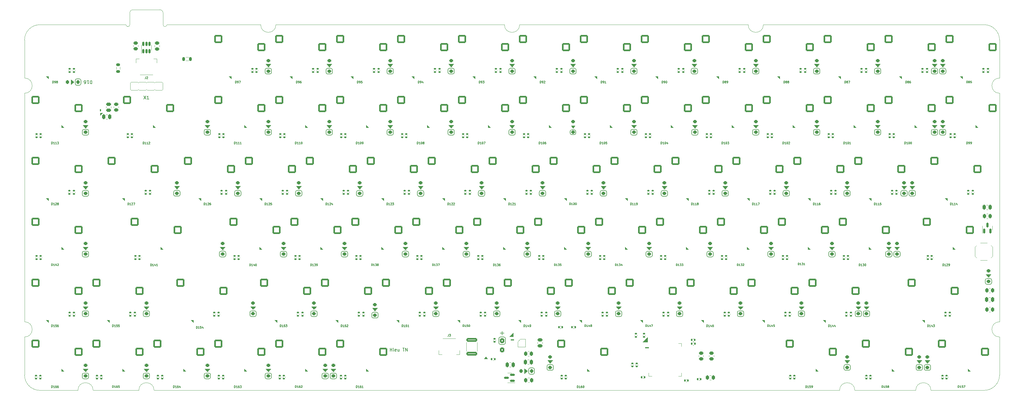
<source format=gto>
%TF.GenerationSoftware,KiCad,Pcbnew,(6.0.2-0)*%
%TF.CreationDate,2022-05-04T14:10:50+07:00*%
%TF.ProjectId,kb-lone,6b622d6c-6f6e-4652-9e6b-696361645f70,rev?*%
%TF.SameCoordinates,Original*%
%TF.FileFunction,Legend,Top*%
%TF.FilePolarity,Positive*%
%FSLAX46Y46*%
G04 Gerber Fmt 4.6, Leading zero omitted, Abs format (unit mm)*
G04 Created by KiCad (PCBNEW (6.0.2-0)) date 2022-05-04 14:10:50*
%MOMM*%
%LPD*%
G01*
G04 APERTURE LIST*
G04 Aperture macros list*
%AMRoundRect*
0 Rectangle with rounded corners*
0 $1 Rounding radius*
0 $2 $3 $4 $5 $6 $7 $8 $9 X,Y pos of 4 corners*
0 Add a 4 corners polygon primitive as box body*
4,1,4,$2,$3,$4,$5,$6,$7,$8,$9,$2,$3,0*
0 Add four circle primitives for the rounded corners*
1,1,$1+$1,$2,$3*
1,1,$1+$1,$4,$5*
1,1,$1+$1,$6,$7*
1,1,$1+$1,$8,$9*
0 Add four rect primitives between the rounded corners*
20,1,$1+$1,$2,$3,$4,$5,0*
20,1,$1+$1,$4,$5,$6,$7,0*
20,1,$1+$1,$6,$7,$8,$9,0*
20,1,$1+$1,$8,$9,$2,$3,0*%
%AMOutline4P*
0 Free polygon, 4 corners , with rotation*
0 The origin of the aperture is its center*
0 number of corners: always 4*
0 $1 to $8 corner X, Y*
0 $9 Rotation angle, in degrees counterclockwise*
0 create outline with 4 corners*
4,1,4,$1,$2,$3,$4,$5,$6,$7,$8,$1,$2,$9*%
%AMFreePoly0*
4,1,34,0.539142,0.394142,0.545000,0.380000,0.545000,-0.380000,0.542091,-0.387023,0.539183,-0.394101,0.539154,-0.394113,0.539142,-0.394142,0.532183,-0.397025,0.525059,-0.400000,-0.345813,-0.402541,-0.359972,-0.396724,-0.365871,-0.382599,-0.363699,-0.377313,-0.368760,-0.369759,-0.367711,-0.364454,-0.414942,-0.174744,-0.481229,0.014483,-0.564791,0.196743,-0.661662,0.364831,-0.664142,0.365858,
-0.665002,0.367933,-0.666846,0.369219,-0.667839,0.374782,-0.670000,0.380000,-0.669140,0.382076,-0.669535,0.384289,-0.666303,0.388925,-0.664142,0.394142,-0.662067,0.395002,-0.660781,0.396846,-0.655218,0.397839,-0.650000,0.400000,0.525000,0.400000,0.539142,0.394142,0.539142,0.394142,$1*%
%AMFreePoly1*
4,1,31,0.525059,0.400000,0.532183,0.397025,0.539142,0.394142,0.539154,0.394113,0.539183,0.394101,0.542091,0.387023,0.545000,0.380000,0.545000,-0.380000,0.539142,-0.394142,0.525000,-0.400000,-0.650000,-0.400000,-0.664142,-0.394142,-0.670000,-0.380000,-0.664142,-0.365858,-0.650000,-0.360000,-0.643878,-0.360000,-0.649294,-0.352513,-0.646868,-0.337399,-0.642721,-0.334399,-0.550455,-0.168157,
-0.471644,0.010058,-0.409230,0.194655,-0.364826,0.379527,-0.365042,0.380581,-0.365871,0.382599,-0.365592,0.383267,-0.365853,0.384541,-0.363693,0.387815,-0.359972,0.396724,-0.345813,0.402541,0.525059,0.400000,0.525059,0.400000,$1*%
%AMFreePoly2*
4,1,37,0.319736,0.407785,0.429772,0.357533,0.521194,0.278316,0.586594,0.176551,0.620674,0.060484,0.620674,-0.060484,0.586594,-0.176551,0.521194,-0.278316,0.429772,-0.357533,0.319736,-0.407785,0.200000,-0.425000,-0.275000,-0.425000,-0.292678,-0.417678,-0.300000,-0.400000,-0.295210,-0.388434,-0.305364,-0.372958,-0.304261,-0.367643,-0.350272,-0.173522,-0.415030,0.020476,-0.496859,0.207913,
-0.592281,0.382137,-0.592678,0.382301,-0.593020,0.383126,-0.597072,0.386095,-0.598748,0.396955,-0.600000,0.399978,-0.599427,0.401360,-0.599990,0.405006,-0.595222,0.411514,-0.592678,0.417657,-0.589869,0.418820,-0.588682,0.420441,-0.584339,0.421111,-0.575001,0.424979,0.199999,0.425000,0.200000,0.425000,0.319736,0.407785,0.319736,0.407785,$1*%
%AMFreePoly3*
4,1,32,0.525059,0.400000,0.532183,0.397025,0.539142,0.394142,0.539154,0.394113,0.539183,0.394101,0.542091,0.387023,0.545000,0.380000,0.545000,-0.380000,0.539142,-0.394142,0.525000,-0.400000,-0.650000,-0.400000,-0.664142,-0.394142,-0.670000,-0.380000,-0.664142,-0.365858,-0.650000,-0.360000,-0.639861,-0.360000,-0.639732,-0.359741,-0.647301,-0.349316,-0.644901,-0.334197,-0.640757,-0.331188,
-0.549200,-0.165631,-0.470963,0.011811,-0.408969,0.195559,-0.364825,0.379525,-0.365041,0.380578,-0.365871,0.382599,-0.365592,0.383267,-0.365853,0.384541,-0.363693,0.387815,-0.359972,0.396724,-0.345813,0.402541,0.525059,0.400000,0.525059,0.400000,$1*%
%AMFreePoly4*
4,1,37,0.319736,0.407785,0.429772,0.357533,0.521194,0.278316,0.586594,0.176551,0.620674,0.060484,0.620674,-0.060484,0.586594,-0.176551,0.521194,-0.278316,0.429772,-0.357533,0.319736,-0.407785,0.200000,-0.425000,-0.275000,-0.425000,-0.292678,-0.417678,-0.300000,-0.400000,-0.295209,-0.388432,-0.305365,-0.372953,-0.304262,-0.367637,-0.350273,-0.173517,-0.415031,0.020479,-0.496859,0.207914,
-0.592281,0.382137,-0.592678,0.382301,-0.593020,0.383126,-0.597072,0.386095,-0.598748,0.396955,-0.600000,0.399978,-0.599427,0.401360,-0.599990,0.405006,-0.595222,0.411514,-0.592678,0.417657,-0.589869,0.418820,-0.588682,0.420441,-0.584339,0.421111,-0.575001,0.424979,0.199999,0.425000,0.200000,0.425000,0.319736,0.407785,0.319736,0.407785,$1*%
G04 Aperture macros list end*
%TA.AperFunction,Profile*%
%ADD10C,0.100000*%
%TD*%
%ADD11C,0.150000*%
%ADD12C,0.127000*%
%ADD13C,0.200000*%
%ADD14C,0.100000*%
%ADD15C,0.120000*%
%ADD16C,4.250000*%
%ADD17FreePoly0,180.000000*%
%ADD18FreePoly1,180.000000*%
%ADD19FreePoly2,0.000000*%
%ADD20FreePoly1,0.000000*%
%ADD21RoundRect,0.250000X0.350000X-0.250000X0.350000X0.250000X-0.350000X0.250000X-0.350000X-0.250000X0*%
%ADD22RoundRect,0.140000X-0.170000X0.140000X-0.170000X-0.140000X0.170000X-0.140000X0.170000X0.140000X0*%
%ADD23FreePoly0,0.000000*%
%ADD24FreePoly3,0.000000*%
%ADD25FreePoly4,180.000000*%
%ADD26FreePoly3,180.000000*%
%ADD27C,3.302000*%
%ADD28C,1.701800*%
%ADD29C,3.987800*%
%ADD30RoundRect,0.254000X-1.016000X-1.016000X1.016000X-1.016000X1.016000X1.016000X-1.016000X1.016000X0*%
%ADD31RoundRect,0.140000X0.140000X0.170000X-0.140000X0.170000X-0.140000X-0.170000X0.140000X-0.170000X0*%
%ADD32RoundRect,0.140000X0.170000X-0.140000X0.170000X0.140000X-0.170000X0.140000X-0.170000X-0.140000X0*%
%ADD33FreePoly4,0.000000*%
%ADD34RoundRect,0.200000X-0.537500X0.000000X0.537500X0.000000X0.537500X0.000000X-0.537500X0.000000X0*%
%ADD35R,1.475000X0.400000*%
%ADD36R,0.600000X1.550000*%
%ADD37C,0.400000*%
%ADD38R,1.200000X1.800000*%
%ADD39C,4.000000*%
%ADD40C,5.300000*%
%ADD41O,2.500000X3.000000*%
%ADD42C,2.500000*%
%ADD43R,1.100000X1.800000*%
%ADD44RoundRect,0.150000X0.587500X0.150000X-0.587500X0.150000X-0.587500X-0.150000X0.587500X-0.150000X0*%
%ADD45RoundRect,0.250000X0.450000X-0.262500X0.450000X0.262500X-0.450000X0.262500X-0.450000X-0.262500X0*%
%ADD46RoundRect,0.150000X0.150000X-0.512500X0.150000X0.512500X-0.150000X0.512500X-0.150000X-0.512500X0*%
%ADD47RoundRect,0.250000X0.475000X-0.250000X0.475000X0.250000X-0.475000X0.250000X-0.475000X-0.250000X0*%
%ADD48RoundRect,0.250000X-0.250000X-0.475000X0.250000X-0.475000X0.250000X0.475000X-0.250000X0.475000X0*%
%ADD49RoundRect,0.250000X-0.425000X0.537500X-0.425000X-0.537500X0.425000X-0.537500X0.425000X0.537500X0*%
%ADD50RoundRect,0.250000X-0.262500X-0.450000X0.262500X-0.450000X0.262500X0.450000X-0.262500X0.450000X0*%
%ADD51RoundRect,0.250000X0.250000X0.350000X-0.250000X0.350000X-0.250000X-0.350000X0.250000X-0.350000X0*%
%ADD52RoundRect,0.140000X-0.140000X-0.170000X0.140000X-0.170000X0.140000X0.170000X-0.140000X0.170000X0*%
%ADD53RoundRect,0.218750X0.218750X0.381250X-0.218750X0.381250X-0.218750X-0.381250X0.218750X-0.381250X0*%
%ADD54R,1.524000X1.524000*%
%ADD55O,1.524000X1.524000*%
%ADD56RoundRect,0.150000X0.150000X-0.587500X0.150000X0.587500X-0.150000X0.587500X-0.150000X-0.587500X0*%
%ADD57C,3.048000*%
%ADD58RoundRect,0.135000X-0.135000X-0.185000X0.135000X-0.185000X0.135000X0.185000X-0.135000X0.185000X0*%
%ADD59RoundRect,0.250000X-0.450000X0.262500X-0.450000X-0.262500X0.450000X-0.262500X0.450000X0.262500X0*%
%ADD60RoundRect,0.250000X0.262500X0.450000X-0.262500X0.450000X-0.262500X-0.450000X0.262500X-0.450000X0*%
%ADD61RoundRect,0.250000X-1.450000X0.312500X-1.450000X-0.312500X1.450000X-0.312500X1.450000X0.312500X0*%
%ADD62RoundRect,0.325000X0.205000X0.000000X-0.205000X0.000000X-0.205000X0.000000X0.205000X0.000000X0*%
%ADD63R,1.060000X0.650000*%
%ADD64RoundRect,0.218750X-0.381250X0.218750X-0.381250X-0.218750X0.381250X-0.218750X0.381250X0.218750X0*%
%ADD65R,1.400000X1.200000*%
%ADD66O,4.500000X8.500000*%
%ADD67RoundRect,0.250000X0.250000X0.475000X-0.250000X0.475000X-0.250000X-0.475000X0.250000X-0.475000X0*%
%ADD68RoundRect,0.150000X-0.625000X0.000000X0.625000X0.000000X0.625000X0.000000X-0.625000X0.000000X0*%
%ADD69Outline4P,-0.775000X-0.150000X0.775000X-0.150000X0.775000X0.150000X-0.775000X0.150000X0.000000*%
%ADD70Outline4P,-0.150000X-0.775000X0.150000X-0.775000X0.150000X0.775000X-0.150000X0.775000X0.000000*%
%ADD71RoundRect,0.135000X0.135000X0.185000X-0.135000X0.185000X-0.135000X-0.185000X0.135000X-0.185000X0*%
%ADD72C,2.900000*%
%ADD73R,1.700000X1.700000*%
%ADD74O,1.700000X1.700000*%
%ADD75C,5.080000*%
%ADD76R,2.000000X2.000000*%
%ADD77C,2.000000*%
%ADD78R,3.200000X2.000000*%
%ADD79C,0.650000*%
%ADD80O,1.100000X2.200000*%
%ADD81O,1.300000X1.900000*%
G04 APERTURE END LIST*
D10*
X311943750Y-169068750D02*
X330993750Y-169068750D01*
X92868750Y-169068750D02*
X307181250Y-169068750D01*
X126206250Y-54768750D02*
G75*
G03*
X130968750Y-54768750I2381250J0D01*
G01*
X95690000Y-54768842D02*
G75*
G03*
X96880626Y-54768796I595313J0D01*
G01*
X357187500Y-164306250D02*
X357187500Y-152400000D01*
X95692892Y-51087104D02*
X95690000Y-54768842D01*
X57150000Y-169068750D02*
X69056250Y-169068750D01*
X73818750Y-169068750D02*
X88106250Y-169068750D01*
X357187500Y-71437500D02*
G75*
G03*
X357187500Y-76200000I0J-2381250D01*
G01*
X335756250Y-169068750D02*
G75*
G03*
X330993750Y-169068750I-2381250J0D01*
G01*
X52387500Y-59531250D02*
X52387500Y-71437500D01*
X52387500Y-164306250D02*
G75*
G03*
X57150000Y-169068750I4762500J0D01*
G01*
X126206250Y-54768750D02*
X96880626Y-54768796D01*
X352425000Y-54768750D02*
X283368750Y-54768750D01*
X357187500Y-147637500D02*
X357187500Y-76200000D01*
X86287104Y-50087108D02*
X94692896Y-50087108D01*
X85287108Y-51087104D02*
X85287108Y-54768750D01*
X57150000Y-54768750D02*
G75*
G03*
X52387500Y-59531250I0J-4762500D01*
G01*
X202406250Y-54768750D02*
G75*
G03*
X207168750Y-54768750I2381250J0D01*
G01*
X278606250Y-54768750D02*
G75*
G03*
X283368750Y-54768750I2381250J0D01*
G01*
X352425000Y-169068750D02*
G75*
G03*
X357187500Y-164306250I0J4762500D01*
G01*
X95692892Y-51087104D02*
G75*
G03*
X94692896Y-50087108I-999996J0D01*
G01*
X84096482Y-54768796D02*
G75*
G03*
X85287108Y-54768750I595313J0D01*
G01*
X311943750Y-169068750D02*
G75*
G03*
X307181250Y-169068750I-2381250J0D01*
G01*
X84096482Y-54768796D02*
X57150000Y-54768750D01*
X335756250Y-169068750D02*
X352425000Y-169068750D01*
X357187500Y-59531250D02*
G75*
G03*
X352425000Y-54768750I-4762500J0D01*
G01*
X278606250Y-54768750D02*
X207168750Y-54768750D01*
X357187500Y-71437500D02*
X357187500Y-59531250D01*
X357187500Y-147637500D02*
G75*
G03*
X357187500Y-152400000I0J-2381250D01*
G01*
X73818750Y-169068750D02*
G75*
G03*
X69056250Y-169068750I-2381250J0D01*
G01*
X86287104Y-50087108D02*
G75*
G03*
X85287108Y-51087104I0J-999996D01*
G01*
X52387500Y-76200000D02*
X52387500Y-147637500D01*
X52387500Y-152400000D02*
G75*
G03*
X52387500Y-147637500I0J2381250D01*
G01*
X52387500Y-76200000D02*
G75*
G03*
X52387500Y-71437500I0J2381250D01*
G01*
X52387500Y-152400000D02*
X52387500Y-164306250D01*
X92868750Y-169068750D02*
G75*
G03*
X88106250Y-169068750I-2381250J0D01*
G01*
X202406250Y-54768750D02*
X130968750Y-54768750D01*
D11*
X166679523Y-156882380D02*
X166679523Y-155882380D01*
X166679523Y-156358571D02*
X167250952Y-156358571D01*
X167250952Y-156882380D02*
X167250952Y-155882380D01*
X167727142Y-156882380D02*
X167727142Y-156215714D01*
X167727142Y-155882380D02*
X167679523Y-155930000D01*
X167727142Y-155977619D01*
X167774761Y-155930000D01*
X167727142Y-155882380D01*
X167727142Y-155977619D01*
X168584285Y-156834761D02*
X168489047Y-156882380D01*
X168298571Y-156882380D01*
X168203333Y-156834761D01*
X168155714Y-156739523D01*
X168155714Y-156358571D01*
X168203333Y-156263333D01*
X168298571Y-156215714D01*
X168489047Y-156215714D01*
X168584285Y-156263333D01*
X168631904Y-156358571D01*
X168631904Y-156453809D01*
X168155714Y-156549047D01*
X169489047Y-156215714D02*
X169489047Y-156882380D01*
X169060476Y-156215714D02*
X169060476Y-156739523D01*
X169108095Y-156834761D01*
X169203333Y-156882380D01*
X169346190Y-156882380D01*
X169441428Y-156834761D01*
X169489047Y-156787142D01*
X170584285Y-155882380D02*
X171155714Y-155882380D01*
X170870000Y-156882380D02*
X170870000Y-155882380D01*
X171489047Y-156882380D02*
X171489047Y-155882380D01*
X172060476Y-156882380D01*
X172060476Y-155882380D01*
D12*
%TO.C,D131*%
X294201547Y-129855261D02*
X294201547Y-129220261D01*
X294352738Y-129220261D01*
X294443452Y-129250500D01*
X294503928Y-129310976D01*
X294534166Y-129371452D01*
X294564404Y-129492404D01*
X294564404Y-129583119D01*
X294534166Y-129704071D01*
X294503928Y-129764547D01*
X294443452Y-129825023D01*
X294352738Y-129855261D01*
X294201547Y-129855261D01*
X295169166Y-129855261D02*
X294806309Y-129855261D01*
X294987738Y-129855261D02*
X294987738Y-129220261D01*
X294927261Y-129310976D01*
X294866785Y-129371452D01*
X294806309Y-129401690D01*
X295380833Y-129220261D02*
X295773928Y-129220261D01*
X295562261Y-129462166D01*
X295652976Y-129462166D01*
X295713452Y-129492404D01*
X295743690Y-129522642D01*
X295773928Y-129583119D01*
X295773928Y-129734309D01*
X295743690Y-129794785D01*
X295713452Y-129825023D01*
X295652976Y-129855261D01*
X295471547Y-129855261D01*
X295411071Y-129825023D01*
X295380833Y-129794785D01*
X296378690Y-129855261D02*
X296015833Y-129855261D01*
X296197261Y-129855261D02*
X296197261Y-129220261D01*
X296136785Y-129310976D01*
X296076309Y-129371452D01*
X296015833Y-129401690D01*
%TO.C,D143*%
X334682797Y-149197261D02*
X334682797Y-148562261D01*
X334833988Y-148562261D01*
X334924702Y-148592500D01*
X334985178Y-148652976D01*
X335015416Y-148713452D01*
X335045654Y-148834404D01*
X335045654Y-148925119D01*
X335015416Y-149046071D01*
X334985178Y-149106547D01*
X334924702Y-149167023D01*
X334833988Y-149197261D01*
X334682797Y-149197261D01*
X335650416Y-149197261D02*
X335287559Y-149197261D01*
X335468988Y-149197261D02*
X335468988Y-148562261D01*
X335408511Y-148652976D01*
X335348035Y-148713452D01*
X335287559Y-148743690D01*
X336194702Y-148773928D02*
X336194702Y-149197261D01*
X336043511Y-148532023D02*
X335892321Y-148985595D01*
X336285416Y-148985595D01*
X336466845Y-148562261D02*
X336859940Y-148562261D01*
X336648273Y-148804166D01*
X336738988Y-148804166D01*
X336799464Y-148834404D01*
X336829702Y-148864642D01*
X336859940Y-148925119D01*
X336859940Y-149076309D01*
X336829702Y-149136785D01*
X336799464Y-149167023D01*
X336738988Y-149197261D01*
X336557559Y-149197261D01*
X336497083Y-149167023D01*
X336466845Y-149136785D01*
%TO.C,D96*%
X137341428Y-72997261D02*
X137341428Y-72362261D01*
X137492619Y-72362261D01*
X137583333Y-72392500D01*
X137643809Y-72452976D01*
X137674047Y-72513452D01*
X137704285Y-72634404D01*
X137704285Y-72725119D01*
X137674047Y-72846071D01*
X137643809Y-72906547D01*
X137583333Y-72967023D01*
X137492619Y-72997261D01*
X137341428Y-72997261D01*
X138006666Y-72997261D02*
X138127619Y-72997261D01*
X138188095Y-72967023D01*
X138218333Y-72936785D01*
X138278809Y-72846071D01*
X138309047Y-72725119D01*
X138309047Y-72483214D01*
X138278809Y-72422738D01*
X138248571Y-72392500D01*
X138188095Y-72362261D01*
X138067142Y-72362261D01*
X138006666Y-72392500D01*
X137976428Y-72422738D01*
X137946190Y-72483214D01*
X137946190Y-72634404D01*
X137976428Y-72694880D01*
X138006666Y-72725119D01*
X138067142Y-72755357D01*
X138188095Y-72755357D01*
X138248571Y-72725119D01*
X138278809Y-72694880D01*
X138309047Y-72634404D01*
X138853333Y-72362261D02*
X138732380Y-72362261D01*
X138671904Y-72392500D01*
X138641666Y-72422738D01*
X138581190Y-72513452D01*
X138550952Y-72634404D01*
X138550952Y-72876309D01*
X138581190Y-72936785D01*
X138611428Y-72967023D01*
X138671904Y-72997261D01*
X138792857Y-72997261D01*
X138853333Y-72967023D01*
X138883571Y-72936785D01*
X138913809Y-72876309D01*
X138913809Y-72725119D01*
X138883571Y-72664642D01*
X138853333Y-72634404D01*
X138792857Y-72604166D01*
X138671904Y-72604166D01*
X138611428Y-72634404D01*
X138581190Y-72664642D01*
X138550952Y-72725119D01*
%TO.C,D158*%
X320395297Y-168237261D02*
X320395297Y-167602261D01*
X320546488Y-167602261D01*
X320637202Y-167632500D01*
X320697678Y-167692976D01*
X320727916Y-167753452D01*
X320758154Y-167874404D01*
X320758154Y-167965119D01*
X320727916Y-168086071D01*
X320697678Y-168146547D01*
X320637202Y-168207023D01*
X320546488Y-168237261D01*
X320395297Y-168237261D01*
X321362916Y-168237261D02*
X321000059Y-168237261D01*
X321181488Y-168237261D02*
X321181488Y-167602261D01*
X321121011Y-167692976D01*
X321060535Y-167753452D01*
X321000059Y-167783690D01*
X321937440Y-167602261D02*
X321635059Y-167602261D01*
X321604821Y-167904642D01*
X321635059Y-167874404D01*
X321695535Y-167844166D01*
X321846726Y-167844166D01*
X321907202Y-167874404D01*
X321937440Y-167904642D01*
X321967678Y-167965119D01*
X321967678Y-168116309D01*
X321937440Y-168176785D01*
X321907202Y-168207023D01*
X321846726Y-168237261D01*
X321695535Y-168237261D01*
X321635059Y-168207023D01*
X321604821Y-168176785D01*
X322330535Y-167874404D02*
X322270059Y-167844166D01*
X322239821Y-167813928D01*
X322209583Y-167753452D01*
X322209583Y-167723214D01*
X322239821Y-167662738D01*
X322270059Y-167632500D01*
X322330535Y-167602261D01*
X322451488Y-167602261D01*
X322511964Y-167632500D01*
X322542202Y-167662738D01*
X322572440Y-167723214D01*
X322572440Y-167753452D01*
X322542202Y-167813928D01*
X322511964Y-167844166D01*
X322451488Y-167874404D01*
X322330535Y-167874404D01*
X322270059Y-167904642D01*
X322239821Y-167934880D01*
X322209583Y-167995357D01*
X322209583Y-168116309D01*
X322239821Y-168176785D01*
X322270059Y-168207023D01*
X322330535Y-168237261D01*
X322451488Y-168237261D01*
X322511964Y-168207023D01*
X322542202Y-168176785D01*
X322572440Y-168116309D01*
X322572440Y-167995357D01*
X322542202Y-167934880D01*
X322511964Y-167904642D01*
X322451488Y-167874404D01*
%TO.C,D110*%
X137039047Y-92047261D02*
X137039047Y-91412261D01*
X137190238Y-91412261D01*
X137280952Y-91442500D01*
X137341428Y-91502976D01*
X137371666Y-91563452D01*
X137401904Y-91684404D01*
X137401904Y-91775119D01*
X137371666Y-91896071D01*
X137341428Y-91956547D01*
X137280952Y-92017023D01*
X137190238Y-92047261D01*
X137039047Y-92047261D01*
X138006666Y-92047261D02*
X137643809Y-92047261D01*
X137825238Y-92047261D02*
X137825238Y-91412261D01*
X137764761Y-91502976D01*
X137704285Y-91563452D01*
X137643809Y-91593690D01*
X138611428Y-92047261D02*
X138248571Y-92047261D01*
X138430000Y-92047261D02*
X138430000Y-91412261D01*
X138369523Y-91502976D01*
X138309047Y-91563452D01*
X138248571Y-91593690D01*
X139004523Y-91412261D02*
X139065000Y-91412261D01*
X139125476Y-91442500D01*
X139155714Y-91472738D01*
X139185952Y-91533214D01*
X139216190Y-91654166D01*
X139216190Y-91805357D01*
X139185952Y-91926309D01*
X139155714Y-91986785D01*
X139125476Y-92017023D01*
X139065000Y-92047261D01*
X139004523Y-92047261D01*
X138944047Y-92017023D01*
X138913809Y-91986785D01*
X138883571Y-91926309D01*
X138853333Y-91805357D01*
X138853333Y-91654166D01*
X138883571Y-91533214D01*
X138913809Y-91472738D01*
X138944047Y-91442500D01*
X139004523Y-91412261D01*
%TO.C,D117*%
X279914047Y-111097261D02*
X279914047Y-110462261D01*
X280065238Y-110462261D01*
X280155952Y-110492500D01*
X280216428Y-110552976D01*
X280246666Y-110613452D01*
X280276904Y-110734404D01*
X280276904Y-110825119D01*
X280246666Y-110946071D01*
X280216428Y-111006547D01*
X280155952Y-111067023D01*
X280065238Y-111097261D01*
X279914047Y-111097261D01*
X280881666Y-111097261D02*
X280518809Y-111097261D01*
X280700238Y-111097261D02*
X280700238Y-110462261D01*
X280639761Y-110552976D01*
X280579285Y-110613452D01*
X280518809Y-110643690D01*
X281486428Y-111097261D02*
X281123571Y-111097261D01*
X281305000Y-111097261D02*
X281305000Y-110462261D01*
X281244523Y-110552976D01*
X281184047Y-110613452D01*
X281123571Y-110643690D01*
X281698095Y-110462261D02*
X282121428Y-110462261D01*
X281849285Y-111097261D01*
%TO.C,D148*%
X227526547Y-149187261D02*
X227526547Y-148552261D01*
X227677738Y-148552261D01*
X227768452Y-148582500D01*
X227828928Y-148642976D01*
X227859166Y-148703452D01*
X227889404Y-148824404D01*
X227889404Y-148915119D01*
X227859166Y-149036071D01*
X227828928Y-149096547D01*
X227768452Y-149157023D01*
X227677738Y-149187261D01*
X227526547Y-149187261D01*
X228494166Y-149187261D02*
X228131309Y-149187261D01*
X228312738Y-149187261D02*
X228312738Y-148552261D01*
X228252261Y-148642976D01*
X228191785Y-148703452D01*
X228131309Y-148733690D01*
X229038452Y-148763928D02*
X229038452Y-149187261D01*
X228887261Y-148522023D02*
X228736071Y-148975595D01*
X229129166Y-148975595D01*
X229461785Y-148824404D02*
X229401309Y-148794166D01*
X229371071Y-148763928D01*
X229340833Y-148703452D01*
X229340833Y-148673214D01*
X229371071Y-148612738D01*
X229401309Y-148582500D01*
X229461785Y-148552261D01*
X229582738Y-148552261D01*
X229643214Y-148582500D01*
X229673452Y-148612738D01*
X229703690Y-148673214D01*
X229703690Y-148703452D01*
X229673452Y-148763928D01*
X229643214Y-148794166D01*
X229582738Y-148824404D01*
X229461785Y-148824404D01*
X229401309Y-148854642D01*
X229371071Y-148884880D01*
X229340833Y-148945357D01*
X229340833Y-149066309D01*
X229371071Y-149126785D01*
X229401309Y-149157023D01*
X229461785Y-149187261D01*
X229582738Y-149187261D01*
X229643214Y-149157023D01*
X229673452Y-149126785D01*
X229703690Y-149066309D01*
X229703690Y-148945357D01*
X229673452Y-148884880D01*
X229643214Y-148854642D01*
X229582738Y-148824404D01*
%TO.C,J2*%
X90288333Y-71009261D02*
X90288333Y-71462833D01*
X90258095Y-71553547D01*
X90197619Y-71614023D01*
X90106904Y-71644261D01*
X90046428Y-71644261D01*
X90560476Y-71069738D02*
X90590714Y-71039500D01*
X90651190Y-71009261D01*
X90802380Y-71009261D01*
X90862857Y-71039500D01*
X90893095Y-71069738D01*
X90923333Y-71130214D01*
X90923333Y-71190690D01*
X90893095Y-71281404D01*
X90530238Y-71644261D01*
X90923333Y-71644261D01*
%TO.C,D119*%
X241814047Y-111097261D02*
X241814047Y-110462261D01*
X241965238Y-110462261D01*
X242055952Y-110492500D01*
X242116428Y-110552976D01*
X242146666Y-110613452D01*
X242176904Y-110734404D01*
X242176904Y-110825119D01*
X242146666Y-110946071D01*
X242116428Y-111006547D01*
X242055952Y-111067023D01*
X241965238Y-111097261D01*
X241814047Y-111097261D01*
X242781666Y-111097261D02*
X242418809Y-111097261D01*
X242600238Y-111097261D02*
X242600238Y-110462261D01*
X242539761Y-110552976D01*
X242479285Y-110613452D01*
X242418809Y-110643690D01*
X243386428Y-111097261D02*
X243023571Y-111097261D01*
X243205000Y-111097261D02*
X243205000Y-110462261D01*
X243144523Y-110552976D01*
X243084047Y-110613452D01*
X243023571Y-110643690D01*
X243688809Y-111097261D02*
X243809761Y-111097261D01*
X243870238Y-111067023D01*
X243900476Y-111036785D01*
X243960952Y-110946071D01*
X243991190Y-110825119D01*
X243991190Y-110583214D01*
X243960952Y-110522738D01*
X243930714Y-110492500D01*
X243870238Y-110462261D01*
X243749285Y-110462261D01*
X243688809Y-110492500D01*
X243658571Y-110522738D01*
X243628333Y-110583214D01*
X243628333Y-110734404D01*
X243658571Y-110794880D01*
X243688809Y-110825119D01*
X243749285Y-110855357D01*
X243870238Y-110855357D01*
X243930714Y-110825119D01*
X243960952Y-110794880D01*
X243991190Y-110734404D01*
%TO.C,D111*%
X117989047Y-92047261D02*
X117989047Y-91412261D01*
X118140238Y-91412261D01*
X118230952Y-91442500D01*
X118291428Y-91502976D01*
X118321666Y-91563452D01*
X118351904Y-91684404D01*
X118351904Y-91775119D01*
X118321666Y-91896071D01*
X118291428Y-91956547D01*
X118230952Y-92017023D01*
X118140238Y-92047261D01*
X117989047Y-92047261D01*
X118956666Y-92047261D02*
X118593809Y-92047261D01*
X118775238Y-92047261D02*
X118775238Y-91412261D01*
X118714761Y-91502976D01*
X118654285Y-91563452D01*
X118593809Y-91593690D01*
X119561428Y-92047261D02*
X119198571Y-92047261D01*
X119380000Y-92047261D02*
X119380000Y-91412261D01*
X119319523Y-91502976D01*
X119259047Y-91563452D01*
X119198571Y-91593690D01*
X120166190Y-92047261D02*
X119803333Y-92047261D01*
X119984761Y-92047261D02*
X119984761Y-91412261D01*
X119924285Y-91502976D01*
X119863809Y-91563452D01*
X119803333Y-91593690D01*
%TO.C,D123*%
X165614047Y-111097261D02*
X165614047Y-110462261D01*
X165765238Y-110462261D01*
X165855952Y-110492500D01*
X165916428Y-110552976D01*
X165946666Y-110613452D01*
X165976904Y-110734404D01*
X165976904Y-110825119D01*
X165946666Y-110946071D01*
X165916428Y-111006547D01*
X165855952Y-111067023D01*
X165765238Y-111097261D01*
X165614047Y-111097261D01*
X166581666Y-111097261D02*
X166218809Y-111097261D01*
X166400238Y-111097261D02*
X166400238Y-110462261D01*
X166339761Y-110552976D01*
X166279285Y-110613452D01*
X166218809Y-110643690D01*
X166823571Y-110522738D02*
X166853809Y-110492500D01*
X166914285Y-110462261D01*
X167065476Y-110462261D01*
X167125952Y-110492500D01*
X167156190Y-110522738D01*
X167186428Y-110583214D01*
X167186428Y-110643690D01*
X167156190Y-110734404D01*
X166793333Y-111097261D01*
X167186428Y-111097261D01*
X167398095Y-110462261D02*
X167791190Y-110462261D01*
X167579523Y-110704166D01*
X167670238Y-110704166D01*
X167730714Y-110734404D01*
X167760952Y-110764642D01*
X167791190Y-110825119D01*
X167791190Y-110976309D01*
X167760952Y-111036785D01*
X167730714Y-111067023D01*
X167670238Y-111097261D01*
X167488809Y-111097261D01*
X167428333Y-111067023D01*
X167398095Y-111036785D01*
%TO.C,D149*%
X208476547Y-149197261D02*
X208476547Y-148562261D01*
X208627738Y-148562261D01*
X208718452Y-148592500D01*
X208778928Y-148652976D01*
X208809166Y-148713452D01*
X208839404Y-148834404D01*
X208839404Y-148925119D01*
X208809166Y-149046071D01*
X208778928Y-149106547D01*
X208718452Y-149167023D01*
X208627738Y-149197261D01*
X208476547Y-149197261D01*
X209444166Y-149197261D02*
X209081309Y-149197261D01*
X209262738Y-149197261D02*
X209262738Y-148562261D01*
X209202261Y-148652976D01*
X209141785Y-148713452D01*
X209081309Y-148743690D01*
X209988452Y-148773928D02*
X209988452Y-149197261D01*
X209837261Y-148532023D02*
X209686071Y-148985595D01*
X210079166Y-148985595D01*
X210351309Y-149197261D02*
X210472261Y-149197261D01*
X210532738Y-149167023D01*
X210562976Y-149136785D01*
X210623452Y-149046071D01*
X210653690Y-148925119D01*
X210653690Y-148683214D01*
X210623452Y-148622738D01*
X210593214Y-148592500D01*
X210532738Y-148562261D01*
X210411785Y-148562261D01*
X210351309Y-148592500D01*
X210321071Y-148622738D01*
X210290833Y-148683214D01*
X210290833Y-148834404D01*
X210321071Y-148894880D01*
X210351309Y-148925119D01*
X210411785Y-148955357D01*
X210532738Y-148955357D01*
X210593214Y-148925119D01*
X210623452Y-148894880D01*
X210653690Y-148834404D01*
%TO.C,D159*%
X296582797Y-168247261D02*
X296582797Y-167612261D01*
X296733988Y-167612261D01*
X296824702Y-167642500D01*
X296885178Y-167702976D01*
X296915416Y-167763452D01*
X296945654Y-167884404D01*
X296945654Y-167975119D01*
X296915416Y-168096071D01*
X296885178Y-168156547D01*
X296824702Y-168217023D01*
X296733988Y-168247261D01*
X296582797Y-168247261D01*
X297550416Y-168247261D02*
X297187559Y-168247261D01*
X297368988Y-168247261D02*
X297368988Y-167612261D01*
X297308511Y-167702976D01*
X297248035Y-167763452D01*
X297187559Y-167793690D01*
X298124940Y-167612261D02*
X297822559Y-167612261D01*
X297792321Y-167914642D01*
X297822559Y-167884404D01*
X297883035Y-167854166D01*
X298034226Y-167854166D01*
X298094702Y-167884404D01*
X298124940Y-167914642D01*
X298155178Y-167975119D01*
X298155178Y-168126309D01*
X298124940Y-168186785D01*
X298094702Y-168217023D01*
X298034226Y-168247261D01*
X297883035Y-168247261D01*
X297822559Y-168217023D01*
X297792321Y-168186785D01*
X298457559Y-168247261D02*
X298578511Y-168247261D01*
X298638988Y-168217023D01*
X298669226Y-168186785D01*
X298729702Y-168096071D01*
X298759940Y-167975119D01*
X298759940Y-167733214D01*
X298729702Y-167672738D01*
X298699464Y-167642500D01*
X298638988Y-167612261D01*
X298518035Y-167612261D01*
X298457559Y-167642500D01*
X298427321Y-167672738D01*
X298397083Y-167733214D01*
X298397083Y-167884404D01*
X298427321Y-167944880D01*
X298457559Y-167975119D01*
X298518035Y-168005357D01*
X298638988Y-168005357D01*
X298699464Y-167975119D01*
X298729702Y-167944880D01*
X298759940Y-167884404D01*
%TO.C,D136*%
X198951547Y-130147261D02*
X198951547Y-129512261D01*
X199102738Y-129512261D01*
X199193452Y-129542500D01*
X199253928Y-129602976D01*
X199284166Y-129663452D01*
X199314404Y-129784404D01*
X199314404Y-129875119D01*
X199284166Y-129996071D01*
X199253928Y-130056547D01*
X199193452Y-130117023D01*
X199102738Y-130147261D01*
X198951547Y-130147261D01*
X199919166Y-130147261D02*
X199556309Y-130147261D01*
X199737738Y-130147261D02*
X199737738Y-129512261D01*
X199677261Y-129602976D01*
X199616785Y-129663452D01*
X199556309Y-129693690D01*
X200130833Y-129512261D02*
X200523928Y-129512261D01*
X200312261Y-129754166D01*
X200402976Y-129754166D01*
X200463452Y-129784404D01*
X200493690Y-129814642D01*
X200523928Y-129875119D01*
X200523928Y-130026309D01*
X200493690Y-130086785D01*
X200463452Y-130117023D01*
X200402976Y-130147261D01*
X200221547Y-130147261D01*
X200161071Y-130117023D01*
X200130833Y-130086785D01*
X201068214Y-129512261D02*
X200947261Y-129512261D01*
X200886785Y-129542500D01*
X200856547Y-129572738D01*
X200796071Y-129663452D01*
X200765833Y-129784404D01*
X200765833Y-130026309D01*
X200796071Y-130086785D01*
X200826309Y-130117023D01*
X200886785Y-130147261D01*
X201007738Y-130147261D01*
X201068214Y-130117023D01*
X201098452Y-130086785D01*
X201128690Y-130026309D01*
X201128690Y-129875119D01*
X201098452Y-129814642D01*
X201068214Y-129784404D01*
X201007738Y-129754166D01*
X200886785Y-129754166D01*
X200826309Y-129784404D01*
X200796071Y-129814642D01*
X200765833Y-129875119D01*
%TO.C,D88*%
X289741428Y-72997261D02*
X289741428Y-72362261D01*
X289892619Y-72362261D01*
X289983333Y-72392500D01*
X290043809Y-72452976D01*
X290074047Y-72513452D01*
X290104285Y-72634404D01*
X290104285Y-72725119D01*
X290074047Y-72846071D01*
X290043809Y-72906547D01*
X289983333Y-72967023D01*
X289892619Y-72997261D01*
X289741428Y-72997261D01*
X290467142Y-72634404D02*
X290406666Y-72604166D01*
X290376428Y-72573928D01*
X290346190Y-72513452D01*
X290346190Y-72483214D01*
X290376428Y-72422738D01*
X290406666Y-72392500D01*
X290467142Y-72362261D01*
X290588095Y-72362261D01*
X290648571Y-72392500D01*
X290678809Y-72422738D01*
X290709047Y-72483214D01*
X290709047Y-72513452D01*
X290678809Y-72573928D01*
X290648571Y-72604166D01*
X290588095Y-72634404D01*
X290467142Y-72634404D01*
X290406666Y-72664642D01*
X290376428Y-72694880D01*
X290346190Y-72755357D01*
X290346190Y-72876309D01*
X290376428Y-72936785D01*
X290406666Y-72967023D01*
X290467142Y-72997261D01*
X290588095Y-72997261D01*
X290648571Y-72967023D01*
X290678809Y-72936785D01*
X290709047Y-72876309D01*
X290709047Y-72755357D01*
X290678809Y-72694880D01*
X290648571Y-72664642D01*
X290588095Y-72634404D01*
X291071904Y-72634404D02*
X291011428Y-72604166D01*
X290981190Y-72573928D01*
X290950952Y-72513452D01*
X290950952Y-72483214D01*
X290981190Y-72422738D01*
X291011428Y-72392500D01*
X291071904Y-72362261D01*
X291192857Y-72362261D01*
X291253333Y-72392500D01*
X291283571Y-72422738D01*
X291313809Y-72483214D01*
X291313809Y-72513452D01*
X291283571Y-72573928D01*
X291253333Y-72604166D01*
X291192857Y-72634404D01*
X291071904Y-72634404D01*
X291011428Y-72664642D01*
X290981190Y-72694880D01*
X290950952Y-72755357D01*
X290950952Y-72876309D01*
X290981190Y-72936785D01*
X291011428Y-72967023D01*
X291071904Y-72997261D01*
X291192857Y-72997261D01*
X291253333Y-72967023D01*
X291283571Y-72936785D01*
X291313809Y-72876309D01*
X291313809Y-72755357D01*
X291283571Y-72694880D01*
X291253333Y-72664642D01*
X291192857Y-72634404D01*
%TO.C,D99*%
X346891428Y-92047261D02*
X346891428Y-91412261D01*
X347042619Y-91412261D01*
X347133333Y-91442500D01*
X347193809Y-91502976D01*
X347224047Y-91563452D01*
X347254285Y-91684404D01*
X347254285Y-91775119D01*
X347224047Y-91896071D01*
X347193809Y-91956547D01*
X347133333Y-92017023D01*
X347042619Y-92047261D01*
X346891428Y-92047261D01*
X347556666Y-92047261D02*
X347677619Y-92047261D01*
X347738095Y-92017023D01*
X347768333Y-91986785D01*
X347828809Y-91896071D01*
X347859047Y-91775119D01*
X347859047Y-91533214D01*
X347828809Y-91472738D01*
X347798571Y-91442500D01*
X347738095Y-91412261D01*
X347617142Y-91412261D01*
X347556666Y-91442500D01*
X347526428Y-91472738D01*
X347496190Y-91533214D01*
X347496190Y-91684404D01*
X347526428Y-91744880D01*
X347556666Y-91775119D01*
X347617142Y-91805357D01*
X347738095Y-91805357D01*
X347798571Y-91775119D01*
X347828809Y-91744880D01*
X347859047Y-91684404D01*
X348161428Y-92047261D02*
X348282380Y-92047261D01*
X348342857Y-92017023D01*
X348373095Y-91986785D01*
X348433571Y-91896071D01*
X348463809Y-91775119D01*
X348463809Y-91533214D01*
X348433571Y-91472738D01*
X348403333Y-91442500D01*
X348342857Y-91412261D01*
X348221904Y-91412261D01*
X348161428Y-91442500D01*
X348131190Y-91472738D01*
X348100952Y-91533214D01*
X348100952Y-91684404D01*
X348131190Y-91744880D01*
X348161428Y-91775119D01*
X348221904Y-91805357D01*
X348342857Y-91805357D01*
X348403333Y-91775119D01*
X348433571Y-91744880D01*
X348463809Y-91684404D01*
%TO.C,D127*%
X84651547Y-111097261D02*
X84651547Y-110462261D01*
X84802738Y-110462261D01*
X84893452Y-110492500D01*
X84953928Y-110552976D01*
X84984166Y-110613452D01*
X85014404Y-110734404D01*
X85014404Y-110825119D01*
X84984166Y-110946071D01*
X84953928Y-111006547D01*
X84893452Y-111067023D01*
X84802738Y-111097261D01*
X84651547Y-111097261D01*
X85619166Y-111097261D02*
X85256309Y-111097261D01*
X85437738Y-111097261D02*
X85437738Y-110462261D01*
X85377261Y-110552976D01*
X85316785Y-110613452D01*
X85256309Y-110643690D01*
X85861071Y-110522738D02*
X85891309Y-110492500D01*
X85951785Y-110462261D01*
X86102976Y-110462261D01*
X86163452Y-110492500D01*
X86193690Y-110522738D01*
X86223928Y-110583214D01*
X86223928Y-110643690D01*
X86193690Y-110734404D01*
X85830833Y-111097261D01*
X86223928Y-111097261D01*
X86435595Y-110462261D02*
X86858928Y-110462261D01*
X86586785Y-111097261D01*
%TO.C,D95*%
X156391428Y-72997261D02*
X156391428Y-72362261D01*
X156542619Y-72362261D01*
X156633333Y-72392500D01*
X156693809Y-72452976D01*
X156724047Y-72513452D01*
X156754285Y-72634404D01*
X156754285Y-72725119D01*
X156724047Y-72846071D01*
X156693809Y-72906547D01*
X156633333Y-72967023D01*
X156542619Y-72997261D01*
X156391428Y-72997261D01*
X157056666Y-72997261D02*
X157177619Y-72997261D01*
X157238095Y-72967023D01*
X157268333Y-72936785D01*
X157328809Y-72846071D01*
X157359047Y-72725119D01*
X157359047Y-72483214D01*
X157328809Y-72422738D01*
X157298571Y-72392500D01*
X157238095Y-72362261D01*
X157117142Y-72362261D01*
X157056666Y-72392500D01*
X157026428Y-72422738D01*
X156996190Y-72483214D01*
X156996190Y-72634404D01*
X157026428Y-72694880D01*
X157056666Y-72725119D01*
X157117142Y-72755357D01*
X157238095Y-72755357D01*
X157298571Y-72725119D01*
X157328809Y-72694880D01*
X157359047Y-72634404D01*
X157933571Y-72362261D02*
X157631190Y-72362261D01*
X157600952Y-72664642D01*
X157631190Y-72634404D01*
X157691666Y-72604166D01*
X157842857Y-72604166D01*
X157903333Y-72634404D01*
X157933571Y-72664642D01*
X157963809Y-72725119D01*
X157963809Y-72876309D01*
X157933571Y-72936785D01*
X157903333Y-72967023D01*
X157842857Y-72997261D01*
X157691666Y-72997261D01*
X157631190Y-72967023D01*
X157600952Y-72936785D01*
%TO.C,D134*%
X237051547Y-130137261D02*
X237051547Y-129502261D01*
X237202738Y-129502261D01*
X237293452Y-129532500D01*
X237353928Y-129592976D01*
X237384166Y-129653452D01*
X237414404Y-129774404D01*
X237414404Y-129865119D01*
X237384166Y-129986071D01*
X237353928Y-130046547D01*
X237293452Y-130107023D01*
X237202738Y-130137261D01*
X237051547Y-130137261D01*
X238019166Y-130137261D02*
X237656309Y-130137261D01*
X237837738Y-130137261D02*
X237837738Y-129502261D01*
X237777261Y-129592976D01*
X237716785Y-129653452D01*
X237656309Y-129683690D01*
X238230833Y-129502261D02*
X238623928Y-129502261D01*
X238412261Y-129744166D01*
X238502976Y-129744166D01*
X238563452Y-129774404D01*
X238593690Y-129804642D01*
X238623928Y-129865119D01*
X238623928Y-130016309D01*
X238593690Y-130076785D01*
X238563452Y-130107023D01*
X238502976Y-130137261D01*
X238321547Y-130137261D01*
X238261071Y-130107023D01*
X238230833Y-130076785D01*
X239168214Y-129713928D02*
X239168214Y-130137261D01*
X239017023Y-129472023D02*
X238865833Y-129925595D01*
X239258928Y-129925595D01*
%TO.C,D163*%
X117989047Y-168257261D02*
X117989047Y-167622261D01*
X118140238Y-167622261D01*
X118230952Y-167652500D01*
X118291428Y-167712976D01*
X118321666Y-167773452D01*
X118351904Y-167894404D01*
X118351904Y-167985119D01*
X118321666Y-168106071D01*
X118291428Y-168166547D01*
X118230952Y-168227023D01*
X118140238Y-168257261D01*
X117989047Y-168257261D01*
X118956666Y-168257261D02*
X118593809Y-168257261D01*
X118775238Y-168257261D02*
X118775238Y-167622261D01*
X118714761Y-167712976D01*
X118654285Y-167773452D01*
X118593809Y-167803690D01*
X119500952Y-167622261D02*
X119380000Y-167622261D01*
X119319523Y-167652500D01*
X119289285Y-167682738D01*
X119228809Y-167773452D01*
X119198571Y-167894404D01*
X119198571Y-168136309D01*
X119228809Y-168196785D01*
X119259047Y-168227023D01*
X119319523Y-168257261D01*
X119440476Y-168257261D01*
X119500952Y-168227023D01*
X119531190Y-168196785D01*
X119561428Y-168136309D01*
X119561428Y-167985119D01*
X119531190Y-167924642D01*
X119500952Y-167894404D01*
X119440476Y-167864166D01*
X119319523Y-167864166D01*
X119259047Y-167894404D01*
X119228809Y-167924642D01*
X119198571Y-167985119D01*
X119773095Y-167622261D02*
X120166190Y-167622261D01*
X119954523Y-167864166D01*
X120045238Y-167864166D01*
X120105714Y-167894404D01*
X120135952Y-167924642D01*
X120166190Y-167985119D01*
X120166190Y-168136309D01*
X120135952Y-168196785D01*
X120105714Y-168227023D01*
X120045238Y-168257261D01*
X119863809Y-168257261D01*
X119803333Y-168227023D01*
X119773095Y-168196785D01*
%TO.C,D89*%
X270691428Y-72997261D02*
X270691428Y-72362261D01*
X270842619Y-72362261D01*
X270933333Y-72392500D01*
X270993809Y-72452976D01*
X271024047Y-72513452D01*
X271054285Y-72634404D01*
X271054285Y-72725119D01*
X271024047Y-72846071D01*
X270993809Y-72906547D01*
X270933333Y-72967023D01*
X270842619Y-72997261D01*
X270691428Y-72997261D01*
X271417142Y-72634404D02*
X271356666Y-72604166D01*
X271326428Y-72573928D01*
X271296190Y-72513452D01*
X271296190Y-72483214D01*
X271326428Y-72422738D01*
X271356666Y-72392500D01*
X271417142Y-72362261D01*
X271538095Y-72362261D01*
X271598571Y-72392500D01*
X271628809Y-72422738D01*
X271659047Y-72483214D01*
X271659047Y-72513452D01*
X271628809Y-72573928D01*
X271598571Y-72604166D01*
X271538095Y-72634404D01*
X271417142Y-72634404D01*
X271356666Y-72664642D01*
X271326428Y-72694880D01*
X271296190Y-72755357D01*
X271296190Y-72876309D01*
X271326428Y-72936785D01*
X271356666Y-72967023D01*
X271417142Y-72997261D01*
X271538095Y-72997261D01*
X271598571Y-72967023D01*
X271628809Y-72936785D01*
X271659047Y-72876309D01*
X271659047Y-72755357D01*
X271628809Y-72694880D01*
X271598571Y-72664642D01*
X271538095Y-72634404D01*
X271961428Y-72997261D02*
X272082380Y-72997261D01*
X272142857Y-72967023D01*
X272173095Y-72936785D01*
X272233571Y-72846071D01*
X272263809Y-72725119D01*
X272263809Y-72483214D01*
X272233571Y-72422738D01*
X272203333Y-72392500D01*
X272142857Y-72362261D01*
X272021904Y-72362261D01*
X271961428Y-72392500D01*
X271931190Y-72422738D01*
X271900952Y-72483214D01*
X271900952Y-72634404D01*
X271931190Y-72694880D01*
X271961428Y-72725119D01*
X272021904Y-72755357D01*
X272142857Y-72755357D01*
X272203333Y-72725119D01*
X272233571Y-72694880D01*
X272263809Y-72634404D01*
%TO.C,D141*%
X91795297Y-130177261D02*
X91795297Y-129542261D01*
X91946488Y-129542261D01*
X92037202Y-129572500D01*
X92097678Y-129632976D01*
X92127916Y-129693452D01*
X92158154Y-129814404D01*
X92158154Y-129905119D01*
X92127916Y-130026071D01*
X92097678Y-130086547D01*
X92037202Y-130147023D01*
X91946488Y-130177261D01*
X91795297Y-130177261D01*
X92762916Y-130177261D02*
X92400059Y-130177261D01*
X92581488Y-130177261D02*
X92581488Y-129542261D01*
X92521011Y-129632976D01*
X92460535Y-129693452D01*
X92400059Y-129723690D01*
X93307202Y-129753928D02*
X93307202Y-130177261D01*
X93156011Y-129512023D02*
X93004821Y-129965595D01*
X93397916Y-129965595D01*
X93972440Y-130177261D02*
X93609583Y-130177261D01*
X93791011Y-130177261D02*
X93791011Y-129542261D01*
X93730535Y-129632976D01*
X93670059Y-129693452D01*
X93609583Y-129723690D01*
%TO.C,J3*%
X184928333Y-151535261D02*
X184928333Y-151988833D01*
X184898095Y-152079547D01*
X184837619Y-152140023D01*
X184746904Y-152170261D01*
X184686428Y-152170261D01*
X185170238Y-151535261D02*
X185563333Y-151535261D01*
X185351666Y-151777166D01*
X185442380Y-151777166D01*
X185502857Y-151807404D01*
X185533095Y-151837642D01*
X185563333Y-151898119D01*
X185563333Y-152049309D01*
X185533095Y-152109785D01*
X185502857Y-152140023D01*
X185442380Y-152170261D01*
X185260952Y-152170261D01*
X185200476Y-152140023D01*
X185170238Y-152109785D01*
%TO.C,D137*%
X179901547Y-130137261D02*
X179901547Y-129502261D01*
X180052738Y-129502261D01*
X180143452Y-129532500D01*
X180203928Y-129592976D01*
X180234166Y-129653452D01*
X180264404Y-129774404D01*
X180264404Y-129865119D01*
X180234166Y-129986071D01*
X180203928Y-130046547D01*
X180143452Y-130107023D01*
X180052738Y-130137261D01*
X179901547Y-130137261D01*
X180869166Y-130137261D02*
X180506309Y-130137261D01*
X180687738Y-130137261D02*
X180687738Y-129502261D01*
X180627261Y-129592976D01*
X180566785Y-129653452D01*
X180506309Y-129683690D01*
X181080833Y-129502261D02*
X181473928Y-129502261D01*
X181262261Y-129744166D01*
X181352976Y-129744166D01*
X181413452Y-129774404D01*
X181443690Y-129804642D01*
X181473928Y-129865119D01*
X181473928Y-130016309D01*
X181443690Y-130076785D01*
X181413452Y-130107023D01*
X181352976Y-130137261D01*
X181171547Y-130137261D01*
X181111071Y-130107023D01*
X181080833Y-130076785D01*
X181685595Y-129502261D02*
X182108928Y-129502261D01*
X181836785Y-130137261D01*
%TO.C,D155*%
X79889047Y-149197261D02*
X79889047Y-148562261D01*
X80040238Y-148562261D01*
X80130952Y-148592500D01*
X80191428Y-148652976D01*
X80221666Y-148713452D01*
X80251904Y-148834404D01*
X80251904Y-148925119D01*
X80221666Y-149046071D01*
X80191428Y-149106547D01*
X80130952Y-149167023D01*
X80040238Y-149197261D01*
X79889047Y-149197261D01*
X80856666Y-149197261D02*
X80493809Y-149197261D01*
X80675238Y-149197261D02*
X80675238Y-148562261D01*
X80614761Y-148652976D01*
X80554285Y-148713452D01*
X80493809Y-148743690D01*
X81431190Y-148562261D02*
X81128809Y-148562261D01*
X81098571Y-148864642D01*
X81128809Y-148834404D01*
X81189285Y-148804166D01*
X81340476Y-148804166D01*
X81400952Y-148834404D01*
X81431190Y-148864642D01*
X81461428Y-148925119D01*
X81461428Y-149076309D01*
X81431190Y-149136785D01*
X81400952Y-149167023D01*
X81340476Y-149197261D01*
X81189285Y-149197261D01*
X81128809Y-149167023D01*
X81098571Y-149136785D01*
X82035952Y-148562261D02*
X81733571Y-148562261D01*
X81703333Y-148864642D01*
X81733571Y-148834404D01*
X81794047Y-148804166D01*
X81945238Y-148804166D01*
X82005714Y-148834404D01*
X82035952Y-148864642D01*
X82066190Y-148925119D01*
X82066190Y-149076309D01*
X82035952Y-149136785D01*
X82005714Y-149167023D01*
X81945238Y-149197261D01*
X81794047Y-149197261D01*
X81733571Y-149167023D01*
X81703333Y-149136785D01*
%TO.C,D100*%
X327539047Y-92047261D02*
X327539047Y-91412261D01*
X327690238Y-91412261D01*
X327780952Y-91442500D01*
X327841428Y-91502976D01*
X327871666Y-91563452D01*
X327901904Y-91684404D01*
X327901904Y-91775119D01*
X327871666Y-91896071D01*
X327841428Y-91956547D01*
X327780952Y-92017023D01*
X327690238Y-92047261D01*
X327539047Y-92047261D01*
X328506666Y-92047261D02*
X328143809Y-92047261D01*
X328325238Y-92047261D02*
X328325238Y-91412261D01*
X328264761Y-91502976D01*
X328204285Y-91563452D01*
X328143809Y-91593690D01*
X328899761Y-91412261D02*
X328960238Y-91412261D01*
X329020714Y-91442500D01*
X329050952Y-91472738D01*
X329081190Y-91533214D01*
X329111428Y-91654166D01*
X329111428Y-91805357D01*
X329081190Y-91926309D01*
X329050952Y-91986785D01*
X329020714Y-92017023D01*
X328960238Y-92047261D01*
X328899761Y-92047261D01*
X328839285Y-92017023D01*
X328809047Y-91986785D01*
X328778809Y-91926309D01*
X328748571Y-91805357D01*
X328748571Y-91654166D01*
X328778809Y-91533214D01*
X328809047Y-91472738D01*
X328839285Y-91442500D01*
X328899761Y-91412261D01*
X329504523Y-91412261D02*
X329565000Y-91412261D01*
X329625476Y-91442500D01*
X329655714Y-91472738D01*
X329685952Y-91533214D01*
X329716190Y-91654166D01*
X329716190Y-91805357D01*
X329685952Y-91926309D01*
X329655714Y-91986785D01*
X329625476Y-92017023D01*
X329565000Y-92047261D01*
X329504523Y-92047261D01*
X329444047Y-92017023D01*
X329413809Y-91986785D01*
X329383571Y-91926309D01*
X329353333Y-91805357D01*
X329353333Y-91654166D01*
X329383571Y-91533214D01*
X329413809Y-91472738D01*
X329444047Y-91442500D01*
X329504523Y-91412261D01*
%TO.C,D156*%
X60839047Y-149197261D02*
X60839047Y-148562261D01*
X60990238Y-148562261D01*
X61080952Y-148592500D01*
X61141428Y-148652976D01*
X61171666Y-148713452D01*
X61201904Y-148834404D01*
X61201904Y-148925119D01*
X61171666Y-149046071D01*
X61141428Y-149106547D01*
X61080952Y-149167023D01*
X60990238Y-149197261D01*
X60839047Y-149197261D01*
X61806666Y-149197261D02*
X61443809Y-149197261D01*
X61625238Y-149197261D02*
X61625238Y-148562261D01*
X61564761Y-148652976D01*
X61504285Y-148713452D01*
X61443809Y-148743690D01*
X62381190Y-148562261D02*
X62078809Y-148562261D01*
X62048571Y-148864642D01*
X62078809Y-148834404D01*
X62139285Y-148804166D01*
X62290476Y-148804166D01*
X62350952Y-148834404D01*
X62381190Y-148864642D01*
X62411428Y-148925119D01*
X62411428Y-149076309D01*
X62381190Y-149136785D01*
X62350952Y-149167023D01*
X62290476Y-149197261D01*
X62139285Y-149197261D01*
X62078809Y-149167023D01*
X62048571Y-149136785D01*
X62955714Y-148562261D02*
X62834761Y-148562261D01*
X62774285Y-148592500D01*
X62744047Y-148622738D01*
X62683571Y-148713452D01*
X62653333Y-148834404D01*
X62653333Y-149076309D01*
X62683571Y-149136785D01*
X62713809Y-149167023D01*
X62774285Y-149197261D01*
X62895238Y-149197261D01*
X62955714Y-149167023D01*
X62985952Y-149136785D01*
X63016190Y-149076309D01*
X63016190Y-148925119D01*
X62985952Y-148864642D01*
X62955714Y-148834404D01*
X62895238Y-148804166D01*
X62774285Y-148804166D01*
X62713809Y-148834404D01*
X62683571Y-148864642D01*
X62653333Y-148925119D01*
%TO.C,D165*%
X79889047Y-168227261D02*
X79889047Y-167592261D01*
X80040238Y-167592261D01*
X80130952Y-167622500D01*
X80191428Y-167682976D01*
X80221666Y-167743452D01*
X80251904Y-167864404D01*
X80251904Y-167955119D01*
X80221666Y-168076071D01*
X80191428Y-168136547D01*
X80130952Y-168197023D01*
X80040238Y-168227261D01*
X79889047Y-168227261D01*
X80856666Y-168227261D02*
X80493809Y-168227261D01*
X80675238Y-168227261D02*
X80675238Y-167592261D01*
X80614761Y-167682976D01*
X80554285Y-167743452D01*
X80493809Y-167773690D01*
X81400952Y-167592261D02*
X81280000Y-167592261D01*
X81219523Y-167622500D01*
X81189285Y-167652738D01*
X81128809Y-167743452D01*
X81098571Y-167864404D01*
X81098571Y-168106309D01*
X81128809Y-168166785D01*
X81159047Y-168197023D01*
X81219523Y-168227261D01*
X81340476Y-168227261D01*
X81400952Y-168197023D01*
X81431190Y-168166785D01*
X81461428Y-168106309D01*
X81461428Y-167955119D01*
X81431190Y-167894642D01*
X81400952Y-167864404D01*
X81340476Y-167834166D01*
X81219523Y-167834166D01*
X81159047Y-167864404D01*
X81128809Y-167894642D01*
X81098571Y-167955119D01*
X82035952Y-167592261D02*
X81733571Y-167592261D01*
X81703333Y-167894642D01*
X81733571Y-167864404D01*
X81794047Y-167834166D01*
X81945238Y-167834166D01*
X82005714Y-167864404D01*
X82035952Y-167894642D01*
X82066190Y-167955119D01*
X82066190Y-168106309D01*
X82035952Y-168166785D01*
X82005714Y-168197023D01*
X81945238Y-168227261D01*
X81794047Y-168227261D01*
X81733571Y-168197023D01*
X81703333Y-168166785D01*
%TO.C,D151*%
X170376547Y-149197261D02*
X170376547Y-148562261D01*
X170527738Y-148562261D01*
X170618452Y-148592500D01*
X170678928Y-148652976D01*
X170709166Y-148713452D01*
X170739404Y-148834404D01*
X170739404Y-148925119D01*
X170709166Y-149046071D01*
X170678928Y-149106547D01*
X170618452Y-149167023D01*
X170527738Y-149197261D01*
X170376547Y-149197261D01*
X171344166Y-149197261D02*
X170981309Y-149197261D01*
X171162738Y-149197261D02*
X171162738Y-148562261D01*
X171102261Y-148652976D01*
X171041785Y-148713452D01*
X170981309Y-148743690D01*
X171918690Y-148562261D02*
X171616309Y-148562261D01*
X171586071Y-148864642D01*
X171616309Y-148834404D01*
X171676785Y-148804166D01*
X171827976Y-148804166D01*
X171888452Y-148834404D01*
X171918690Y-148864642D01*
X171948928Y-148925119D01*
X171948928Y-149076309D01*
X171918690Y-149136785D01*
X171888452Y-149167023D01*
X171827976Y-149197261D01*
X171676785Y-149197261D01*
X171616309Y-149167023D01*
X171586071Y-149136785D01*
X172553690Y-149197261D02*
X172190833Y-149197261D01*
X172372261Y-149197261D02*
X172372261Y-148562261D01*
X172311785Y-148652976D01*
X172251309Y-148713452D01*
X172190833Y-148743690D01*
%TO.C,D93*%
X194491428Y-72997261D02*
X194491428Y-72362261D01*
X194642619Y-72362261D01*
X194733333Y-72392500D01*
X194793809Y-72452976D01*
X194824047Y-72513452D01*
X194854285Y-72634404D01*
X194854285Y-72725119D01*
X194824047Y-72846071D01*
X194793809Y-72906547D01*
X194733333Y-72967023D01*
X194642619Y-72997261D01*
X194491428Y-72997261D01*
X195156666Y-72997261D02*
X195277619Y-72997261D01*
X195338095Y-72967023D01*
X195368333Y-72936785D01*
X195428809Y-72846071D01*
X195459047Y-72725119D01*
X195459047Y-72483214D01*
X195428809Y-72422738D01*
X195398571Y-72392500D01*
X195338095Y-72362261D01*
X195217142Y-72362261D01*
X195156666Y-72392500D01*
X195126428Y-72422738D01*
X195096190Y-72483214D01*
X195096190Y-72634404D01*
X195126428Y-72694880D01*
X195156666Y-72725119D01*
X195217142Y-72755357D01*
X195338095Y-72755357D01*
X195398571Y-72725119D01*
X195428809Y-72694880D01*
X195459047Y-72634404D01*
X195670714Y-72362261D02*
X196063809Y-72362261D01*
X195852142Y-72604166D01*
X195942857Y-72604166D01*
X196003333Y-72634404D01*
X196033571Y-72664642D01*
X196063809Y-72725119D01*
X196063809Y-72876309D01*
X196033571Y-72936785D01*
X196003333Y-72967023D01*
X195942857Y-72997261D01*
X195761428Y-72997261D01*
X195700952Y-72967023D01*
X195670714Y-72936785D01*
%TO.C,D125*%
X127514047Y-111097261D02*
X127514047Y-110462261D01*
X127665238Y-110462261D01*
X127755952Y-110492500D01*
X127816428Y-110552976D01*
X127846666Y-110613452D01*
X127876904Y-110734404D01*
X127876904Y-110825119D01*
X127846666Y-110946071D01*
X127816428Y-111006547D01*
X127755952Y-111067023D01*
X127665238Y-111097261D01*
X127514047Y-111097261D01*
X128481666Y-111097261D02*
X128118809Y-111097261D01*
X128300238Y-111097261D02*
X128300238Y-110462261D01*
X128239761Y-110552976D01*
X128179285Y-110613452D01*
X128118809Y-110643690D01*
X128723571Y-110522738D02*
X128753809Y-110492500D01*
X128814285Y-110462261D01*
X128965476Y-110462261D01*
X129025952Y-110492500D01*
X129056190Y-110522738D01*
X129086428Y-110583214D01*
X129086428Y-110643690D01*
X129056190Y-110734404D01*
X128693333Y-111097261D01*
X129086428Y-111097261D01*
X129660952Y-110462261D02*
X129358571Y-110462261D01*
X129328333Y-110764642D01*
X129358571Y-110734404D01*
X129419047Y-110704166D01*
X129570238Y-110704166D01*
X129630714Y-110734404D01*
X129660952Y-110764642D01*
X129691190Y-110825119D01*
X129691190Y-110976309D01*
X129660952Y-111036785D01*
X129630714Y-111067023D01*
X129570238Y-111097261D01*
X129419047Y-111097261D01*
X129358571Y-111067023D01*
X129328333Y-111036785D01*
%TO.C,D113*%
X60839047Y-92047261D02*
X60839047Y-91412261D01*
X60990238Y-91412261D01*
X61080952Y-91442500D01*
X61141428Y-91502976D01*
X61171666Y-91563452D01*
X61201904Y-91684404D01*
X61201904Y-91775119D01*
X61171666Y-91896071D01*
X61141428Y-91956547D01*
X61080952Y-92017023D01*
X60990238Y-92047261D01*
X60839047Y-92047261D01*
X61806666Y-92047261D02*
X61443809Y-92047261D01*
X61625238Y-92047261D02*
X61625238Y-91412261D01*
X61564761Y-91502976D01*
X61504285Y-91563452D01*
X61443809Y-91593690D01*
X62411428Y-92047261D02*
X62048571Y-92047261D01*
X62230000Y-92047261D02*
X62230000Y-91412261D01*
X62169523Y-91502976D01*
X62109047Y-91563452D01*
X62048571Y-91593690D01*
X62623095Y-91412261D02*
X63016190Y-91412261D01*
X62804523Y-91654166D01*
X62895238Y-91654166D01*
X62955714Y-91684404D01*
X62985952Y-91714642D01*
X63016190Y-91775119D01*
X63016190Y-91926309D01*
X62985952Y-91986785D01*
X62955714Y-92017023D01*
X62895238Y-92047261D01*
X62713809Y-92047261D01*
X62653333Y-92017023D01*
X62623095Y-91986785D01*
%TO.C,D140*%
X122751547Y-130157261D02*
X122751547Y-129522261D01*
X122902738Y-129522261D01*
X122993452Y-129552500D01*
X123053928Y-129612976D01*
X123084166Y-129673452D01*
X123114404Y-129794404D01*
X123114404Y-129885119D01*
X123084166Y-130006071D01*
X123053928Y-130066547D01*
X122993452Y-130127023D01*
X122902738Y-130157261D01*
X122751547Y-130157261D01*
X123719166Y-130157261D02*
X123356309Y-130157261D01*
X123537738Y-130157261D02*
X123537738Y-129522261D01*
X123477261Y-129612976D01*
X123416785Y-129673452D01*
X123356309Y-129703690D01*
X124263452Y-129733928D02*
X124263452Y-130157261D01*
X124112261Y-129492023D02*
X123961071Y-129945595D01*
X124354166Y-129945595D01*
X124717023Y-129522261D02*
X124777500Y-129522261D01*
X124837976Y-129552500D01*
X124868214Y-129582738D01*
X124898452Y-129643214D01*
X124928690Y-129764166D01*
X124928690Y-129915357D01*
X124898452Y-130036309D01*
X124868214Y-130096785D01*
X124837976Y-130127023D01*
X124777500Y-130157261D01*
X124717023Y-130157261D01*
X124656547Y-130127023D01*
X124626309Y-130096785D01*
X124596071Y-130036309D01*
X124565833Y-129915357D01*
X124565833Y-129764166D01*
X124596071Y-129643214D01*
X124626309Y-129582738D01*
X124656547Y-129552500D01*
X124717023Y-129522261D01*
%TO.C,D122*%
X184664047Y-111097261D02*
X184664047Y-110462261D01*
X184815238Y-110462261D01*
X184905952Y-110492500D01*
X184966428Y-110552976D01*
X184996666Y-110613452D01*
X185026904Y-110734404D01*
X185026904Y-110825119D01*
X184996666Y-110946071D01*
X184966428Y-111006547D01*
X184905952Y-111067023D01*
X184815238Y-111097261D01*
X184664047Y-111097261D01*
X185631666Y-111097261D02*
X185268809Y-111097261D01*
X185450238Y-111097261D02*
X185450238Y-110462261D01*
X185389761Y-110552976D01*
X185329285Y-110613452D01*
X185268809Y-110643690D01*
X185873571Y-110522738D02*
X185903809Y-110492500D01*
X185964285Y-110462261D01*
X186115476Y-110462261D01*
X186175952Y-110492500D01*
X186206190Y-110522738D01*
X186236428Y-110583214D01*
X186236428Y-110643690D01*
X186206190Y-110734404D01*
X185843333Y-111097261D01*
X186236428Y-111097261D01*
X186478333Y-110522738D02*
X186508571Y-110492500D01*
X186569047Y-110462261D01*
X186720238Y-110462261D01*
X186780714Y-110492500D01*
X186810952Y-110522738D01*
X186841190Y-110583214D01*
X186841190Y-110643690D01*
X186810952Y-110734404D01*
X186448095Y-111097261D01*
X186841190Y-111097261D01*
D13*
%TO.C,D16*%
X73456666Y-72247619D02*
X73456666Y-73247619D01*
X73218571Y-73247619D01*
X73075714Y-73200000D01*
X72980476Y-73104761D01*
X72932857Y-73009523D01*
X72885238Y-72819047D01*
X72885238Y-72676190D01*
X72932857Y-72485714D01*
X72980476Y-72390476D01*
X73075714Y-72295238D01*
X73218571Y-72247619D01*
X73456666Y-72247619D01*
X71932857Y-72247619D02*
X72504285Y-72247619D01*
X72218571Y-72247619D02*
X72218571Y-73247619D01*
X72313809Y-73104761D01*
X72409047Y-73009523D01*
X72504285Y-72961904D01*
X71075714Y-73247619D02*
X71266190Y-73247619D01*
X71361428Y-73200000D01*
X71409047Y-73152380D01*
X71504285Y-73009523D01*
X71551904Y-72819047D01*
X71551904Y-72438095D01*
X71504285Y-72342857D01*
X71456666Y-72295238D01*
X71361428Y-72247619D01*
X71170952Y-72247619D01*
X71075714Y-72295238D01*
X71028095Y-72342857D01*
X70980476Y-72438095D01*
X70980476Y-72676190D01*
X71028095Y-72771428D01*
X71075714Y-72819047D01*
X71170952Y-72866666D01*
X71361428Y-72866666D01*
X71456666Y-72819047D01*
X71504285Y-72771428D01*
X71551904Y-72676190D01*
D12*
%TO.C,D162*%
X137039047Y-168227261D02*
X137039047Y-167592261D01*
X137190238Y-167592261D01*
X137280952Y-167622500D01*
X137341428Y-167682976D01*
X137371666Y-167743452D01*
X137401904Y-167864404D01*
X137401904Y-167955119D01*
X137371666Y-168076071D01*
X137341428Y-168136547D01*
X137280952Y-168197023D01*
X137190238Y-168227261D01*
X137039047Y-168227261D01*
X138006666Y-168227261D02*
X137643809Y-168227261D01*
X137825238Y-168227261D02*
X137825238Y-167592261D01*
X137764761Y-167682976D01*
X137704285Y-167743452D01*
X137643809Y-167773690D01*
X138550952Y-167592261D02*
X138430000Y-167592261D01*
X138369523Y-167622500D01*
X138339285Y-167652738D01*
X138278809Y-167743452D01*
X138248571Y-167864404D01*
X138248571Y-168106309D01*
X138278809Y-168166785D01*
X138309047Y-168197023D01*
X138369523Y-168227261D01*
X138490476Y-168227261D01*
X138550952Y-168197023D01*
X138581190Y-168166785D01*
X138611428Y-168106309D01*
X138611428Y-167955119D01*
X138581190Y-167894642D01*
X138550952Y-167864404D01*
X138490476Y-167834166D01*
X138369523Y-167834166D01*
X138309047Y-167864404D01*
X138278809Y-167894642D01*
X138248571Y-167955119D01*
X138853333Y-167652738D02*
X138883571Y-167622500D01*
X138944047Y-167592261D01*
X139095238Y-167592261D01*
X139155714Y-167622500D01*
X139185952Y-167652738D01*
X139216190Y-167713214D01*
X139216190Y-167773690D01*
X139185952Y-167864404D01*
X138823095Y-168227261D01*
X139216190Y-168227261D01*
%TO.C,D107*%
X194189047Y-92047261D02*
X194189047Y-91412261D01*
X194340238Y-91412261D01*
X194430952Y-91442500D01*
X194491428Y-91502976D01*
X194521666Y-91563452D01*
X194551904Y-91684404D01*
X194551904Y-91775119D01*
X194521666Y-91896071D01*
X194491428Y-91956547D01*
X194430952Y-92017023D01*
X194340238Y-92047261D01*
X194189047Y-92047261D01*
X195156666Y-92047261D02*
X194793809Y-92047261D01*
X194975238Y-92047261D02*
X194975238Y-91412261D01*
X194914761Y-91502976D01*
X194854285Y-91563452D01*
X194793809Y-91593690D01*
X195549761Y-91412261D02*
X195610238Y-91412261D01*
X195670714Y-91442500D01*
X195700952Y-91472738D01*
X195731190Y-91533214D01*
X195761428Y-91654166D01*
X195761428Y-91805357D01*
X195731190Y-91926309D01*
X195700952Y-91986785D01*
X195670714Y-92017023D01*
X195610238Y-92047261D01*
X195549761Y-92047261D01*
X195489285Y-92017023D01*
X195459047Y-91986785D01*
X195428809Y-91926309D01*
X195398571Y-91805357D01*
X195398571Y-91654166D01*
X195428809Y-91533214D01*
X195459047Y-91472738D01*
X195489285Y-91442500D01*
X195549761Y-91412261D01*
X195973095Y-91412261D02*
X196396428Y-91412261D01*
X196124285Y-92047261D01*
%TO.C,D86*%
X327841428Y-72997261D02*
X327841428Y-72362261D01*
X327992619Y-72362261D01*
X328083333Y-72392500D01*
X328143809Y-72452976D01*
X328174047Y-72513452D01*
X328204285Y-72634404D01*
X328204285Y-72725119D01*
X328174047Y-72846071D01*
X328143809Y-72906547D01*
X328083333Y-72967023D01*
X327992619Y-72997261D01*
X327841428Y-72997261D01*
X328567142Y-72634404D02*
X328506666Y-72604166D01*
X328476428Y-72573928D01*
X328446190Y-72513452D01*
X328446190Y-72483214D01*
X328476428Y-72422738D01*
X328506666Y-72392500D01*
X328567142Y-72362261D01*
X328688095Y-72362261D01*
X328748571Y-72392500D01*
X328778809Y-72422738D01*
X328809047Y-72483214D01*
X328809047Y-72513452D01*
X328778809Y-72573928D01*
X328748571Y-72604166D01*
X328688095Y-72634404D01*
X328567142Y-72634404D01*
X328506666Y-72664642D01*
X328476428Y-72694880D01*
X328446190Y-72755357D01*
X328446190Y-72876309D01*
X328476428Y-72936785D01*
X328506666Y-72967023D01*
X328567142Y-72997261D01*
X328688095Y-72997261D01*
X328748571Y-72967023D01*
X328778809Y-72936785D01*
X328809047Y-72876309D01*
X328809047Y-72755357D01*
X328778809Y-72694880D01*
X328748571Y-72664642D01*
X328688095Y-72634404D01*
X329353333Y-72362261D02*
X329232380Y-72362261D01*
X329171904Y-72392500D01*
X329141666Y-72422738D01*
X329081190Y-72513452D01*
X329050952Y-72634404D01*
X329050952Y-72876309D01*
X329081190Y-72936785D01*
X329111428Y-72967023D01*
X329171904Y-72997261D01*
X329292857Y-72997261D01*
X329353333Y-72967023D01*
X329383571Y-72936785D01*
X329413809Y-72876309D01*
X329413809Y-72725119D01*
X329383571Y-72664642D01*
X329353333Y-72634404D01*
X329292857Y-72604166D01*
X329171904Y-72604166D01*
X329111428Y-72634404D01*
X329081190Y-72664642D01*
X329050952Y-72725119D01*
%TO.C,D142*%
X60839047Y-130117261D02*
X60839047Y-129482261D01*
X60990238Y-129482261D01*
X61080952Y-129512500D01*
X61141428Y-129572976D01*
X61171666Y-129633452D01*
X61201904Y-129754404D01*
X61201904Y-129845119D01*
X61171666Y-129966071D01*
X61141428Y-130026547D01*
X61080952Y-130087023D01*
X60990238Y-130117261D01*
X60839047Y-130117261D01*
X61806666Y-130117261D02*
X61443809Y-130117261D01*
X61625238Y-130117261D02*
X61625238Y-129482261D01*
X61564761Y-129572976D01*
X61504285Y-129633452D01*
X61443809Y-129663690D01*
X62350952Y-129693928D02*
X62350952Y-130117261D01*
X62199761Y-129452023D02*
X62048571Y-129905595D01*
X62441666Y-129905595D01*
X62653333Y-129542738D02*
X62683571Y-129512500D01*
X62744047Y-129482261D01*
X62895238Y-129482261D01*
X62955714Y-129512500D01*
X62985952Y-129542738D01*
X63016190Y-129603214D01*
X63016190Y-129663690D01*
X62985952Y-129754404D01*
X62623095Y-130117261D01*
X63016190Y-130117261D01*
%TO.C,D146*%
X265626547Y-149197261D02*
X265626547Y-148562261D01*
X265777738Y-148562261D01*
X265868452Y-148592500D01*
X265928928Y-148652976D01*
X265959166Y-148713452D01*
X265989404Y-148834404D01*
X265989404Y-148925119D01*
X265959166Y-149046071D01*
X265928928Y-149106547D01*
X265868452Y-149167023D01*
X265777738Y-149197261D01*
X265626547Y-149197261D01*
X266594166Y-149197261D02*
X266231309Y-149197261D01*
X266412738Y-149197261D02*
X266412738Y-148562261D01*
X266352261Y-148652976D01*
X266291785Y-148713452D01*
X266231309Y-148743690D01*
X267138452Y-148773928D02*
X267138452Y-149197261D01*
X266987261Y-148532023D02*
X266836071Y-148985595D01*
X267229166Y-148985595D01*
X267743214Y-148562261D02*
X267622261Y-148562261D01*
X267561785Y-148592500D01*
X267531547Y-148622738D01*
X267471071Y-148713452D01*
X267440833Y-148834404D01*
X267440833Y-149076309D01*
X267471071Y-149136785D01*
X267501309Y-149167023D01*
X267561785Y-149197261D01*
X267682738Y-149197261D01*
X267743214Y-149167023D01*
X267773452Y-149136785D01*
X267803690Y-149076309D01*
X267803690Y-148925119D01*
X267773452Y-148864642D01*
X267743214Y-148834404D01*
X267682738Y-148804166D01*
X267561785Y-148804166D01*
X267501309Y-148834404D01*
X267471071Y-148864642D01*
X267440833Y-148925119D01*
%TO.C,D114*%
X341826547Y-111097261D02*
X341826547Y-110462261D01*
X341977738Y-110462261D01*
X342068452Y-110492500D01*
X342128928Y-110552976D01*
X342159166Y-110613452D01*
X342189404Y-110734404D01*
X342189404Y-110825119D01*
X342159166Y-110946071D01*
X342128928Y-111006547D01*
X342068452Y-111067023D01*
X341977738Y-111097261D01*
X341826547Y-111097261D01*
X342794166Y-111097261D02*
X342431309Y-111097261D01*
X342612738Y-111097261D02*
X342612738Y-110462261D01*
X342552261Y-110552976D01*
X342491785Y-110613452D01*
X342431309Y-110643690D01*
X343398928Y-111097261D02*
X343036071Y-111097261D01*
X343217500Y-111097261D02*
X343217500Y-110462261D01*
X343157023Y-110552976D01*
X343096547Y-110613452D01*
X343036071Y-110643690D01*
X343943214Y-110673928D02*
X343943214Y-111097261D01*
X343792023Y-110432023D02*
X343640833Y-110885595D01*
X344033928Y-110885595D01*
D11*
%TO.C,X1*%
X89680476Y-77018380D02*
X90347142Y-78018380D01*
X90347142Y-77018380D02*
X89680476Y-78018380D01*
X91251904Y-78018380D02*
X90680476Y-78018380D01*
X90966190Y-78018380D02*
X90966190Y-77018380D01*
X90870952Y-77161238D01*
X90775714Y-77256476D01*
X90680476Y-77304095D01*
D12*
%TO.C,D124*%
X146564047Y-111097261D02*
X146564047Y-110462261D01*
X146715238Y-110462261D01*
X146805952Y-110492500D01*
X146866428Y-110552976D01*
X146896666Y-110613452D01*
X146926904Y-110734404D01*
X146926904Y-110825119D01*
X146896666Y-110946071D01*
X146866428Y-111006547D01*
X146805952Y-111067023D01*
X146715238Y-111097261D01*
X146564047Y-111097261D01*
X147531666Y-111097261D02*
X147168809Y-111097261D01*
X147350238Y-111097261D02*
X147350238Y-110462261D01*
X147289761Y-110552976D01*
X147229285Y-110613452D01*
X147168809Y-110643690D01*
X147773571Y-110522738D02*
X147803809Y-110492500D01*
X147864285Y-110462261D01*
X148015476Y-110462261D01*
X148075952Y-110492500D01*
X148106190Y-110522738D01*
X148136428Y-110583214D01*
X148136428Y-110643690D01*
X148106190Y-110734404D01*
X147743333Y-111097261D01*
X148136428Y-111097261D01*
X148680714Y-110673928D02*
X148680714Y-111097261D01*
X148529523Y-110432023D02*
X148378333Y-110885595D01*
X148771428Y-110885595D01*
%TO.C,D157*%
X344217797Y-168237261D02*
X344217797Y-167602261D01*
X344368988Y-167602261D01*
X344459702Y-167632500D01*
X344520178Y-167692976D01*
X344550416Y-167753452D01*
X344580654Y-167874404D01*
X344580654Y-167965119D01*
X344550416Y-168086071D01*
X344520178Y-168146547D01*
X344459702Y-168207023D01*
X344368988Y-168237261D01*
X344217797Y-168237261D01*
X345185416Y-168237261D02*
X344822559Y-168237261D01*
X345003988Y-168237261D02*
X345003988Y-167602261D01*
X344943511Y-167692976D01*
X344883035Y-167753452D01*
X344822559Y-167783690D01*
X345759940Y-167602261D02*
X345457559Y-167602261D01*
X345427321Y-167904642D01*
X345457559Y-167874404D01*
X345518035Y-167844166D01*
X345669226Y-167844166D01*
X345729702Y-167874404D01*
X345759940Y-167904642D01*
X345790178Y-167965119D01*
X345790178Y-168116309D01*
X345759940Y-168176785D01*
X345729702Y-168207023D01*
X345669226Y-168237261D01*
X345518035Y-168237261D01*
X345457559Y-168207023D01*
X345427321Y-168176785D01*
X346001845Y-167602261D02*
X346425178Y-167602261D01*
X346153035Y-168237261D01*
%TO.C,D154*%
X106082797Y-149707261D02*
X106082797Y-149072261D01*
X106233988Y-149072261D01*
X106324702Y-149102500D01*
X106385178Y-149162976D01*
X106415416Y-149223452D01*
X106445654Y-149344404D01*
X106445654Y-149435119D01*
X106415416Y-149556071D01*
X106385178Y-149616547D01*
X106324702Y-149677023D01*
X106233988Y-149707261D01*
X106082797Y-149707261D01*
X107050416Y-149707261D02*
X106687559Y-149707261D01*
X106868988Y-149707261D02*
X106868988Y-149072261D01*
X106808511Y-149162976D01*
X106748035Y-149223452D01*
X106687559Y-149253690D01*
X107624940Y-149072261D02*
X107322559Y-149072261D01*
X107292321Y-149374642D01*
X107322559Y-149344404D01*
X107383035Y-149314166D01*
X107534226Y-149314166D01*
X107594702Y-149344404D01*
X107624940Y-149374642D01*
X107655178Y-149435119D01*
X107655178Y-149586309D01*
X107624940Y-149646785D01*
X107594702Y-149677023D01*
X107534226Y-149707261D01*
X107383035Y-149707261D01*
X107322559Y-149677023D01*
X107292321Y-149646785D01*
X108199464Y-149283928D02*
X108199464Y-149707261D01*
X108048273Y-149042023D02*
X107897083Y-149495595D01*
X108290178Y-149495595D01*
%TO.C,D138*%
X160841547Y-130127261D02*
X160841547Y-129492261D01*
X160992738Y-129492261D01*
X161083452Y-129522500D01*
X161143928Y-129582976D01*
X161174166Y-129643452D01*
X161204404Y-129764404D01*
X161204404Y-129855119D01*
X161174166Y-129976071D01*
X161143928Y-130036547D01*
X161083452Y-130097023D01*
X160992738Y-130127261D01*
X160841547Y-130127261D01*
X161809166Y-130127261D02*
X161446309Y-130127261D01*
X161627738Y-130127261D02*
X161627738Y-129492261D01*
X161567261Y-129582976D01*
X161506785Y-129643452D01*
X161446309Y-129673690D01*
X162020833Y-129492261D02*
X162413928Y-129492261D01*
X162202261Y-129734166D01*
X162292976Y-129734166D01*
X162353452Y-129764404D01*
X162383690Y-129794642D01*
X162413928Y-129855119D01*
X162413928Y-130006309D01*
X162383690Y-130066785D01*
X162353452Y-130097023D01*
X162292976Y-130127261D01*
X162111547Y-130127261D01*
X162051071Y-130097023D01*
X162020833Y-130066785D01*
X162776785Y-129764404D02*
X162716309Y-129734166D01*
X162686071Y-129703928D01*
X162655833Y-129643452D01*
X162655833Y-129613214D01*
X162686071Y-129552738D01*
X162716309Y-129522500D01*
X162776785Y-129492261D01*
X162897738Y-129492261D01*
X162958214Y-129522500D01*
X162988452Y-129552738D01*
X163018690Y-129613214D01*
X163018690Y-129643452D01*
X162988452Y-129703928D01*
X162958214Y-129734166D01*
X162897738Y-129764404D01*
X162776785Y-129764404D01*
X162716309Y-129794642D01*
X162686071Y-129824880D01*
X162655833Y-129885357D01*
X162655833Y-130006309D01*
X162686071Y-130066785D01*
X162716309Y-130097023D01*
X162776785Y-130127261D01*
X162897738Y-130127261D01*
X162958214Y-130097023D01*
X162988452Y-130066785D01*
X163018690Y-130006309D01*
X163018690Y-129885357D01*
X162988452Y-129824880D01*
X162958214Y-129794642D01*
X162897738Y-129764404D01*
%TO.C,D139*%
X141801547Y-130147261D02*
X141801547Y-129512261D01*
X141952738Y-129512261D01*
X142043452Y-129542500D01*
X142103928Y-129602976D01*
X142134166Y-129663452D01*
X142164404Y-129784404D01*
X142164404Y-129875119D01*
X142134166Y-129996071D01*
X142103928Y-130056547D01*
X142043452Y-130117023D01*
X141952738Y-130147261D01*
X141801547Y-130147261D01*
X142769166Y-130147261D02*
X142406309Y-130147261D01*
X142587738Y-130147261D02*
X142587738Y-129512261D01*
X142527261Y-129602976D01*
X142466785Y-129663452D01*
X142406309Y-129693690D01*
X142980833Y-129512261D02*
X143373928Y-129512261D01*
X143162261Y-129754166D01*
X143252976Y-129754166D01*
X143313452Y-129784404D01*
X143343690Y-129814642D01*
X143373928Y-129875119D01*
X143373928Y-130026309D01*
X143343690Y-130086785D01*
X143313452Y-130117023D01*
X143252976Y-130147261D01*
X143071547Y-130147261D01*
X143011071Y-130117023D01*
X142980833Y-130086785D01*
X143676309Y-130147261D02*
X143797261Y-130147261D01*
X143857738Y-130117023D01*
X143887976Y-130086785D01*
X143948452Y-129996071D01*
X143978690Y-129875119D01*
X143978690Y-129633214D01*
X143948452Y-129572738D01*
X143918214Y-129542500D01*
X143857738Y-129512261D01*
X143736785Y-129512261D01*
X143676309Y-129542500D01*
X143646071Y-129572738D01*
X143615833Y-129633214D01*
X143615833Y-129784404D01*
X143646071Y-129844880D01*
X143676309Y-129875119D01*
X143736785Y-129905357D01*
X143857738Y-129905357D01*
X143918214Y-129875119D01*
X143948452Y-129844880D01*
X143978690Y-129784404D01*
%TO.C,D112*%
X89414047Y-92047261D02*
X89414047Y-91412261D01*
X89565238Y-91412261D01*
X89655952Y-91442500D01*
X89716428Y-91502976D01*
X89746666Y-91563452D01*
X89776904Y-91684404D01*
X89776904Y-91775119D01*
X89746666Y-91896071D01*
X89716428Y-91956547D01*
X89655952Y-92017023D01*
X89565238Y-92047261D01*
X89414047Y-92047261D01*
X90381666Y-92047261D02*
X90018809Y-92047261D01*
X90200238Y-92047261D02*
X90200238Y-91412261D01*
X90139761Y-91502976D01*
X90079285Y-91563452D01*
X90018809Y-91593690D01*
X90986428Y-92047261D02*
X90623571Y-92047261D01*
X90805000Y-92047261D02*
X90805000Y-91412261D01*
X90744523Y-91502976D01*
X90684047Y-91563452D01*
X90623571Y-91593690D01*
X91228333Y-91472738D02*
X91258571Y-91442500D01*
X91319047Y-91412261D01*
X91470238Y-91412261D01*
X91530714Y-91442500D01*
X91560952Y-91472738D01*
X91591190Y-91533214D01*
X91591190Y-91593690D01*
X91560952Y-91684404D01*
X91198095Y-92047261D01*
X91591190Y-92047261D01*
%TO.C,D118*%
X260864047Y-111097261D02*
X260864047Y-110462261D01*
X261015238Y-110462261D01*
X261105952Y-110492500D01*
X261166428Y-110552976D01*
X261196666Y-110613452D01*
X261226904Y-110734404D01*
X261226904Y-110825119D01*
X261196666Y-110946071D01*
X261166428Y-111006547D01*
X261105952Y-111067023D01*
X261015238Y-111097261D01*
X260864047Y-111097261D01*
X261831666Y-111097261D02*
X261468809Y-111097261D01*
X261650238Y-111097261D02*
X261650238Y-110462261D01*
X261589761Y-110552976D01*
X261529285Y-110613452D01*
X261468809Y-110643690D01*
X262436428Y-111097261D02*
X262073571Y-111097261D01*
X262255000Y-111097261D02*
X262255000Y-110462261D01*
X262194523Y-110552976D01*
X262134047Y-110613452D01*
X262073571Y-110643690D01*
X262799285Y-110734404D02*
X262738809Y-110704166D01*
X262708571Y-110673928D01*
X262678333Y-110613452D01*
X262678333Y-110583214D01*
X262708571Y-110522738D01*
X262738809Y-110492500D01*
X262799285Y-110462261D01*
X262920238Y-110462261D01*
X262980714Y-110492500D01*
X263010952Y-110522738D01*
X263041190Y-110583214D01*
X263041190Y-110613452D01*
X263010952Y-110673928D01*
X262980714Y-110704166D01*
X262920238Y-110734404D01*
X262799285Y-110734404D01*
X262738809Y-110764642D01*
X262708571Y-110794880D01*
X262678333Y-110855357D01*
X262678333Y-110976309D01*
X262708571Y-111036785D01*
X262738809Y-111067023D01*
X262799285Y-111097261D01*
X262920238Y-111097261D01*
X262980714Y-111067023D01*
X263010952Y-111036785D01*
X263041190Y-110976309D01*
X263041190Y-110855357D01*
X263010952Y-110794880D01*
X262980714Y-110764642D01*
X262920238Y-110734404D01*
%TO.C,D161*%
X156089047Y-168247261D02*
X156089047Y-167612261D01*
X156240238Y-167612261D01*
X156330952Y-167642500D01*
X156391428Y-167702976D01*
X156421666Y-167763452D01*
X156451904Y-167884404D01*
X156451904Y-167975119D01*
X156421666Y-168096071D01*
X156391428Y-168156547D01*
X156330952Y-168217023D01*
X156240238Y-168247261D01*
X156089047Y-168247261D01*
X157056666Y-168247261D02*
X156693809Y-168247261D01*
X156875238Y-168247261D02*
X156875238Y-167612261D01*
X156814761Y-167702976D01*
X156754285Y-167763452D01*
X156693809Y-167793690D01*
X157600952Y-167612261D02*
X157480000Y-167612261D01*
X157419523Y-167642500D01*
X157389285Y-167672738D01*
X157328809Y-167763452D01*
X157298571Y-167884404D01*
X157298571Y-168126309D01*
X157328809Y-168186785D01*
X157359047Y-168217023D01*
X157419523Y-168247261D01*
X157540476Y-168247261D01*
X157600952Y-168217023D01*
X157631190Y-168186785D01*
X157661428Y-168126309D01*
X157661428Y-167975119D01*
X157631190Y-167914642D01*
X157600952Y-167884404D01*
X157540476Y-167854166D01*
X157419523Y-167854166D01*
X157359047Y-167884404D01*
X157328809Y-167914642D01*
X157298571Y-167975119D01*
X158266190Y-168247261D02*
X157903333Y-168247261D01*
X158084761Y-168247261D02*
X158084761Y-167612261D01*
X158024285Y-167702976D01*
X157963809Y-167763452D01*
X157903333Y-167793690D01*
%TO.C,D144*%
X303726547Y-149197261D02*
X303726547Y-148562261D01*
X303877738Y-148562261D01*
X303968452Y-148592500D01*
X304028928Y-148652976D01*
X304059166Y-148713452D01*
X304089404Y-148834404D01*
X304089404Y-148925119D01*
X304059166Y-149046071D01*
X304028928Y-149106547D01*
X303968452Y-149167023D01*
X303877738Y-149197261D01*
X303726547Y-149197261D01*
X304694166Y-149197261D02*
X304331309Y-149197261D01*
X304512738Y-149197261D02*
X304512738Y-148562261D01*
X304452261Y-148652976D01*
X304391785Y-148713452D01*
X304331309Y-148743690D01*
X305238452Y-148773928D02*
X305238452Y-149197261D01*
X305087261Y-148532023D02*
X304936071Y-148985595D01*
X305329166Y-148985595D01*
X305843214Y-148773928D02*
X305843214Y-149197261D01*
X305692023Y-148532023D02*
X305540833Y-148985595D01*
X305933928Y-148985595D01*
%TO.C,D94*%
X175441428Y-72997261D02*
X175441428Y-72362261D01*
X175592619Y-72362261D01*
X175683333Y-72392500D01*
X175743809Y-72452976D01*
X175774047Y-72513452D01*
X175804285Y-72634404D01*
X175804285Y-72725119D01*
X175774047Y-72846071D01*
X175743809Y-72906547D01*
X175683333Y-72967023D01*
X175592619Y-72997261D01*
X175441428Y-72997261D01*
X176106666Y-72997261D02*
X176227619Y-72997261D01*
X176288095Y-72967023D01*
X176318333Y-72936785D01*
X176378809Y-72846071D01*
X176409047Y-72725119D01*
X176409047Y-72483214D01*
X176378809Y-72422738D01*
X176348571Y-72392500D01*
X176288095Y-72362261D01*
X176167142Y-72362261D01*
X176106666Y-72392500D01*
X176076428Y-72422738D01*
X176046190Y-72483214D01*
X176046190Y-72634404D01*
X176076428Y-72694880D01*
X176106666Y-72725119D01*
X176167142Y-72755357D01*
X176288095Y-72755357D01*
X176348571Y-72725119D01*
X176378809Y-72694880D01*
X176409047Y-72634404D01*
X176953333Y-72573928D02*
X176953333Y-72997261D01*
X176802142Y-72332023D02*
X176650952Y-72785595D01*
X177044047Y-72785595D01*
%TO.C,D90*%
X251641428Y-72997261D02*
X251641428Y-72362261D01*
X251792619Y-72362261D01*
X251883333Y-72392500D01*
X251943809Y-72452976D01*
X251974047Y-72513452D01*
X252004285Y-72634404D01*
X252004285Y-72725119D01*
X251974047Y-72846071D01*
X251943809Y-72906547D01*
X251883333Y-72967023D01*
X251792619Y-72997261D01*
X251641428Y-72997261D01*
X252306666Y-72997261D02*
X252427619Y-72997261D01*
X252488095Y-72967023D01*
X252518333Y-72936785D01*
X252578809Y-72846071D01*
X252609047Y-72725119D01*
X252609047Y-72483214D01*
X252578809Y-72422738D01*
X252548571Y-72392500D01*
X252488095Y-72362261D01*
X252367142Y-72362261D01*
X252306666Y-72392500D01*
X252276428Y-72422738D01*
X252246190Y-72483214D01*
X252246190Y-72634404D01*
X252276428Y-72694880D01*
X252306666Y-72725119D01*
X252367142Y-72755357D01*
X252488095Y-72755357D01*
X252548571Y-72725119D01*
X252578809Y-72694880D01*
X252609047Y-72634404D01*
X253002142Y-72362261D02*
X253062619Y-72362261D01*
X253123095Y-72392500D01*
X253153333Y-72422738D01*
X253183571Y-72483214D01*
X253213809Y-72604166D01*
X253213809Y-72755357D01*
X253183571Y-72876309D01*
X253153333Y-72936785D01*
X253123095Y-72967023D01*
X253062619Y-72997261D01*
X253002142Y-72997261D01*
X252941666Y-72967023D01*
X252911428Y-72936785D01*
X252881190Y-72876309D01*
X252850952Y-72755357D01*
X252850952Y-72604166D01*
X252881190Y-72483214D01*
X252911428Y-72422738D01*
X252941666Y-72392500D01*
X253002142Y-72362261D01*
%TO.C,D135*%
X218001547Y-130137261D02*
X218001547Y-129502261D01*
X218152738Y-129502261D01*
X218243452Y-129532500D01*
X218303928Y-129592976D01*
X218334166Y-129653452D01*
X218364404Y-129774404D01*
X218364404Y-129865119D01*
X218334166Y-129986071D01*
X218303928Y-130046547D01*
X218243452Y-130107023D01*
X218152738Y-130137261D01*
X218001547Y-130137261D01*
X218969166Y-130137261D02*
X218606309Y-130137261D01*
X218787738Y-130137261D02*
X218787738Y-129502261D01*
X218727261Y-129592976D01*
X218666785Y-129653452D01*
X218606309Y-129683690D01*
X219180833Y-129502261D02*
X219573928Y-129502261D01*
X219362261Y-129744166D01*
X219452976Y-129744166D01*
X219513452Y-129774404D01*
X219543690Y-129804642D01*
X219573928Y-129865119D01*
X219573928Y-130016309D01*
X219543690Y-130076785D01*
X219513452Y-130107023D01*
X219452976Y-130137261D01*
X219271547Y-130137261D01*
X219211071Y-130107023D01*
X219180833Y-130076785D01*
X220148452Y-129502261D02*
X219846071Y-129502261D01*
X219815833Y-129804642D01*
X219846071Y-129774404D01*
X219906547Y-129744166D01*
X220057738Y-129744166D01*
X220118214Y-129774404D01*
X220148452Y-129804642D01*
X220178690Y-129865119D01*
X220178690Y-130016309D01*
X220148452Y-130076785D01*
X220118214Y-130107023D01*
X220057738Y-130137261D01*
X219906547Y-130137261D01*
X219846071Y-130107023D01*
X219815833Y-130076785D01*
%TO.C,D166*%
X60839047Y-168247261D02*
X60839047Y-167612261D01*
X60990238Y-167612261D01*
X61080952Y-167642500D01*
X61141428Y-167702976D01*
X61171666Y-167763452D01*
X61201904Y-167884404D01*
X61201904Y-167975119D01*
X61171666Y-168096071D01*
X61141428Y-168156547D01*
X61080952Y-168217023D01*
X60990238Y-168247261D01*
X60839047Y-168247261D01*
X61806666Y-168247261D02*
X61443809Y-168247261D01*
X61625238Y-168247261D02*
X61625238Y-167612261D01*
X61564761Y-167702976D01*
X61504285Y-167763452D01*
X61443809Y-167793690D01*
X62350952Y-167612261D02*
X62230000Y-167612261D01*
X62169523Y-167642500D01*
X62139285Y-167672738D01*
X62078809Y-167763452D01*
X62048571Y-167884404D01*
X62048571Y-168126309D01*
X62078809Y-168186785D01*
X62109047Y-168217023D01*
X62169523Y-168247261D01*
X62290476Y-168247261D01*
X62350952Y-168217023D01*
X62381190Y-168186785D01*
X62411428Y-168126309D01*
X62411428Y-167975119D01*
X62381190Y-167914642D01*
X62350952Y-167884404D01*
X62290476Y-167854166D01*
X62169523Y-167854166D01*
X62109047Y-167884404D01*
X62078809Y-167914642D01*
X62048571Y-167975119D01*
X62955714Y-167612261D02*
X62834761Y-167612261D01*
X62774285Y-167642500D01*
X62744047Y-167672738D01*
X62683571Y-167763452D01*
X62653333Y-167884404D01*
X62653333Y-168126309D01*
X62683571Y-168186785D01*
X62713809Y-168217023D01*
X62774285Y-168247261D01*
X62895238Y-168247261D01*
X62955714Y-168217023D01*
X62985952Y-168186785D01*
X63016190Y-168126309D01*
X63016190Y-167975119D01*
X62985952Y-167914642D01*
X62955714Y-167884404D01*
X62895238Y-167854166D01*
X62774285Y-167854166D01*
X62713809Y-167884404D01*
X62683571Y-167914642D01*
X62653333Y-167975119D01*
%TO.C,D87*%
X308791428Y-72997261D02*
X308791428Y-72362261D01*
X308942619Y-72362261D01*
X309033333Y-72392500D01*
X309093809Y-72452976D01*
X309124047Y-72513452D01*
X309154285Y-72634404D01*
X309154285Y-72725119D01*
X309124047Y-72846071D01*
X309093809Y-72906547D01*
X309033333Y-72967023D01*
X308942619Y-72997261D01*
X308791428Y-72997261D01*
X309517142Y-72634404D02*
X309456666Y-72604166D01*
X309426428Y-72573928D01*
X309396190Y-72513452D01*
X309396190Y-72483214D01*
X309426428Y-72422738D01*
X309456666Y-72392500D01*
X309517142Y-72362261D01*
X309638095Y-72362261D01*
X309698571Y-72392500D01*
X309728809Y-72422738D01*
X309759047Y-72483214D01*
X309759047Y-72513452D01*
X309728809Y-72573928D01*
X309698571Y-72604166D01*
X309638095Y-72634404D01*
X309517142Y-72634404D01*
X309456666Y-72664642D01*
X309426428Y-72694880D01*
X309396190Y-72755357D01*
X309396190Y-72876309D01*
X309426428Y-72936785D01*
X309456666Y-72967023D01*
X309517142Y-72997261D01*
X309638095Y-72997261D01*
X309698571Y-72967023D01*
X309728809Y-72936785D01*
X309759047Y-72876309D01*
X309759047Y-72755357D01*
X309728809Y-72694880D01*
X309698571Y-72664642D01*
X309638095Y-72634404D01*
X309970714Y-72362261D02*
X310394047Y-72362261D01*
X310121904Y-72997261D01*
%TO.C,D150*%
X189426547Y-149187261D02*
X189426547Y-148552261D01*
X189577738Y-148552261D01*
X189668452Y-148582500D01*
X189728928Y-148642976D01*
X189759166Y-148703452D01*
X189789404Y-148824404D01*
X189789404Y-148915119D01*
X189759166Y-149036071D01*
X189728928Y-149096547D01*
X189668452Y-149157023D01*
X189577738Y-149187261D01*
X189426547Y-149187261D01*
X190394166Y-149187261D02*
X190031309Y-149187261D01*
X190212738Y-149187261D02*
X190212738Y-148552261D01*
X190152261Y-148642976D01*
X190091785Y-148703452D01*
X190031309Y-148733690D01*
X190968690Y-148552261D02*
X190666309Y-148552261D01*
X190636071Y-148854642D01*
X190666309Y-148824404D01*
X190726785Y-148794166D01*
X190877976Y-148794166D01*
X190938452Y-148824404D01*
X190968690Y-148854642D01*
X190998928Y-148915119D01*
X190998928Y-149066309D01*
X190968690Y-149126785D01*
X190938452Y-149157023D01*
X190877976Y-149187261D01*
X190726785Y-149187261D01*
X190666309Y-149157023D01*
X190636071Y-149126785D01*
X191392023Y-148552261D02*
X191452500Y-148552261D01*
X191512976Y-148582500D01*
X191543214Y-148612738D01*
X191573452Y-148673214D01*
X191603690Y-148794166D01*
X191603690Y-148945357D01*
X191573452Y-149066309D01*
X191543214Y-149126785D01*
X191512976Y-149157023D01*
X191452500Y-149187261D01*
X191392023Y-149187261D01*
X191331547Y-149157023D01*
X191301309Y-149126785D01*
X191271071Y-149066309D01*
X191240833Y-148945357D01*
X191240833Y-148794166D01*
X191271071Y-148673214D01*
X191301309Y-148612738D01*
X191331547Y-148582500D01*
X191392023Y-148552261D01*
%TO.C,D97*%
X118291428Y-72997261D02*
X118291428Y-72362261D01*
X118442619Y-72362261D01*
X118533333Y-72392500D01*
X118593809Y-72452976D01*
X118624047Y-72513452D01*
X118654285Y-72634404D01*
X118654285Y-72725119D01*
X118624047Y-72846071D01*
X118593809Y-72906547D01*
X118533333Y-72967023D01*
X118442619Y-72997261D01*
X118291428Y-72997261D01*
X118956666Y-72997261D02*
X119077619Y-72997261D01*
X119138095Y-72967023D01*
X119168333Y-72936785D01*
X119228809Y-72846071D01*
X119259047Y-72725119D01*
X119259047Y-72483214D01*
X119228809Y-72422738D01*
X119198571Y-72392500D01*
X119138095Y-72362261D01*
X119017142Y-72362261D01*
X118956666Y-72392500D01*
X118926428Y-72422738D01*
X118896190Y-72483214D01*
X118896190Y-72634404D01*
X118926428Y-72694880D01*
X118956666Y-72725119D01*
X119017142Y-72755357D01*
X119138095Y-72755357D01*
X119198571Y-72725119D01*
X119228809Y-72694880D01*
X119259047Y-72634404D01*
X119470714Y-72362261D02*
X119894047Y-72362261D01*
X119621904Y-72997261D01*
%TO.C,D128*%
X60839047Y-111097261D02*
X60839047Y-110462261D01*
X60990238Y-110462261D01*
X61080952Y-110492500D01*
X61141428Y-110552976D01*
X61171666Y-110613452D01*
X61201904Y-110734404D01*
X61201904Y-110825119D01*
X61171666Y-110946071D01*
X61141428Y-111006547D01*
X61080952Y-111067023D01*
X60990238Y-111097261D01*
X60839047Y-111097261D01*
X61806666Y-111097261D02*
X61443809Y-111097261D01*
X61625238Y-111097261D02*
X61625238Y-110462261D01*
X61564761Y-110552976D01*
X61504285Y-110613452D01*
X61443809Y-110643690D01*
X62048571Y-110522738D02*
X62078809Y-110492500D01*
X62139285Y-110462261D01*
X62290476Y-110462261D01*
X62350952Y-110492500D01*
X62381190Y-110522738D01*
X62411428Y-110583214D01*
X62411428Y-110643690D01*
X62381190Y-110734404D01*
X62018333Y-111097261D01*
X62411428Y-111097261D01*
X62774285Y-110734404D02*
X62713809Y-110704166D01*
X62683571Y-110673928D01*
X62653333Y-110613452D01*
X62653333Y-110583214D01*
X62683571Y-110522738D01*
X62713809Y-110492500D01*
X62774285Y-110462261D01*
X62895238Y-110462261D01*
X62955714Y-110492500D01*
X62985952Y-110522738D01*
X63016190Y-110583214D01*
X63016190Y-110613452D01*
X62985952Y-110673928D01*
X62955714Y-110704166D01*
X62895238Y-110734404D01*
X62774285Y-110734404D01*
X62713809Y-110764642D01*
X62683571Y-110794880D01*
X62653333Y-110855357D01*
X62653333Y-110976309D01*
X62683571Y-111036785D01*
X62713809Y-111067023D01*
X62774285Y-111097261D01*
X62895238Y-111097261D01*
X62955714Y-111067023D01*
X62985952Y-111036785D01*
X63016190Y-110976309D01*
X63016190Y-110855357D01*
X62985952Y-110794880D01*
X62955714Y-110764642D01*
X62895238Y-110734404D01*
%TO.C,D102*%
X289439047Y-92047261D02*
X289439047Y-91412261D01*
X289590238Y-91412261D01*
X289680952Y-91442500D01*
X289741428Y-91502976D01*
X289771666Y-91563452D01*
X289801904Y-91684404D01*
X289801904Y-91775119D01*
X289771666Y-91896071D01*
X289741428Y-91956547D01*
X289680952Y-92017023D01*
X289590238Y-92047261D01*
X289439047Y-92047261D01*
X290406666Y-92047261D02*
X290043809Y-92047261D01*
X290225238Y-92047261D02*
X290225238Y-91412261D01*
X290164761Y-91502976D01*
X290104285Y-91563452D01*
X290043809Y-91593690D01*
X290799761Y-91412261D02*
X290860238Y-91412261D01*
X290920714Y-91442500D01*
X290950952Y-91472738D01*
X290981190Y-91533214D01*
X291011428Y-91654166D01*
X291011428Y-91805357D01*
X290981190Y-91926309D01*
X290950952Y-91986785D01*
X290920714Y-92017023D01*
X290860238Y-92047261D01*
X290799761Y-92047261D01*
X290739285Y-92017023D01*
X290709047Y-91986785D01*
X290678809Y-91926309D01*
X290648571Y-91805357D01*
X290648571Y-91654166D01*
X290678809Y-91533214D01*
X290709047Y-91472738D01*
X290739285Y-91442500D01*
X290799761Y-91412261D01*
X291253333Y-91472738D02*
X291283571Y-91442500D01*
X291344047Y-91412261D01*
X291495238Y-91412261D01*
X291555714Y-91442500D01*
X291585952Y-91472738D01*
X291616190Y-91533214D01*
X291616190Y-91593690D01*
X291585952Y-91684404D01*
X291223095Y-92047261D01*
X291616190Y-92047261D01*
%TO.C,D98*%
X61141428Y-72997261D02*
X61141428Y-72362261D01*
X61292619Y-72362261D01*
X61383333Y-72392500D01*
X61443809Y-72452976D01*
X61474047Y-72513452D01*
X61504285Y-72634404D01*
X61504285Y-72725119D01*
X61474047Y-72846071D01*
X61443809Y-72906547D01*
X61383333Y-72967023D01*
X61292619Y-72997261D01*
X61141428Y-72997261D01*
X61806666Y-72997261D02*
X61927619Y-72997261D01*
X61988095Y-72967023D01*
X62018333Y-72936785D01*
X62078809Y-72846071D01*
X62109047Y-72725119D01*
X62109047Y-72483214D01*
X62078809Y-72422738D01*
X62048571Y-72392500D01*
X61988095Y-72362261D01*
X61867142Y-72362261D01*
X61806666Y-72392500D01*
X61776428Y-72422738D01*
X61746190Y-72483214D01*
X61746190Y-72634404D01*
X61776428Y-72694880D01*
X61806666Y-72725119D01*
X61867142Y-72755357D01*
X61988095Y-72755357D01*
X62048571Y-72725119D01*
X62078809Y-72694880D01*
X62109047Y-72634404D01*
X62471904Y-72634404D02*
X62411428Y-72604166D01*
X62381190Y-72573928D01*
X62350952Y-72513452D01*
X62350952Y-72483214D01*
X62381190Y-72422738D01*
X62411428Y-72392500D01*
X62471904Y-72362261D01*
X62592857Y-72362261D01*
X62653333Y-72392500D01*
X62683571Y-72422738D01*
X62713809Y-72483214D01*
X62713809Y-72513452D01*
X62683571Y-72573928D01*
X62653333Y-72604166D01*
X62592857Y-72634404D01*
X62471904Y-72634404D01*
X62411428Y-72664642D01*
X62381190Y-72694880D01*
X62350952Y-72755357D01*
X62350952Y-72876309D01*
X62381190Y-72936785D01*
X62411428Y-72967023D01*
X62471904Y-72997261D01*
X62592857Y-72997261D01*
X62653333Y-72967023D01*
X62683571Y-72936785D01*
X62713809Y-72876309D01*
X62713809Y-72755357D01*
X62683571Y-72694880D01*
X62653333Y-72664642D01*
X62592857Y-72634404D01*
%TO.C,D92*%
X213541428Y-72997261D02*
X213541428Y-72362261D01*
X213692619Y-72362261D01*
X213783333Y-72392500D01*
X213843809Y-72452976D01*
X213874047Y-72513452D01*
X213904285Y-72634404D01*
X213904285Y-72725119D01*
X213874047Y-72846071D01*
X213843809Y-72906547D01*
X213783333Y-72967023D01*
X213692619Y-72997261D01*
X213541428Y-72997261D01*
X214206666Y-72997261D02*
X214327619Y-72997261D01*
X214388095Y-72967023D01*
X214418333Y-72936785D01*
X214478809Y-72846071D01*
X214509047Y-72725119D01*
X214509047Y-72483214D01*
X214478809Y-72422738D01*
X214448571Y-72392500D01*
X214388095Y-72362261D01*
X214267142Y-72362261D01*
X214206666Y-72392500D01*
X214176428Y-72422738D01*
X214146190Y-72483214D01*
X214146190Y-72634404D01*
X214176428Y-72694880D01*
X214206666Y-72725119D01*
X214267142Y-72755357D01*
X214388095Y-72755357D01*
X214448571Y-72725119D01*
X214478809Y-72694880D01*
X214509047Y-72634404D01*
X214750952Y-72422738D02*
X214781190Y-72392500D01*
X214841666Y-72362261D01*
X214992857Y-72362261D01*
X215053333Y-72392500D01*
X215083571Y-72422738D01*
X215113809Y-72483214D01*
X215113809Y-72543690D01*
X215083571Y-72634404D01*
X214720714Y-72997261D01*
X215113809Y-72997261D01*
%TO.C,D147*%
X246576547Y-149187261D02*
X246576547Y-148552261D01*
X246727738Y-148552261D01*
X246818452Y-148582500D01*
X246878928Y-148642976D01*
X246909166Y-148703452D01*
X246939404Y-148824404D01*
X246939404Y-148915119D01*
X246909166Y-149036071D01*
X246878928Y-149096547D01*
X246818452Y-149157023D01*
X246727738Y-149187261D01*
X246576547Y-149187261D01*
X247544166Y-149187261D02*
X247181309Y-149187261D01*
X247362738Y-149187261D02*
X247362738Y-148552261D01*
X247302261Y-148642976D01*
X247241785Y-148703452D01*
X247181309Y-148733690D01*
X248088452Y-148763928D02*
X248088452Y-149187261D01*
X247937261Y-148522023D02*
X247786071Y-148975595D01*
X248179166Y-148975595D01*
X248360595Y-148552261D02*
X248783928Y-148552261D01*
X248511785Y-149187261D01*
%TO.C,D126*%
X108464047Y-111097261D02*
X108464047Y-110462261D01*
X108615238Y-110462261D01*
X108705952Y-110492500D01*
X108766428Y-110552976D01*
X108796666Y-110613452D01*
X108826904Y-110734404D01*
X108826904Y-110825119D01*
X108796666Y-110946071D01*
X108766428Y-111006547D01*
X108705952Y-111067023D01*
X108615238Y-111097261D01*
X108464047Y-111097261D01*
X109431666Y-111097261D02*
X109068809Y-111097261D01*
X109250238Y-111097261D02*
X109250238Y-110462261D01*
X109189761Y-110552976D01*
X109129285Y-110613452D01*
X109068809Y-110643690D01*
X109673571Y-110522738D02*
X109703809Y-110492500D01*
X109764285Y-110462261D01*
X109915476Y-110462261D01*
X109975952Y-110492500D01*
X110006190Y-110522738D01*
X110036428Y-110583214D01*
X110036428Y-110643690D01*
X110006190Y-110734404D01*
X109643333Y-111097261D01*
X110036428Y-111097261D01*
X110580714Y-110462261D02*
X110459761Y-110462261D01*
X110399285Y-110492500D01*
X110369047Y-110522738D01*
X110308571Y-110613452D01*
X110278333Y-110734404D01*
X110278333Y-110976309D01*
X110308571Y-111036785D01*
X110338809Y-111067023D01*
X110399285Y-111097261D01*
X110520238Y-111097261D01*
X110580714Y-111067023D01*
X110610952Y-111036785D01*
X110641190Y-110976309D01*
X110641190Y-110825119D01*
X110610952Y-110764642D01*
X110580714Y-110734404D01*
X110520238Y-110704166D01*
X110399285Y-110704166D01*
X110338809Y-110734404D01*
X110308571Y-110764642D01*
X110278333Y-110825119D01*
%TO.C,D109*%
X156089047Y-92047261D02*
X156089047Y-91412261D01*
X156240238Y-91412261D01*
X156330952Y-91442500D01*
X156391428Y-91502976D01*
X156421666Y-91563452D01*
X156451904Y-91684404D01*
X156451904Y-91775119D01*
X156421666Y-91896071D01*
X156391428Y-91956547D01*
X156330952Y-92017023D01*
X156240238Y-92047261D01*
X156089047Y-92047261D01*
X157056666Y-92047261D02*
X156693809Y-92047261D01*
X156875238Y-92047261D02*
X156875238Y-91412261D01*
X156814761Y-91502976D01*
X156754285Y-91563452D01*
X156693809Y-91593690D01*
X157449761Y-91412261D02*
X157510238Y-91412261D01*
X157570714Y-91442500D01*
X157600952Y-91472738D01*
X157631190Y-91533214D01*
X157661428Y-91654166D01*
X157661428Y-91805357D01*
X157631190Y-91926309D01*
X157600952Y-91986785D01*
X157570714Y-92017023D01*
X157510238Y-92047261D01*
X157449761Y-92047261D01*
X157389285Y-92017023D01*
X157359047Y-91986785D01*
X157328809Y-91926309D01*
X157298571Y-91805357D01*
X157298571Y-91654166D01*
X157328809Y-91533214D01*
X157359047Y-91472738D01*
X157389285Y-91442500D01*
X157449761Y-91412261D01*
X157963809Y-92047261D02*
X158084761Y-92047261D01*
X158145238Y-92017023D01*
X158175476Y-91986785D01*
X158235952Y-91896071D01*
X158266190Y-91775119D01*
X158266190Y-91533214D01*
X158235952Y-91472738D01*
X158205714Y-91442500D01*
X158145238Y-91412261D01*
X158024285Y-91412261D01*
X157963809Y-91442500D01*
X157933571Y-91472738D01*
X157903333Y-91533214D01*
X157903333Y-91684404D01*
X157933571Y-91744880D01*
X157963809Y-91775119D01*
X158024285Y-91805357D01*
X158145238Y-91805357D01*
X158205714Y-91775119D01*
X158235952Y-91744880D01*
X158266190Y-91684404D01*
%TO.C,D85*%
X346888928Y-72992261D02*
X346888928Y-72357261D01*
X347040119Y-72357261D01*
X347130833Y-72387500D01*
X347191309Y-72447976D01*
X347221547Y-72508452D01*
X347251785Y-72629404D01*
X347251785Y-72720119D01*
X347221547Y-72841071D01*
X347191309Y-72901547D01*
X347130833Y-72962023D01*
X347040119Y-72992261D01*
X346888928Y-72992261D01*
X347614642Y-72629404D02*
X347554166Y-72599166D01*
X347523928Y-72568928D01*
X347493690Y-72508452D01*
X347493690Y-72478214D01*
X347523928Y-72417738D01*
X347554166Y-72387500D01*
X347614642Y-72357261D01*
X347735595Y-72357261D01*
X347796071Y-72387500D01*
X347826309Y-72417738D01*
X347856547Y-72478214D01*
X347856547Y-72508452D01*
X347826309Y-72568928D01*
X347796071Y-72599166D01*
X347735595Y-72629404D01*
X347614642Y-72629404D01*
X347554166Y-72659642D01*
X347523928Y-72689880D01*
X347493690Y-72750357D01*
X347493690Y-72871309D01*
X347523928Y-72931785D01*
X347554166Y-72962023D01*
X347614642Y-72992261D01*
X347735595Y-72992261D01*
X347796071Y-72962023D01*
X347826309Y-72931785D01*
X347856547Y-72871309D01*
X347856547Y-72750357D01*
X347826309Y-72689880D01*
X347796071Y-72659642D01*
X347735595Y-72629404D01*
X348431071Y-72357261D02*
X348128690Y-72357261D01*
X348098452Y-72659642D01*
X348128690Y-72629404D01*
X348189166Y-72599166D01*
X348340357Y-72599166D01*
X348400833Y-72629404D01*
X348431071Y-72659642D01*
X348461309Y-72720119D01*
X348461309Y-72871309D01*
X348431071Y-72931785D01*
X348400833Y-72962023D01*
X348340357Y-72992261D01*
X348189166Y-72992261D01*
X348128690Y-72962023D01*
X348098452Y-72931785D01*
%TO.C,D130*%
X313251547Y-130147261D02*
X313251547Y-129512261D01*
X313402738Y-129512261D01*
X313493452Y-129542500D01*
X313553928Y-129602976D01*
X313584166Y-129663452D01*
X313614404Y-129784404D01*
X313614404Y-129875119D01*
X313584166Y-129996071D01*
X313553928Y-130056547D01*
X313493452Y-130117023D01*
X313402738Y-130147261D01*
X313251547Y-130147261D01*
X314219166Y-130147261D02*
X313856309Y-130147261D01*
X314037738Y-130147261D02*
X314037738Y-129512261D01*
X313977261Y-129602976D01*
X313916785Y-129663452D01*
X313856309Y-129693690D01*
X314430833Y-129512261D02*
X314823928Y-129512261D01*
X314612261Y-129754166D01*
X314702976Y-129754166D01*
X314763452Y-129784404D01*
X314793690Y-129814642D01*
X314823928Y-129875119D01*
X314823928Y-130026309D01*
X314793690Y-130086785D01*
X314763452Y-130117023D01*
X314702976Y-130147261D01*
X314521547Y-130147261D01*
X314461071Y-130117023D01*
X314430833Y-130086785D01*
X315217023Y-129512261D02*
X315277500Y-129512261D01*
X315337976Y-129542500D01*
X315368214Y-129572738D01*
X315398452Y-129633214D01*
X315428690Y-129754166D01*
X315428690Y-129905357D01*
X315398452Y-130026309D01*
X315368214Y-130086785D01*
X315337976Y-130117023D01*
X315277500Y-130147261D01*
X315217023Y-130147261D01*
X315156547Y-130117023D01*
X315126309Y-130086785D01*
X315096071Y-130026309D01*
X315065833Y-129905357D01*
X315065833Y-129754166D01*
X315096071Y-129633214D01*
X315126309Y-129572738D01*
X315156547Y-129542500D01*
X315217023Y-129512261D01*
%TO.C,D116*%
X298964047Y-111097261D02*
X298964047Y-110462261D01*
X299115238Y-110462261D01*
X299205952Y-110492500D01*
X299266428Y-110552976D01*
X299296666Y-110613452D01*
X299326904Y-110734404D01*
X299326904Y-110825119D01*
X299296666Y-110946071D01*
X299266428Y-111006547D01*
X299205952Y-111067023D01*
X299115238Y-111097261D01*
X298964047Y-111097261D01*
X299931666Y-111097261D02*
X299568809Y-111097261D01*
X299750238Y-111097261D02*
X299750238Y-110462261D01*
X299689761Y-110552976D01*
X299629285Y-110613452D01*
X299568809Y-110643690D01*
X300536428Y-111097261D02*
X300173571Y-111097261D01*
X300355000Y-111097261D02*
X300355000Y-110462261D01*
X300294523Y-110552976D01*
X300234047Y-110613452D01*
X300173571Y-110643690D01*
X301080714Y-110462261D02*
X300959761Y-110462261D01*
X300899285Y-110492500D01*
X300869047Y-110522738D01*
X300808571Y-110613452D01*
X300778333Y-110734404D01*
X300778333Y-110976309D01*
X300808571Y-111036785D01*
X300838809Y-111067023D01*
X300899285Y-111097261D01*
X301020238Y-111097261D01*
X301080714Y-111067023D01*
X301110952Y-111036785D01*
X301141190Y-110976309D01*
X301141190Y-110825119D01*
X301110952Y-110764642D01*
X301080714Y-110734404D01*
X301020238Y-110704166D01*
X300899285Y-110704166D01*
X300838809Y-110734404D01*
X300808571Y-110764642D01*
X300778333Y-110825119D01*
%TO.C,D145*%
X284676547Y-149187261D02*
X284676547Y-148552261D01*
X284827738Y-148552261D01*
X284918452Y-148582500D01*
X284978928Y-148642976D01*
X285009166Y-148703452D01*
X285039404Y-148824404D01*
X285039404Y-148915119D01*
X285009166Y-149036071D01*
X284978928Y-149096547D01*
X284918452Y-149157023D01*
X284827738Y-149187261D01*
X284676547Y-149187261D01*
X285644166Y-149187261D02*
X285281309Y-149187261D01*
X285462738Y-149187261D02*
X285462738Y-148552261D01*
X285402261Y-148642976D01*
X285341785Y-148703452D01*
X285281309Y-148733690D01*
X286188452Y-148763928D02*
X286188452Y-149187261D01*
X286037261Y-148522023D02*
X285886071Y-148975595D01*
X286279166Y-148975595D01*
X286823452Y-148552261D02*
X286521071Y-148552261D01*
X286490833Y-148854642D01*
X286521071Y-148824404D01*
X286581547Y-148794166D01*
X286732738Y-148794166D01*
X286793214Y-148824404D01*
X286823452Y-148854642D01*
X286853690Y-148915119D01*
X286853690Y-149066309D01*
X286823452Y-149126785D01*
X286793214Y-149157023D01*
X286732738Y-149187261D01*
X286581547Y-149187261D01*
X286521071Y-149157023D01*
X286490833Y-149126785D01*
%TO.C,D153*%
X132276547Y-149197261D02*
X132276547Y-148562261D01*
X132427738Y-148562261D01*
X132518452Y-148592500D01*
X132578928Y-148652976D01*
X132609166Y-148713452D01*
X132639404Y-148834404D01*
X132639404Y-148925119D01*
X132609166Y-149046071D01*
X132578928Y-149106547D01*
X132518452Y-149167023D01*
X132427738Y-149197261D01*
X132276547Y-149197261D01*
X133244166Y-149197261D02*
X132881309Y-149197261D01*
X133062738Y-149197261D02*
X133062738Y-148562261D01*
X133002261Y-148652976D01*
X132941785Y-148713452D01*
X132881309Y-148743690D01*
X133818690Y-148562261D02*
X133516309Y-148562261D01*
X133486071Y-148864642D01*
X133516309Y-148834404D01*
X133576785Y-148804166D01*
X133727976Y-148804166D01*
X133788452Y-148834404D01*
X133818690Y-148864642D01*
X133848928Y-148925119D01*
X133848928Y-149076309D01*
X133818690Y-149136785D01*
X133788452Y-149167023D01*
X133727976Y-149197261D01*
X133576785Y-149197261D01*
X133516309Y-149167023D01*
X133486071Y-149136785D01*
X134060595Y-148562261D02*
X134453690Y-148562261D01*
X134242023Y-148804166D01*
X134332738Y-148804166D01*
X134393214Y-148834404D01*
X134423452Y-148864642D01*
X134453690Y-148925119D01*
X134453690Y-149076309D01*
X134423452Y-149136785D01*
X134393214Y-149167023D01*
X134332738Y-149197261D01*
X134151309Y-149197261D01*
X134090833Y-149167023D01*
X134060595Y-149136785D01*
%TO.C,D103*%
X270389047Y-92047261D02*
X270389047Y-91412261D01*
X270540238Y-91412261D01*
X270630952Y-91442500D01*
X270691428Y-91502976D01*
X270721666Y-91563452D01*
X270751904Y-91684404D01*
X270751904Y-91775119D01*
X270721666Y-91896071D01*
X270691428Y-91956547D01*
X270630952Y-92017023D01*
X270540238Y-92047261D01*
X270389047Y-92047261D01*
X271356666Y-92047261D02*
X270993809Y-92047261D01*
X271175238Y-92047261D02*
X271175238Y-91412261D01*
X271114761Y-91502976D01*
X271054285Y-91563452D01*
X270993809Y-91593690D01*
X271749761Y-91412261D02*
X271810238Y-91412261D01*
X271870714Y-91442500D01*
X271900952Y-91472738D01*
X271931190Y-91533214D01*
X271961428Y-91654166D01*
X271961428Y-91805357D01*
X271931190Y-91926309D01*
X271900952Y-91986785D01*
X271870714Y-92017023D01*
X271810238Y-92047261D01*
X271749761Y-92047261D01*
X271689285Y-92017023D01*
X271659047Y-91986785D01*
X271628809Y-91926309D01*
X271598571Y-91805357D01*
X271598571Y-91654166D01*
X271628809Y-91533214D01*
X271659047Y-91472738D01*
X271689285Y-91442500D01*
X271749761Y-91412261D01*
X272173095Y-91412261D02*
X272566190Y-91412261D01*
X272354523Y-91654166D01*
X272445238Y-91654166D01*
X272505714Y-91684404D01*
X272535952Y-91714642D01*
X272566190Y-91775119D01*
X272566190Y-91926309D01*
X272535952Y-91986785D01*
X272505714Y-92017023D01*
X272445238Y-92047261D01*
X272263809Y-92047261D01*
X272203333Y-92017023D01*
X272173095Y-91986785D01*
%TO.C,D152*%
X151326547Y-149197261D02*
X151326547Y-148562261D01*
X151477738Y-148562261D01*
X151568452Y-148592500D01*
X151628928Y-148652976D01*
X151659166Y-148713452D01*
X151689404Y-148834404D01*
X151689404Y-148925119D01*
X151659166Y-149046071D01*
X151628928Y-149106547D01*
X151568452Y-149167023D01*
X151477738Y-149197261D01*
X151326547Y-149197261D01*
X152294166Y-149197261D02*
X151931309Y-149197261D01*
X152112738Y-149197261D02*
X152112738Y-148562261D01*
X152052261Y-148652976D01*
X151991785Y-148713452D01*
X151931309Y-148743690D01*
X152868690Y-148562261D02*
X152566309Y-148562261D01*
X152536071Y-148864642D01*
X152566309Y-148834404D01*
X152626785Y-148804166D01*
X152777976Y-148804166D01*
X152838452Y-148834404D01*
X152868690Y-148864642D01*
X152898928Y-148925119D01*
X152898928Y-149076309D01*
X152868690Y-149136785D01*
X152838452Y-149167023D01*
X152777976Y-149197261D01*
X152626785Y-149197261D01*
X152566309Y-149167023D01*
X152536071Y-149136785D01*
X153140833Y-148622738D02*
X153171071Y-148592500D01*
X153231547Y-148562261D01*
X153382738Y-148562261D01*
X153443214Y-148592500D01*
X153473452Y-148622738D01*
X153503690Y-148683214D01*
X153503690Y-148743690D01*
X153473452Y-148834404D01*
X153110595Y-149197261D01*
X153503690Y-149197261D01*
%TO.C,D106*%
X213239047Y-92047261D02*
X213239047Y-91412261D01*
X213390238Y-91412261D01*
X213480952Y-91442500D01*
X213541428Y-91502976D01*
X213571666Y-91563452D01*
X213601904Y-91684404D01*
X213601904Y-91775119D01*
X213571666Y-91896071D01*
X213541428Y-91956547D01*
X213480952Y-92017023D01*
X213390238Y-92047261D01*
X213239047Y-92047261D01*
X214206666Y-92047261D02*
X213843809Y-92047261D01*
X214025238Y-92047261D02*
X214025238Y-91412261D01*
X213964761Y-91502976D01*
X213904285Y-91563452D01*
X213843809Y-91593690D01*
X214599761Y-91412261D02*
X214660238Y-91412261D01*
X214720714Y-91442500D01*
X214750952Y-91472738D01*
X214781190Y-91533214D01*
X214811428Y-91654166D01*
X214811428Y-91805357D01*
X214781190Y-91926309D01*
X214750952Y-91986785D01*
X214720714Y-92017023D01*
X214660238Y-92047261D01*
X214599761Y-92047261D01*
X214539285Y-92017023D01*
X214509047Y-91986785D01*
X214478809Y-91926309D01*
X214448571Y-91805357D01*
X214448571Y-91654166D01*
X214478809Y-91533214D01*
X214509047Y-91472738D01*
X214539285Y-91442500D01*
X214599761Y-91412261D01*
X215355714Y-91412261D02*
X215234761Y-91412261D01*
X215174285Y-91442500D01*
X215144047Y-91472738D01*
X215083571Y-91563452D01*
X215053333Y-91684404D01*
X215053333Y-91926309D01*
X215083571Y-91986785D01*
X215113809Y-92017023D01*
X215174285Y-92047261D01*
X215295238Y-92047261D01*
X215355714Y-92017023D01*
X215385952Y-91986785D01*
X215416190Y-91926309D01*
X215416190Y-91775119D01*
X215385952Y-91714642D01*
X215355714Y-91684404D01*
X215295238Y-91654166D01*
X215174285Y-91654166D01*
X215113809Y-91684404D01*
X215083571Y-91714642D01*
X215053333Y-91775119D01*
%TO.C,D108*%
X175139047Y-92047261D02*
X175139047Y-91412261D01*
X175290238Y-91412261D01*
X175380952Y-91442500D01*
X175441428Y-91502976D01*
X175471666Y-91563452D01*
X175501904Y-91684404D01*
X175501904Y-91775119D01*
X175471666Y-91896071D01*
X175441428Y-91956547D01*
X175380952Y-92017023D01*
X175290238Y-92047261D01*
X175139047Y-92047261D01*
X176106666Y-92047261D02*
X175743809Y-92047261D01*
X175925238Y-92047261D02*
X175925238Y-91412261D01*
X175864761Y-91502976D01*
X175804285Y-91563452D01*
X175743809Y-91593690D01*
X176499761Y-91412261D02*
X176560238Y-91412261D01*
X176620714Y-91442500D01*
X176650952Y-91472738D01*
X176681190Y-91533214D01*
X176711428Y-91654166D01*
X176711428Y-91805357D01*
X176681190Y-91926309D01*
X176650952Y-91986785D01*
X176620714Y-92017023D01*
X176560238Y-92047261D01*
X176499761Y-92047261D01*
X176439285Y-92017023D01*
X176409047Y-91986785D01*
X176378809Y-91926309D01*
X176348571Y-91805357D01*
X176348571Y-91654166D01*
X176378809Y-91533214D01*
X176409047Y-91472738D01*
X176439285Y-91442500D01*
X176499761Y-91412261D01*
X177074285Y-91684404D02*
X177013809Y-91654166D01*
X176983571Y-91623928D01*
X176953333Y-91563452D01*
X176953333Y-91533214D01*
X176983571Y-91472738D01*
X177013809Y-91442500D01*
X177074285Y-91412261D01*
X177195238Y-91412261D01*
X177255714Y-91442500D01*
X177285952Y-91472738D01*
X177316190Y-91533214D01*
X177316190Y-91563452D01*
X177285952Y-91623928D01*
X177255714Y-91654166D01*
X177195238Y-91684404D01*
X177074285Y-91684404D01*
X177013809Y-91714642D01*
X176983571Y-91744880D01*
X176953333Y-91805357D01*
X176953333Y-91926309D01*
X176983571Y-91986785D01*
X177013809Y-92017023D01*
X177074285Y-92047261D01*
X177195238Y-92047261D01*
X177255714Y-92017023D01*
X177285952Y-91986785D01*
X177316190Y-91926309D01*
X177316190Y-91805357D01*
X177285952Y-91744880D01*
X177255714Y-91714642D01*
X177195238Y-91684404D01*
%TO.C,D104*%
X251339047Y-92047261D02*
X251339047Y-91412261D01*
X251490238Y-91412261D01*
X251580952Y-91442500D01*
X251641428Y-91502976D01*
X251671666Y-91563452D01*
X251701904Y-91684404D01*
X251701904Y-91775119D01*
X251671666Y-91896071D01*
X251641428Y-91956547D01*
X251580952Y-92017023D01*
X251490238Y-92047261D01*
X251339047Y-92047261D01*
X252306666Y-92047261D02*
X251943809Y-92047261D01*
X252125238Y-92047261D02*
X252125238Y-91412261D01*
X252064761Y-91502976D01*
X252004285Y-91563452D01*
X251943809Y-91593690D01*
X252699761Y-91412261D02*
X252760238Y-91412261D01*
X252820714Y-91442500D01*
X252850952Y-91472738D01*
X252881190Y-91533214D01*
X252911428Y-91654166D01*
X252911428Y-91805357D01*
X252881190Y-91926309D01*
X252850952Y-91986785D01*
X252820714Y-92017023D01*
X252760238Y-92047261D01*
X252699761Y-92047261D01*
X252639285Y-92017023D01*
X252609047Y-91986785D01*
X252578809Y-91926309D01*
X252548571Y-91805357D01*
X252548571Y-91654166D01*
X252578809Y-91533214D01*
X252609047Y-91472738D01*
X252639285Y-91442500D01*
X252699761Y-91412261D01*
X253455714Y-91623928D02*
X253455714Y-92047261D01*
X253304523Y-91382023D02*
X253153333Y-91835595D01*
X253546428Y-91835595D01*
%TO.C,D105*%
X232289047Y-92047261D02*
X232289047Y-91412261D01*
X232440238Y-91412261D01*
X232530952Y-91442500D01*
X232591428Y-91502976D01*
X232621666Y-91563452D01*
X232651904Y-91684404D01*
X232651904Y-91775119D01*
X232621666Y-91896071D01*
X232591428Y-91956547D01*
X232530952Y-92017023D01*
X232440238Y-92047261D01*
X232289047Y-92047261D01*
X233256666Y-92047261D02*
X232893809Y-92047261D01*
X233075238Y-92047261D02*
X233075238Y-91412261D01*
X233014761Y-91502976D01*
X232954285Y-91563452D01*
X232893809Y-91593690D01*
X233649761Y-91412261D02*
X233710238Y-91412261D01*
X233770714Y-91442500D01*
X233800952Y-91472738D01*
X233831190Y-91533214D01*
X233861428Y-91654166D01*
X233861428Y-91805357D01*
X233831190Y-91926309D01*
X233800952Y-91986785D01*
X233770714Y-92017023D01*
X233710238Y-92047261D01*
X233649761Y-92047261D01*
X233589285Y-92017023D01*
X233559047Y-91986785D01*
X233528809Y-91926309D01*
X233498571Y-91805357D01*
X233498571Y-91654166D01*
X233528809Y-91533214D01*
X233559047Y-91472738D01*
X233589285Y-91442500D01*
X233649761Y-91412261D01*
X234435952Y-91412261D02*
X234133571Y-91412261D01*
X234103333Y-91714642D01*
X234133571Y-91684404D01*
X234194047Y-91654166D01*
X234345238Y-91654166D01*
X234405714Y-91684404D01*
X234435952Y-91714642D01*
X234466190Y-91775119D01*
X234466190Y-91926309D01*
X234435952Y-91986785D01*
X234405714Y-92017023D01*
X234345238Y-92047261D01*
X234194047Y-92047261D01*
X234133571Y-92017023D01*
X234103333Y-91986785D01*
%TO.C,D132*%
X275151547Y-130137261D02*
X275151547Y-129502261D01*
X275302738Y-129502261D01*
X275393452Y-129532500D01*
X275453928Y-129592976D01*
X275484166Y-129653452D01*
X275514404Y-129774404D01*
X275514404Y-129865119D01*
X275484166Y-129986071D01*
X275453928Y-130046547D01*
X275393452Y-130107023D01*
X275302738Y-130137261D01*
X275151547Y-130137261D01*
X276119166Y-130137261D02*
X275756309Y-130137261D01*
X275937738Y-130137261D02*
X275937738Y-129502261D01*
X275877261Y-129592976D01*
X275816785Y-129653452D01*
X275756309Y-129683690D01*
X276330833Y-129502261D02*
X276723928Y-129502261D01*
X276512261Y-129744166D01*
X276602976Y-129744166D01*
X276663452Y-129774404D01*
X276693690Y-129804642D01*
X276723928Y-129865119D01*
X276723928Y-130016309D01*
X276693690Y-130076785D01*
X276663452Y-130107023D01*
X276602976Y-130137261D01*
X276421547Y-130137261D01*
X276361071Y-130107023D01*
X276330833Y-130076785D01*
X276965833Y-129562738D02*
X276996071Y-129532500D01*
X277056547Y-129502261D01*
X277207738Y-129502261D01*
X277268214Y-129532500D01*
X277298452Y-129562738D01*
X277328690Y-129623214D01*
X277328690Y-129683690D01*
X277298452Y-129774404D01*
X276935595Y-130137261D01*
X277328690Y-130137261D01*
%TO.C,D115*%
X318014047Y-111097261D02*
X318014047Y-110462261D01*
X318165238Y-110462261D01*
X318255952Y-110492500D01*
X318316428Y-110552976D01*
X318346666Y-110613452D01*
X318376904Y-110734404D01*
X318376904Y-110825119D01*
X318346666Y-110946071D01*
X318316428Y-111006547D01*
X318255952Y-111067023D01*
X318165238Y-111097261D01*
X318014047Y-111097261D01*
X318981666Y-111097261D02*
X318618809Y-111097261D01*
X318800238Y-111097261D02*
X318800238Y-110462261D01*
X318739761Y-110552976D01*
X318679285Y-110613452D01*
X318618809Y-110643690D01*
X319586428Y-111097261D02*
X319223571Y-111097261D01*
X319405000Y-111097261D02*
X319405000Y-110462261D01*
X319344523Y-110552976D01*
X319284047Y-110613452D01*
X319223571Y-110643690D01*
X320160952Y-110462261D02*
X319858571Y-110462261D01*
X319828333Y-110764642D01*
X319858571Y-110734404D01*
X319919047Y-110704166D01*
X320070238Y-110704166D01*
X320130714Y-110734404D01*
X320160952Y-110764642D01*
X320191190Y-110825119D01*
X320191190Y-110976309D01*
X320160952Y-111036785D01*
X320130714Y-111067023D01*
X320070238Y-111097261D01*
X319919047Y-111097261D01*
X319858571Y-111067023D01*
X319828333Y-111036785D01*
%TO.C,D129*%
X339445297Y-130147261D02*
X339445297Y-129512261D01*
X339596488Y-129512261D01*
X339687202Y-129542500D01*
X339747678Y-129602976D01*
X339777916Y-129663452D01*
X339808154Y-129784404D01*
X339808154Y-129875119D01*
X339777916Y-129996071D01*
X339747678Y-130056547D01*
X339687202Y-130117023D01*
X339596488Y-130147261D01*
X339445297Y-130147261D01*
X340412916Y-130147261D02*
X340050059Y-130147261D01*
X340231488Y-130147261D02*
X340231488Y-129512261D01*
X340171011Y-129602976D01*
X340110535Y-129663452D01*
X340050059Y-129693690D01*
X340654821Y-129572738D02*
X340685059Y-129542500D01*
X340745535Y-129512261D01*
X340896726Y-129512261D01*
X340957202Y-129542500D01*
X340987440Y-129572738D01*
X341017678Y-129633214D01*
X341017678Y-129693690D01*
X340987440Y-129784404D01*
X340624583Y-130147261D01*
X341017678Y-130147261D01*
X341320059Y-130147261D02*
X341441011Y-130147261D01*
X341501488Y-130117023D01*
X341531726Y-130086785D01*
X341592202Y-129996071D01*
X341622440Y-129875119D01*
X341622440Y-129633214D01*
X341592202Y-129572738D01*
X341561964Y-129542500D01*
X341501488Y-129512261D01*
X341380535Y-129512261D01*
X341320059Y-129542500D01*
X341289821Y-129572738D01*
X341259583Y-129633214D01*
X341259583Y-129784404D01*
X341289821Y-129844880D01*
X341320059Y-129875119D01*
X341380535Y-129905357D01*
X341501488Y-129905357D01*
X341561964Y-129875119D01*
X341592202Y-129844880D01*
X341622440Y-129784404D01*
%TO.C,D164*%
X98939047Y-168247261D02*
X98939047Y-167612261D01*
X99090238Y-167612261D01*
X99180952Y-167642500D01*
X99241428Y-167702976D01*
X99271666Y-167763452D01*
X99301904Y-167884404D01*
X99301904Y-167975119D01*
X99271666Y-168096071D01*
X99241428Y-168156547D01*
X99180952Y-168217023D01*
X99090238Y-168247261D01*
X98939047Y-168247261D01*
X99906666Y-168247261D02*
X99543809Y-168247261D01*
X99725238Y-168247261D02*
X99725238Y-167612261D01*
X99664761Y-167702976D01*
X99604285Y-167763452D01*
X99543809Y-167793690D01*
X100450952Y-167612261D02*
X100330000Y-167612261D01*
X100269523Y-167642500D01*
X100239285Y-167672738D01*
X100178809Y-167763452D01*
X100148571Y-167884404D01*
X100148571Y-168126309D01*
X100178809Y-168186785D01*
X100209047Y-168217023D01*
X100269523Y-168247261D01*
X100390476Y-168247261D01*
X100450952Y-168217023D01*
X100481190Y-168186785D01*
X100511428Y-168126309D01*
X100511428Y-167975119D01*
X100481190Y-167914642D01*
X100450952Y-167884404D01*
X100390476Y-167854166D01*
X100269523Y-167854166D01*
X100209047Y-167884404D01*
X100178809Y-167914642D01*
X100148571Y-167975119D01*
X101055714Y-167823928D02*
X101055714Y-168247261D01*
X100904523Y-167582023D02*
X100753333Y-168035595D01*
X101146428Y-168035595D01*
%TO.C,D121*%
X203714047Y-111097261D02*
X203714047Y-110462261D01*
X203865238Y-110462261D01*
X203955952Y-110492500D01*
X204016428Y-110552976D01*
X204046666Y-110613452D01*
X204076904Y-110734404D01*
X204076904Y-110825119D01*
X204046666Y-110946071D01*
X204016428Y-111006547D01*
X203955952Y-111067023D01*
X203865238Y-111097261D01*
X203714047Y-111097261D01*
X204681666Y-111097261D02*
X204318809Y-111097261D01*
X204500238Y-111097261D02*
X204500238Y-110462261D01*
X204439761Y-110552976D01*
X204379285Y-110613452D01*
X204318809Y-110643690D01*
X204923571Y-110522738D02*
X204953809Y-110492500D01*
X205014285Y-110462261D01*
X205165476Y-110462261D01*
X205225952Y-110492500D01*
X205256190Y-110522738D01*
X205286428Y-110583214D01*
X205286428Y-110643690D01*
X205256190Y-110734404D01*
X204893333Y-111097261D01*
X205286428Y-111097261D01*
X205891190Y-111097261D02*
X205528333Y-111097261D01*
X205709761Y-111097261D02*
X205709761Y-110462261D01*
X205649285Y-110552976D01*
X205588809Y-110613452D01*
X205528333Y-110643690D01*
%TO.C,D120*%
X222764047Y-111087261D02*
X222764047Y-110452261D01*
X222915238Y-110452261D01*
X223005952Y-110482500D01*
X223066428Y-110542976D01*
X223096666Y-110603452D01*
X223126904Y-110724404D01*
X223126904Y-110815119D01*
X223096666Y-110936071D01*
X223066428Y-110996547D01*
X223005952Y-111057023D01*
X222915238Y-111087261D01*
X222764047Y-111087261D01*
X223731666Y-111087261D02*
X223368809Y-111087261D01*
X223550238Y-111087261D02*
X223550238Y-110452261D01*
X223489761Y-110542976D01*
X223429285Y-110603452D01*
X223368809Y-110633690D01*
X223973571Y-110512738D02*
X224003809Y-110482500D01*
X224064285Y-110452261D01*
X224215476Y-110452261D01*
X224275952Y-110482500D01*
X224306190Y-110512738D01*
X224336428Y-110573214D01*
X224336428Y-110633690D01*
X224306190Y-110724404D01*
X223943333Y-111087261D01*
X224336428Y-111087261D01*
X224729523Y-110452261D02*
X224790000Y-110452261D01*
X224850476Y-110482500D01*
X224880714Y-110512738D01*
X224910952Y-110573214D01*
X224941190Y-110694166D01*
X224941190Y-110845357D01*
X224910952Y-110966309D01*
X224880714Y-111026785D01*
X224850476Y-111057023D01*
X224790000Y-111087261D01*
X224729523Y-111087261D01*
X224669047Y-111057023D01*
X224638809Y-111026785D01*
X224608571Y-110966309D01*
X224578333Y-110845357D01*
X224578333Y-110694166D01*
X224608571Y-110573214D01*
X224638809Y-110512738D01*
X224669047Y-110482500D01*
X224729523Y-110452261D01*
%TO.C,D101*%
X308489047Y-92047261D02*
X308489047Y-91412261D01*
X308640238Y-91412261D01*
X308730952Y-91442500D01*
X308791428Y-91502976D01*
X308821666Y-91563452D01*
X308851904Y-91684404D01*
X308851904Y-91775119D01*
X308821666Y-91896071D01*
X308791428Y-91956547D01*
X308730952Y-92017023D01*
X308640238Y-92047261D01*
X308489047Y-92047261D01*
X309456666Y-92047261D02*
X309093809Y-92047261D01*
X309275238Y-92047261D02*
X309275238Y-91412261D01*
X309214761Y-91502976D01*
X309154285Y-91563452D01*
X309093809Y-91593690D01*
X309849761Y-91412261D02*
X309910238Y-91412261D01*
X309970714Y-91442500D01*
X310000952Y-91472738D01*
X310031190Y-91533214D01*
X310061428Y-91654166D01*
X310061428Y-91805357D01*
X310031190Y-91926309D01*
X310000952Y-91986785D01*
X309970714Y-92017023D01*
X309910238Y-92047261D01*
X309849761Y-92047261D01*
X309789285Y-92017023D01*
X309759047Y-91986785D01*
X309728809Y-91926309D01*
X309698571Y-91805357D01*
X309698571Y-91654166D01*
X309728809Y-91533214D01*
X309759047Y-91472738D01*
X309789285Y-91442500D01*
X309849761Y-91412261D01*
X310666190Y-92047261D02*
X310303333Y-92047261D01*
X310484761Y-92047261D02*
X310484761Y-91412261D01*
X310424285Y-91502976D01*
X310363809Y-91563452D01*
X310303333Y-91593690D01*
%TO.C,D91*%
X232591428Y-72997261D02*
X232591428Y-72362261D01*
X232742619Y-72362261D01*
X232833333Y-72392500D01*
X232893809Y-72452976D01*
X232924047Y-72513452D01*
X232954285Y-72634404D01*
X232954285Y-72725119D01*
X232924047Y-72846071D01*
X232893809Y-72906547D01*
X232833333Y-72967023D01*
X232742619Y-72997261D01*
X232591428Y-72997261D01*
X233256666Y-72997261D02*
X233377619Y-72997261D01*
X233438095Y-72967023D01*
X233468333Y-72936785D01*
X233528809Y-72846071D01*
X233559047Y-72725119D01*
X233559047Y-72483214D01*
X233528809Y-72422738D01*
X233498571Y-72392500D01*
X233438095Y-72362261D01*
X233317142Y-72362261D01*
X233256666Y-72392500D01*
X233226428Y-72422738D01*
X233196190Y-72483214D01*
X233196190Y-72634404D01*
X233226428Y-72694880D01*
X233256666Y-72725119D01*
X233317142Y-72755357D01*
X233438095Y-72755357D01*
X233498571Y-72725119D01*
X233528809Y-72694880D01*
X233559047Y-72634404D01*
X234163809Y-72997261D02*
X233800952Y-72997261D01*
X233982380Y-72997261D02*
X233982380Y-72362261D01*
X233921904Y-72452976D01*
X233861428Y-72513452D01*
X233800952Y-72543690D01*
%TO.C,D160*%
X225145297Y-168257261D02*
X225145297Y-167622261D01*
X225296488Y-167622261D01*
X225387202Y-167652500D01*
X225447678Y-167712976D01*
X225477916Y-167773452D01*
X225508154Y-167894404D01*
X225508154Y-167985119D01*
X225477916Y-168106071D01*
X225447678Y-168166547D01*
X225387202Y-168227023D01*
X225296488Y-168257261D01*
X225145297Y-168257261D01*
X226112916Y-168257261D02*
X225750059Y-168257261D01*
X225931488Y-168257261D02*
X225931488Y-167622261D01*
X225871011Y-167712976D01*
X225810535Y-167773452D01*
X225750059Y-167803690D01*
X226657202Y-167622261D02*
X226536250Y-167622261D01*
X226475773Y-167652500D01*
X226445535Y-167682738D01*
X226385059Y-167773452D01*
X226354821Y-167894404D01*
X226354821Y-168136309D01*
X226385059Y-168196785D01*
X226415297Y-168227023D01*
X226475773Y-168257261D01*
X226596726Y-168257261D01*
X226657202Y-168227023D01*
X226687440Y-168196785D01*
X226717678Y-168136309D01*
X226717678Y-167985119D01*
X226687440Y-167924642D01*
X226657202Y-167894404D01*
X226596726Y-167864166D01*
X226475773Y-167864166D01*
X226415297Y-167894404D01*
X226385059Y-167924642D01*
X226354821Y-167985119D01*
X227110773Y-167622261D02*
X227171250Y-167622261D01*
X227231726Y-167652500D01*
X227261964Y-167682738D01*
X227292202Y-167743214D01*
X227322440Y-167864166D01*
X227322440Y-168015357D01*
X227292202Y-168136309D01*
X227261964Y-168196785D01*
X227231726Y-168227023D01*
X227171250Y-168257261D01*
X227110773Y-168257261D01*
X227050297Y-168227023D01*
X227020059Y-168196785D01*
X226989821Y-168136309D01*
X226959583Y-168015357D01*
X226959583Y-167864166D01*
X226989821Y-167743214D01*
X227020059Y-167682738D01*
X227050297Y-167652500D01*
X227110773Y-167622261D01*
%TO.C,D133*%
X256101547Y-130127261D02*
X256101547Y-129492261D01*
X256252738Y-129492261D01*
X256343452Y-129522500D01*
X256403928Y-129582976D01*
X256434166Y-129643452D01*
X256464404Y-129764404D01*
X256464404Y-129855119D01*
X256434166Y-129976071D01*
X256403928Y-130036547D01*
X256343452Y-130097023D01*
X256252738Y-130127261D01*
X256101547Y-130127261D01*
X257069166Y-130127261D02*
X256706309Y-130127261D01*
X256887738Y-130127261D02*
X256887738Y-129492261D01*
X256827261Y-129582976D01*
X256766785Y-129643452D01*
X256706309Y-129673690D01*
X257280833Y-129492261D02*
X257673928Y-129492261D01*
X257462261Y-129734166D01*
X257552976Y-129734166D01*
X257613452Y-129764404D01*
X257643690Y-129794642D01*
X257673928Y-129855119D01*
X257673928Y-130006309D01*
X257643690Y-130066785D01*
X257613452Y-130097023D01*
X257552976Y-130127261D01*
X257371547Y-130127261D01*
X257311071Y-130097023D01*
X257280833Y-130066785D01*
X257885595Y-129492261D02*
X258278690Y-129492261D01*
X258067023Y-129734166D01*
X258157738Y-129734166D01*
X258218214Y-129764404D01*
X258248452Y-129794642D01*
X258278690Y-129855119D01*
X258278690Y-130006309D01*
X258248452Y-130066785D01*
X258218214Y-130097023D01*
X258157738Y-130127261D01*
X257976309Y-130127261D01*
X257915833Y-130097023D01*
X257885595Y-130066785D01*
D14*
%TO.C,D131*%
X298069000Y-124996000D02*
X297307000Y-124996000D01*
X297307000Y-124996000D02*
X297307000Y-124234000D01*
X297307000Y-124234000D02*
X298069000Y-124996000D01*
G36*
X298069000Y-124996000D02*
G01*
X297307000Y-124996000D01*
X297307000Y-124234000D01*
X298069000Y-124996000D01*
G37*
X298069000Y-124996000D02*
X297307000Y-124996000D01*
X297307000Y-124234000D01*
X298069000Y-124996000D01*
D11*
%TO.C,D20*%
X299540000Y-89280000D02*
X300540000Y-89280000D01*
X299040000Y-88780000D02*
X299040000Y-87980000D01*
X301040000Y-87980000D02*
X301040000Y-88780000D01*
X299540000Y-87480000D02*
X300540000Y-87480000D01*
X301040000Y-87980000D02*
G75*
G03*
X300540000Y-87480000I-500001J-1D01*
G01*
X299040000Y-88780000D02*
G75*
G03*
X299540000Y-89280000I500001J1D01*
G01*
X299540000Y-87480000D02*
G75*
G03*
X299040000Y-87980000I1J-500001D01*
G01*
X300540000Y-89280000D02*
G75*
G03*
X301040000Y-88780000I-1J500001D01*
G01*
D14*
X300040000Y-87130000D02*
X299240000Y-86130000D01*
X299240000Y-86130000D02*
X300840000Y-86130000D01*
X300840000Y-86130000D02*
X300040000Y-87130000D01*
G36*
X300040000Y-87130000D02*
G01*
X299240000Y-86130000D01*
X300840000Y-86130000D01*
X300040000Y-87130000D01*
G37*
X300040000Y-87130000D02*
X299240000Y-86130000D01*
X300840000Y-86130000D01*
X300040000Y-87130000D01*
D11*
%TO.C,D70*%
X161430000Y-144680000D02*
X162430000Y-144680000D01*
X161430000Y-146480000D02*
X162430000Y-146480000D01*
X160930000Y-145980000D02*
X160930000Y-145180000D01*
X162930000Y-145180000D02*
X162930000Y-145980000D01*
X161430000Y-144680000D02*
G75*
G03*
X160930000Y-145180000I1J-500001D01*
G01*
X162430000Y-146480000D02*
G75*
G03*
X162930000Y-145980000I-1J500001D01*
G01*
X162930000Y-145180000D02*
G75*
G03*
X162430000Y-144680000I-500001J-1D01*
G01*
X160930000Y-145980000D02*
G75*
G03*
X161430000Y-146480000I500001J1D01*
G01*
D14*
X161930000Y-144330000D02*
X161130000Y-143330000D01*
X161130000Y-143330000D02*
X162730000Y-143330000D01*
X162730000Y-143330000D02*
X161930000Y-144330000D01*
G36*
X161930000Y-144330000D02*
G01*
X161130000Y-143330000D01*
X162730000Y-143330000D01*
X161930000Y-144330000D01*
G37*
X161930000Y-144330000D02*
X161130000Y-143330000D01*
X162730000Y-143330000D01*
X161930000Y-144330000D01*
D15*
%TO.C,R80*%
X196030000Y-145142164D02*
X196030000Y-145357836D01*
X196750000Y-145142164D02*
X196750000Y-145357836D01*
%TO.C,R18*%
X296760000Y-68942164D02*
X296760000Y-69157836D01*
X296040000Y-68942164D02*
X296040000Y-69157836D01*
D11*
%TO.C,D40*%
X194760000Y-106590000D02*
X195760000Y-106590000D01*
X194260000Y-107890000D02*
X194260000Y-107090000D01*
X196260000Y-107090000D02*
X196260000Y-107890000D01*
X194760000Y-108390000D02*
X195760000Y-108390000D01*
X194760000Y-106590000D02*
G75*
G03*
X194260000Y-107090000I1J-500001D01*
G01*
X194260000Y-107890000D02*
G75*
G03*
X194760000Y-108390000I500001J1D01*
G01*
X195760000Y-108390000D02*
G75*
G03*
X196260000Y-107890000I-1J500001D01*
G01*
X196260000Y-107090000D02*
G75*
G03*
X195760000Y-106590000I-500001J-1D01*
G01*
D14*
X195260000Y-106240000D02*
X194460000Y-105240000D01*
X194460000Y-105240000D02*
X196060000Y-105240000D01*
X196060000Y-105240000D02*
X195260000Y-106240000D01*
G36*
X195260000Y-106240000D02*
G01*
X194460000Y-105240000D01*
X196060000Y-105240000D01*
X195260000Y-106240000D01*
G37*
X195260000Y-106240000D02*
X194460000Y-105240000D01*
X196060000Y-105240000D01*
X195260000Y-106240000D01*
%TO.C,D143*%
X332962250Y-147094000D02*
X333724250Y-147094000D01*
X333724250Y-147094000D02*
X333724250Y-147856000D01*
X333724250Y-147856000D02*
X332962250Y-147094000D01*
G36*
X333724250Y-147856000D02*
G01*
X332962250Y-147094000D01*
X333724250Y-147094000D01*
X333724250Y-147856000D01*
G37*
X333724250Y-147856000D02*
X332962250Y-147094000D01*
X333724250Y-147094000D01*
X333724250Y-147856000D01*
D11*
%TO.C,D84*%
X70430000Y-164980000D02*
X70430000Y-164180000D01*
X70930000Y-163680000D02*
X71930000Y-163680000D01*
X70930000Y-165480000D02*
X71930000Y-165480000D01*
X72430000Y-164180000D02*
X72430000Y-164980000D01*
X70930000Y-163680000D02*
G75*
G03*
X70430000Y-164180000I1J-500001D01*
G01*
X70430000Y-164980000D02*
G75*
G03*
X70930000Y-165480000I500001J1D01*
G01*
X72430000Y-164180000D02*
G75*
G03*
X71930000Y-163680000I-500001J-1D01*
G01*
X71930000Y-165480000D02*
G75*
G03*
X72430000Y-164980000I-1J500001D01*
G01*
D14*
X71430000Y-163330000D02*
X70630000Y-162330000D01*
X70630000Y-162330000D02*
X72230000Y-162330000D01*
X72230000Y-162330000D02*
X71430000Y-163330000D01*
G36*
X71430000Y-163330000D02*
G01*
X70630000Y-162330000D01*
X72230000Y-162330000D01*
X71430000Y-163330000D01*
G37*
X71430000Y-163330000D02*
X70630000Y-162330000D01*
X72230000Y-162330000D01*
X71430000Y-163330000D01*
%TO.C,D96*%
X135318500Y-70894000D02*
X136080500Y-70894000D01*
X136080500Y-70894000D02*
X136080500Y-71656000D01*
X136080500Y-71656000D02*
X135318500Y-70894000D01*
G36*
X136080500Y-71656000D02*
G01*
X135318500Y-70894000D01*
X136080500Y-70894000D01*
X136080500Y-71656000D01*
G37*
X136080500Y-71656000D02*
X135318500Y-70894000D01*
X136080500Y-70894000D01*
X136080500Y-71656000D01*
D11*
%TO.C,D41*%
X175700000Y-106590000D02*
X176700000Y-106590000D01*
X175200000Y-107890000D02*
X175200000Y-107090000D01*
X175700000Y-108390000D02*
X176700000Y-108390000D01*
X177200000Y-107090000D02*
X177200000Y-107890000D01*
X175700000Y-106590000D02*
G75*
G03*
X175200000Y-107090000I1J-500001D01*
G01*
X175200000Y-107890000D02*
G75*
G03*
X175700000Y-108390000I500001J1D01*
G01*
X177200000Y-107090000D02*
G75*
G03*
X176700000Y-106590000I-500001J-1D01*
G01*
X176700000Y-108390000D02*
G75*
G03*
X177200000Y-107890000I-1J500001D01*
G01*
D14*
X176200000Y-106240000D02*
X175400000Y-105240000D01*
X175400000Y-105240000D02*
X177000000Y-105240000D01*
X177000000Y-105240000D02*
X176200000Y-106240000D01*
G36*
X176200000Y-106240000D02*
G01*
X175400000Y-105240000D01*
X177000000Y-105240000D01*
X176200000Y-106240000D01*
G37*
X176200000Y-106240000D02*
X175400000Y-105240000D01*
X177000000Y-105240000D01*
X176200000Y-106240000D01*
D15*
%TO.C,C9*%
X199007836Y-159710000D02*
X198792164Y-159710000D01*
X199007836Y-158990000D02*
X198792164Y-158990000D01*
%TO.C,C93*%
X293400000Y-165047836D02*
X293400000Y-164832164D01*
X292680000Y-165047836D02*
X292680000Y-164832164D01*
D14*
%TO.C,D158*%
X324262750Y-163096000D02*
X323500750Y-163096000D01*
X323500750Y-163096000D02*
X323500750Y-162334000D01*
X323500750Y-162334000D02*
X324262750Y-163096000D01*
G36*
X324262750Y-163096000D02*
G01*
X323500750Y-163096000D01*
X323500750Y-162334000D01*
X324262750Y-163096000D01*
G37*
X324262750Y-163096000D02*
X323500750Y-163096000D01*
X323500750Y-162334000D01*
X324262750Y-163096000D01*
D15*
%TO.C,C55*%
X209660000Y-107042164D02*
X209660000Y-107257836D01*
X208940000Y-107042164D02*
X208940000Y-107257836D01*
%TO.C,C34*%
X323730000Y-89352164D02*
X323730000Y-89567836D01*
X324450000Y-89352164D02*
X324450000Y-89567836D01*
%TO.C,R68*%
X156510000Y-127452164D02*
X156510000Y-127667836D01*
X155790000Y-127452164D02*
X155790000Y-127667836D01*
D11*
%TO.C,D37*%
X253410000Y-107090000D02*
X253410000Y-107890000D01*
X251910000Y-108390000D02*
X252910000Y-108390000D01*
X251910000Y-106590000D02*
X252910000Y-106590000D01*
X251410000Y-107890000D02*
X251410000Y-107090000D01*
X252910000Y-108390000D02*
G75*
G03*
X253410000Y-107890000I-1J500001D01*
G01*
X251910000Y-106590000D02*
G75*
G03*
X251410000Y-107090000I1J-500001D01*
G01*
X251410000Y-107890000D02*
G75*
G03*
X251910000Y-108390000I500001J1D01*
G01*
X253410000Y-107090000D02*
G75*
G03*
X252910000Y-106590000I-500001J-1D01*
G01*
D14*
X252410000Y-106240000D02*
X251610000Y-105240000D01*
X251610000Y-105240000D02*
X253210000Y-105240000D01*
X253210000Y-105240000D02*
X252410000Y-106240000D01*
G36*
X252410000Y-106240000D02*
G01*
X251610000Y-105240000D01*
X253210000Y-105240000D01*
X252410000Y-106240000D01*
G37*
X252410000Y-106240000D02*
X251610000Y-105240000D01*
X253210000Y-105240000D01*
X252410000Y-106240000D01*
D15*
%TO.C,C69*%
X214190000Y-127452164D02*
X214190000Y-127667836D01*
X214910000Y-127452164D02*
X214910000Y-127667836D01*
D11*
%TO.C,D79*%
X149920000Y-164180000D02*
X149920000Y-164980000D01*
X148420000Y-165480000D02*
X149420000Y-165480000D01*
X148420000Y-163680000D02*
X149420000Y-163680000D01*
X147920000Y-164980000D02*
X147920000Y-164180000D01*
X147920000Y-164980000D02*
G75*
G03*
X148420000Y-165480000I500001J1D01*
G01*
X148420000Y-163680000D02*
G75*
G03*
X147920000Y-164180000I1J-500001D01*
G01*
X149920000Y-164180000D02*
G75*
G03*
X149420000Y-163680000I-500001J-1D01*
G01*
X149420000Y-165480000D02*
G75*
G03*
X149920000Y-164980000I-1J500001D01*
G01*
D14*
X148920000Y-163330000D02*
X148120000Y-162330000D01*
X148120000Y-162330000D02*
X149720000Y-162330000D01*
X149720000Y-162330000D02*
X148920000Y-163330000D01*
G36*
X148920000Y-163330000D02*
G01*
X148120000Y-162330000D01*
X149720000Y-162330000D01*
X148920000Y-163330000D01*
G37*
X148920000Y-163330000D02*
X148120000Y-162330000D01*
X149720000Y-162330000D01*
X148920000Y-163330000D01*
D15*
%TO.C,R36*%
X208180000Y-89352164D02*
X208180000Y-89567836D01*
X208900000Y-89352164D02*
X208900000Y-89567836D01*
D11*
%TO.C,D13*%
X165690000Y-69700000D02*
X165690000Y-68900000D01*
X166190000Y-70200000D02*
X167190000Y-70200000D01*
X166190000Y-68400000D02*
X167190000Y-68400000D01*
X167690000Y-68900000D02*
X167690000Y-69700000D01*
X166190000Y-68400000D02*
G75*
G03*
X165690000Y-68900000I1J-500001D01*
G01*
X167690000Y-68900000D02*
G75*
G03*
X167190000Y-68400000I-500001J-1D01*
G01*
X165690000Y-69700000D02*
G75*
G03*
X166190000Y-70200000I500001J1D01*
G01*
X167190000Y-70200000D02*
G75*
G03*
X167690000Y-69700000I-1J500001D01*
G01*
D14*
X166690000Y-68050000D02*
X165890000Y-67050000D01*
X165890000Y-67050000D02*
X167490000Y-67050000D01*
X167490000Y-67050000D02*
X166690000Y-68050000D01*
G36*
X166690000Y-68050000D02*
G01*
X165890000Y-67050000D01*
X167490000Y-67050000D01*
X166690000Y-68050000D01*
G37*
X166690000Y-68050000D02*
X165890000Y-67050000D01*
X167490000Y-67050000D01*
X166690000Y-68050000D01*
%TO.C,D110*%
X140906500Y-86896000D02*
X140144500Y-86896000D01*
X140144500Y-86896000D02*
X140144500Y-86134000D01*
X140144500Y-86134000D02*
X140906500Y-86896000D01*
G36*
X140906500Y-86896000D02*
G01*
X140144500Y-86896000D01*
X140144500Y-86134000D01*
X140906500Y-86896000D01*
G37*
X140906500Y-86896000D02*
X140144500Y-86896000D01*
X140144500Y-86134000D01*
X140906500Y-86896000D01*
D15*
%TO.C,U3*%
X206570000Y-153862500D02*
X207370000Y-153062500D01*
X207370000Y-153062500D02*
X208970000Y-153062500D01*
X206570000Y-155462500D02*
X206570000Y-153862500D01*
X208970000Y-153062500D02*
X208970000Y-155462500D01*
X208970000Y-155462500D02*
X206570000Y-155462500D01*
X205170000Y-152262500D02*
X203970000Y-152262500D01*
X203970000Y-152262500D02*
X205170000Y-151062500D01*
X205170000Y-151062500D02*
X205170000Y-152262500D01*
G36*
X205170000Y-152262500D02*
G01*
X203970000Y-152262500D01*
X205170000Y-151062500D01*
X205170000Y-152262500D01*
G37*
X205170000Y-152262500D02*
X203970000Y-152262500D01*
X205170000Y-151062500D01*
X205170000Y-152262500D01*
%TO.C,C72*%
X157770000Y-127452164D02*
X157770000Y-127667836D01*
X157050000Y-127452164D02*
X157050000Y-127667836D01*
%TO.C,C7*%
X243180000Y-151967836D02*
X243180000Y-151752164D01*
X243900000Y-151967836D02*
X243900000Y-151752164D01*
%TO.C,C40*%
X209440000Y-89352164D02*
X209440000Y-89567836D01*
X210160000Y-89352164D02*
X210160000Y-89567836D01*
D11*
%TO.C,D28*%
X148640000Y-87990000D02*
X148640000Y-88790000D01*
X147140000Y-89290000D02*
X148140000Y-89290000D01*
X146640000Y-88790000D02*
X146640000Y-87990000D01*
X147140000Y-87490000D02*
X148140000Y-87490000D01*
X148140000Y-89290000D02*
G75*
G03*
X148640000Y-88790000I-1J500001D01*
G01*
X146640000Y-88790000D02*
G75*
G03*
X147140000Y-89290000I500001J1D01*
G01*
X148640000Y-87990000D02*
G75*
G03*
X148140000Y-87490000I-500001J-1D01*
G01*
X147140000Y-87490000D02*
G75*
G03*
X146640000Y-87990000I1J-500001D01*
G01*
D14*
X147640000Y-87140000D02*
X146840000Y-86140000D01*
X146840000Y-86140000D02*
X148440000Y-86140000D01*
X148440000Y-86140000D02*
X147640000Y-87140000D01*
G36*
X147640000Y-87140000D02*
G01*
X146840000Y-86140000D01*
X148440000Y-86140000D01*
X147640000Y-87140000D01*
G37*
X147640000Y-87140000D02*
X146840000Y-86140000D01*
X148440000Y-86140000D01*
X147640000Y-87140000D01*
D15*
%TO.C,R67*%
X174830000Y-127452164D02*
X174830000Y-127667836D01*
X175550000Y-127452164D02*
X175550000Y-127667836D01*
%TO.C,C76*%
X57020000Y-127452164D02*
X57020000Y-127667836D01*
X57740000Y-127452164D02*
X57740000Y-127667836D01*
%TO.C,C73*%
X138710000Y-127452164D02*
X138710000Y-127667836D01*
X137990000Y-127452164D02*
X137990000Y-127667836D01*
D11*
%TO.C,D72*%
X123320000Y-146010000D02*
X124320000Y-146010000D01*
X124820000Y-144710000D02*
X124820000Y-145510000D01*
X122820000Y-145510000D02*
X122820000Y-144710000D01*
X123320000Y-144210000D02*
X124320000Y-144210000D01*
X124820000Y-144710000D02*
G75*
G03*
X124320000Y-144210000I-500001J-1D01*
G01*
X122820000Y-145510000D02*
G75*
G03*
X123320000Y-146010000I500001J1D01*
G01*
X124320000Y-146010000D02*
G75*
G03*
X124820000Y-145510000I-1J500001D01*
G01*
X123320000Y-144210000D02*
G75*
G03*
X122820000Y-144710000I1J-500001D01*
G01*
D14*
X123820000Y-143860000D02*
X123020000Y-142860000D01*
X123020000Y-142860000D02*
X124620000Y-142860000D01*
X124620000Y-142860000D02*
X123820000Y-143860000D01*
G36*
X123820000Y-143860000D02*
G01*
X123020000Y-142860000D01*
X124620000Y-142860000D01*
X123820000Y-143860000D01*
G37*
X123820000Y-143860000D02*
X123020000Y-142860000D01*
X124620000Y-142860000D01*
X123820000Y-143860000D01*
%TO.C,D117*%
X278193500Y-108994000D02*
X278955500Y-108994000D01*
X278955500Y-108994000D02*
X278955500Y-109756000D01*
X278955500Y-109756000D02*
X278193500Y-108994000D01*
G36*
X278955500Y-109756000D02*
G01*
X278193500Y-108994000D01*
X278955500Y-108994000D01*
X278955500Y-109756000D01*
G37*
X278955500Y-109756000D02*
X278193500Y-108994000D01*
X278955500Y-108994000D01*
X278955500Y-109756000D01*
%TO.C,D148*%
X225806000Y-147094000D02*
X226568000Y-147094000D01*
X226568000Y-147094000D02*
X226568000Y-147856000D01*
X226568000Y-147856000D02*
X225806000Y-147094000D01*
G36*
X226568000Y-147856000D02*
G01*
X225806000Y-147094000D01*
X226568000Y-147094000D01*
X226568000Y-147856000D01*
G37*
X226568000Y-147856000D02*
X225806000Y-147094000D01*
X226568000Y-147094000D01*
X226568000Y-147856000D01*
D15*
%TO.C,C67*%
X253020000Y-127452164D02*
X253020000Y-127667836D01*
X252300000Y-127452164D02*
X252300000Y-127667836D01*
%TO.C,R76*%
X272950000Y-145142164D02*
X272950000Y-145357836D01*
X272230000Y-145142164D02*
X272230000Y-145357836D01*
%TO.C,C50*%
X304210000Y-107042164D02*
X304210000Y-107257836D01*
X304930000Y-107042164D02*
X304930000Y-107257836D01*
D11*
%TO.C,D7*%
X280490000Y-68380000D02*
X281490000Y-68380000D01*
X279990000Y-69680000D02*
X279990000Y-68880000D01*
X280490000Y-70180000D02*
X281490000Y-70180000D01*
X281990000Y-68880000D02*
X281990000Y-69680000D01*
X279990000Y-69680000D02*
G75*
G03*
X280490000Y-70180000I500001J1D01*
G01*
X281490000Y-70180000D02*
G75*
G03*
X281990000Y-69680000I-1J500001D01*
G01*
X281990000Y-68880000D02*
G75*
G03*
X281490000Y-68380000I-500001J-1D01*
G01*
X280490000Y-68380000D02*
G75*
G03*
X279990000Y-68880000I1J-500001D01*
G01*
D14*
X280990000Y-68030000D02*
X280190000Y-67030000D01*
X280190000Y-67030000D02*
X281790000Y-67030000D01*
X281790000Y-67030000D02*
X280990000Y-68030000D01*
G36*
X280990000Y-68030000D02*
G01*
X280190000Y-67030000D01*
X281790000Y-67030000D01*
X280990000Y-68030000D01*
G37*
X280990000Y-68030000D02*
X280190000Y-67030000D01*
X281790000Y-67030000D01*
X280990000Y-68030000D01*
D15*
%TO.C,J2*%
X93750000Y-66650000D02*
X93750000Y-65400000D01*
X87250000Y-65400000D02*
X88250000Y-65400000D01*
X88500000Y-70400000D02*
X92500000Y-70400000D01*
X93750000Y-65400000D02*
X92750000Y-65400000D01*
X87250000Y-66650000D02*
X87250000Y-65400000D01*
D11*
%TO.C,D10*%
X223330000Y-68380000D02*
X224330000Y-68380000D01*
X224830000Y-68880000D02*
X224830000Y-69680000D01*
X223330000Y-70180000D02*
X224330000Y-70180000D01*
X222830000Y-69680000D02*
X222830000Y-68880000D01*
X224330000Y-70180000D02*
G75*
G03*
X224830000Y-69680000I-1J500001D01*
G01*
X223330000Y-68380000D02*
G75*
G03*
X222830000Y-68880000I1J-500001D01*
G01*
X224830000Y-68880000D02*
G75*
G03*
X224330000Y-68380000I-500001J-1D01*
G01*
X222830000Y-69680000D02*
G75*
G03*
X223330000Y-70180000I500001J1D01*
G01*
D14*
X223830000Y-68030000D02*
X223030000Y-67030000D01*
X223030000Y-67030000D02*
X224630000Y-67030000D01*
X224630000Y-67030000D02*
X223830000Y-68030000D01*
G36*
X223830000Y-68030000D02*
G01*
X223030000Y-67030000D01*
X224630000Y-67030000D01*
X223830000Y-68030000D01*
G37*
X223830000Y-68030000D02*
X223030000Y-67030000D01*
X224630000Y-67030000D01*
X223830000Y-68030000D01*
D15*
%TO.C,R45*%
X325350000Y-107042164D02*
X325350000Y-107257836D01*
X324630000Y-107042164D02*
X324630000Y-107257836D01*
D14*
%TO.C,D119*%
X240093500Y-108994000D02*
X240855500Y-108994000D01*
X240855500Y-108994000D02*
X240855500Y-109756000D01*
X240855500Y-109756000D02*
X240093500Y-108994000D01*
G36*
X240855500Y-109756000D02*
G01*
X240093500Y-108994000D01*
X240855500Y-108994000D01*
X240855500Y-109756000D01*
G37*
X240855500Y-109756000D02*
X240093500Y-108994000D01*
X240855500Y-108994000D01*
X240855500Y-109756000D01*
D11*
%TO.C,D30*%
X108540000Y-88780000D02*
X108540000Y-87980000D01*
X109040000Y-89280000D02*
X110040000Y-89280000D01*
X109040000Y-87480000D02*
X110040000Y-87480000D01*
X110540000Y-87980000D02*
X110540000Y-88780000D01*
X109040000Y-87480000D02*
G75*
G03*
X108540000Y-87980000I1J-500001D01*
G01*
X110040000Y-89280000D02*
G75*
G03*
X110540000Y-88780000I-1J500001D01*
G01*
X108540000Y-88780000D02*
G75*
G03*
X109040000Y-89280000I500001J1D01*
G01*
X110540000Y-87980000D02*
G75*
G03*
X110040000Y-87480000I-500001J-1D01*
G01*
D14*
X109540000Y-87130000D02*
X108740000Y-86130000D01*
X108740000Y-86130000D02*
X110340000Y-86130000D01*
X110340000Y-86130000D02*
X109540000Y-87130000D01*
G36*
X109540000Y-87130000D02*
G01*
X108740000Y-86130000D01*
X110340000Y-86130000D01*
X109540000Y-87130000D01*
G37*
X109540000Y-87130000D02*
X108740000Y-86130000D01*
X110340000Y-86130000D01*
X109540000Y-87130000D01*
%TO.C,D111*%
X121856500Y-86896000D02*
X121094500Y-86896000D01*
X121094500Y-86896000D02*
X121094500Y-86134000D01*
X121094500Y-86134000D02*
X121856500Y-86896000D01*
G36*
X121856500Y-86896000D02*
G01*
X121094500Y-86896000D01*
X121094500Y-86134000D01*
X121856500Y-86896000D01*
G37*
X121856500Y-86896000D02*
X121094500Y-86896000D01*
X121094500Y-86134000D01*
X121856500Y-86896000D01*
D11*
%TO.C,D81*%
X128080000Y-165480000D02*
X129080000Y-165480000D01*
X128080000Y-163680000D02*
X129080000Y-163680000D01*
X129580000Y-164180000D02*
X129580000Y-164980000D01*
X127580000Y-164980000D02*
X127580000Y-164180000D01*
X128080000Y-163680000D02*
G75*
G03*
X127580000Y-164180000I1J-500001D01*
G01*
X129580000Y-164180000D02*
G75*
G03*
X129080000Y-163680000I-500001J-1D01*
G01*
X127580000Y-164980000D02*
G75*
G03*
X128080000Y-165480000I500001J1D01*
G01*
X129080000Y-165480000D02*
G75*
G03*
X129580000Y-164980000I-1J500001D01*
G01*
D14*
X128580000Y-163330000D02*
X127780000Y-162330000D01*
X127780000Y-162330000D02*
X129380000Y-162330000D01*
X129380000Y-162330000D02*
X128580000Y-163330000D01*
G36*
X128580000Y-163330000D02*
G01*
X127780000Y-162330000D01*
X129380000Y-162330000D01*
X128580000Y-163330000D01*
G37*
X128580000Y-163330000D02*
X127780000Y-162330000D01*
X129380000Y-162330000D01*
X128580000Y-163330000D01*
%TO.C,D123*%
X163893500Y-108994000D02*
X164655500Y-108994000D01*
X164655500Y-108994000D02*
X164655500Y-109756000D01*
X164655500Y-109756000D02*
X163893500Y-108994000D01*
G36*
X164655500Y-109756000D02*
G01*
X163893500Y-108994000D01*
X164655500Y-108994000D01*
X164655500Y-109756000D01*
G37*
X164655500Y-109756000D02*
X163893500Y-108994000D01*
X164655500Y-108994000D01*
X164655500Y-109756000D01*
D15*
%TO.C,R24*%
X181740000Y-68942164D02*
X181740000Y-69157836D01*
X182460000Y-68942164D02*
X182460000Y-69157836D01*
%TO.C,C88*%
X111350000Y-145142164D02*
X111350000Y-145357836D01*
X112070000Y-145142164D02*
X112070000Y-145357836D01*
%TO.C,C53*%
X247750000Y-107042164D02*
X247750000Y-107257836D01*
X247030000Y-107042164D02*
X247030000Y-107257836D01*
%TO.C,C56*%
X189840000Y-107042164D02*
X189840000Y-107257836D01*
X190560000Y-107042164D02*
X190560000Y-107257836D01*
D11*
%TO.C,D58*%
X132850000Y-125580000D02*
X133850000Y-125580000D01*
X132350000Y-126880000D02*
X132350000Y-126080000D01*
X132850000Y-127380000D02*
X133850000Y-127380000D01*
X134350000Y-126080000D02*
X134350000Y-126880000D01*
X132850000Y-125580000D02*
G75*
G03*
X132350000Y-126080000I1J-500001D01*
G01*
X133850000Y-127380000D02*
G75*
G03*
X134350000Y-126880000I-1J500001D01*
G01*
X134350000Y-126080000D02*
G75*
G03*
X133850000Y-125580000I-500001J-1D01*
G01*
X132350000Y-126880000D02*
G75*
G03*
X132850000Y-127380000I500001J1D01*
G01*
D14*
X133350000Y-125230000D02*
X132550000Y-124230000D01*
X132550000Y-124230000D02*
X134150000Y-124230000D01*
X134150000Y-124230000D02*
X133350000Y-125230000D01*
G36*
X133350000Y-125230000D02*
G01*
X132550000Y-124230000D01*
X134150000Y-124230000D01*
X133350000Y-125230000D01*
G37*
X133350000Y-125230000D02*
X132550000Y-124230000D01*
X134150000Y-124230000D01*
X133350000Y-125230000D01*
D11*
%TO.C,D29*%
X129580000Y-87980000D02*
X129580000Y-88780000D01*
X128080000Y-89280000D02*
X129080000Y-89280000D01*
X128080000Y-87480000D02*
X129080000Y-87480000D01*
X127580000Y-88780000D02*
X127580000Y-87980000D01*
X129580000Y-87980000D02*
G75*
G03*
X129080000Y-87480000I-500001J-1D01*
G01*
X127580000Y-88780000D02*
G75*
G03*
X128080000Y-89280000I500001J1D01*
G01*
X129080000Y-89280000D02*
G75*
G03*
X129580000Y-88780000I-1J500001D01*
G01*
X128080000Y-87480000D02*
G75*
G03*
X127580000Y-87980000I1J-500001D01*
G01*
D14*
X128580000Y-87130000D02*
X127780000Y-86130000D01*
X127780000Y-86130000D02*
X129380000Y-86130000D01*
X129380000Y-86130000D02*
X128580000Y-87130000D01*
G36*
X128580000Y-87130000D02*
G01*
X127780000Y-86130000D01*
X129380000Y-86130000D01*
X128580000Y-87130000D01*
G37*
X128580000Y-87130000D02*
X127780000Y-86130000D01*
X129380000Y-86130000D01*
X128580000Y-87130000D01*
D11*
%TO.C,D74*%
X70930000Y-144210000D02*
X71930000Y-144210000D01*
X70930000Y-146010000D02*
X71930000Y-146010000D01*
X70430000Y-145510000D02*
X70430000Y-144710000D01*
X72430000Y-144710000D02*
X72430000Y-145510000D01*
X71930000Y-146010000D02*
G75*
G03*
X72430000Y-145510000I-1J500001D01*
G01*
X72430000Y-144710000D02*
G75*
G03*
X71930000Y-144210000I-500001J-1D01*
G01*
X70430000Y-145510000D02*
G75*
G03*
X70930000Y-146010000I500001J1D01*
G01*
X70930000Y-144210000D02*
G75*
G03*
X70430000Y-144710000I1J-500001D01*
G01*
D14*
X71430000Y-143860000D02*
X70630000Y-142860000D01*
X70630000Y-142860000D02*
X72230000Y-142860000D01*
X72230000Y-142860000D02*
X71430000Y-143860000D01*
G36*
X71430000Y-143860000D02*
G01*
X70630000Y-142860000D01*
X72230000Y-142860000D01*
X71430000Y-143860000D01*
G37*
X71430000Y-143860000D02*
X70630000Y-142860000D01*
X72230000Y-142860000D01*
X71430000Y-143860000D01*
%TO.C,D149*%
X206756000Y-147094000D02*
X207518000Y-147094000D01*
X207518000Y-147094000D02*
X207518000Y-147856000D01*
X207518000Y-147856000D02*
X206756000Y-147094000D01*
G36*
X207518000Y-147856000D02*
G01*
X206756000Y-147094000D01*
X207518000Y-147094000D01*
X207518000Y-147856000D01*
G37*
X207518000Y-147856000D02*
X206756000Y-147094000D01*
X207518000Y-147094000D01*
X207518000Y-147856000D01*
%TO.C,D159*%
X300450250Y-163096000D02*
X299688250Y-163096000D01*
X299688250Y-163096000D02*
X299688250Y-162334000D01*
X299688250Y-162334000D02*
X300450250Y-163096000D01*
G36*
X300450250Y-163096000D02*
G01*
X299688250Y-163096000D01*
X299688250Y-162334000D01*
X300450250Y-163096000D01*
G37*
X300450250Y-163096000D02*
X299688250Y-163096000D01*
X299688250Y-162334000D01*
X300450250Y-163096000D01*
D15*
%TO.C,R50*%
X229370000Y-107042164D02*
X229370000Y-107257836D01*
X230090000Y-107042164D02*
X230090000Y-107257836D01*
D11*
%TO.C,D3*%
X338420000Y-69680000D02*
X338420000Y-68880000D01*
X338920000Y-68380000D02*
X339920000Y-68380000D01*
X340420000Y-68880000D02*
X340420000Y-69680000D01*
X338920000Y-70180000D02*
X339920000Y-70180000D01*
X339920000Y-70180000D02*
G75*
G03*
X340420000Y-69680000I-1J500001D01*
G01*
X340420000Y-68880000D02*
G75*
G03*
X339920000Y-68380000I-500001J-1D01*
G01*
X338920000Y-68380000D02*
G75*
G03*
X338420000Y-68880000I1J-500001D01*
G01*
X338420000Y-69680000D02*
G75*
G03*
X338920000Y-70180000I500001J1D01*
G01*
D14*
X339420000Y-68030000D02*
X338620000Y-67030000D01*
X338620000Y-67030000D02*
X340220000Y-67030000D01*
X340220000Y-67030000D02*
X339420000Y-68030000D01*
G36*
X339420000Y-68030000D02*
G01*
X338620000Y-67030000D01*
X340220000Y-67030000D01*
X339420000Y-68030000D01*
G37*
X339420000Y-68030000D02*
X338620000Y-67030000D01*
X340220000Y-67030000D01*
X339420000Y-68030000D01*
D15*
%TO.C,R21*%
X238900000Y-68942164D02*
X238900000Y-69157836D01*
X239620000Y-68942164D02*
X239620000Y-69157836D01*
%TO.C,C30*%
X142970000Y-68942164D02*
X142970000Y-69157836D01*
X142250000Y-68942164D02*
X142250000Y-69157836D01*
%TO.C,R38*%
X170790000Y-89352164D02*
X170790000Y-89567836D01*
X170070000Y-89352164D02*
X170070000Y-89567836D01*
D11*
%TO.C,D18*%
X336360000Y-89280000D02*
X337360000Y-89280000D01*
X337860000Y-87980000D02*
X337860000Y-88780000D01*
X336360000Y-87480000D02*
X337360000Y-87480000D01*
X335860000Y-88780000D02*
X335860000Y-87980000D01*
X335860000Y-88780000D02*
G75*
G03*
X336360000Y-89280000I500001J1D01*
G01*
X337860000Y-87980000D02*
G75*
G03*
X337360000Y-87480000I-500001J-1D01*
G01*
X336360000Y-87480000D02*
G75*
G03*
X335860000Y-87980000I1J-500001D01*
G01*
X337360000Y-89280000D02*
G75*
G03*
X337860000Y-88780000I-1J500001D01*
G01*
D14*
X336860000Y-87130000D02*
X336060000Y-86130000D01*
X336060000Y-86130000D02*
X337660000Y-86130000D01*
X337660000Y-86130000D02*
X336860000Y-87130000D01*
G36*
X336860000Y-87130000D02*
G01*
X336060000Y-86130000D01*
X337660000Y-86130000D01*
X336860000Y-87130000D01*
G37*
X336860000Y-87130000D02*
X336060000Y-86130000D01*
X337660000Y-86130000D01*
X336860000Y-87130000D01*
D11*
%TO.C,D55*%
X190000000Y-127380000D02*
X191000000Y-127380000D01*
X191500000Y-126080000D02*
X191500000Y-126880000D01*
X190000000Y-125580000D02*
X191000000Y-125580000D01*
X189500000Y-126880000D02*
X189500000Y-126080000D01*
X189500000Y-126880000D02*
G75*
G03*
X190000000Y-127380000I500001J1D01*
G01*
X190000000Y-125580000D02*
G75*
G03*
X189500000Y-126080000I1J-500001D01*
G01*
X191500000Y-126080000D02*
G75*
G03*
X191000000Y-125580000I-500001J-1D01*
G01*
X191000000Y-127380000D02*
G75*
G03*
X191500000Y-126880000I-1J500001D01*
G01*
D14*
X190500000Y-125230000D02*
X189700000Y-124230000D01*
X189700000Y-124230000D02*
X191300000Y-124230000D01*
X191300000Y-124230000D02*
X190500000Y-125230000D01*
G36*
X190500000Y-125230000D02*
G01*
X189700000Y-124230000D01*
X191300000Y-124230000D01*
X190500000Y-125230000D01*
G37*
X190500000Y-125230000D02*
X189700000Y-124230000D01*
X191300000Y-124230000D01*
X190500000Y-125230000D01*
D11*
%TO.C,D52*%
X247150000Y-125580000D02*
X248150000Y-125580000D01*
X248650000Y-126080000D02*
X248650000Y-126880000D01*
X247150000Y-127380000D02*
X248150000Y-127380000D01*
X246650000Y-126880000D02*
X246650000Y-126080000D01*
X248650000Y-126080000D02*
G75*
G03*
X248150000Y-125580000I-500001J-1D01*
G01*
X247150000Y-125580000D02*
G75*
G03*
X246650000Y-126080000I1J-500001D01*
G01*
X248150000Y-127380000D02*
G75*
G03*
X248650000Y-126880000I-1J500001D01*
G01*
X246650000Y-126880000D02*
G75*
G03*
X247150000Y-127380000I500001J1D01*
G01*
D14*
X247650000Y-125230000D02*
X246850000Y-124230000D01*
X246850000Y-124230000D02*
X248450000Y-124230000D01*
X248450000Y-124230000D02*
X247650000Y-125230000D01*
G36*
X247650000Y-125230000D02*
G01*
X246850000Y-124230000D01*
X248450000Y-124230000D01*
X247650000Y-125230000D01*
G37*
X247650000Y-125230000D02*
X246850000Y-124230000D01*
X248450000Y-124230000D01*
X247650000Y-125230000D01*
D15*
%TO.C,R81*%
X176990000Y-145142164D02*
X176990000Y-145357836D01*
X177710000Y-145142164D02*
X177710000Y-145357836D01*
D14*
%TO.C,D136*%
X202819000Y-124996000D02*
X202057000Y-124996000D01*
X202057000Y-124996000D02*
X202057000Y-124234000D01*
X202057000Y-124234000D02*
X202819000Y-124996000D01*
G36*
X202819000Y-124996000D02*
G01*
X202057000Y-124996000D01*
X202057000Y-124234000D01*
X202819000Y-124996000D01*
G37*
X202819000Y-124996000D02*
X202057000Y-124996000D01*
X202057000Y-124234000D01*
X202819000Y-124996000D01*
D15*
%TO.C,R33*%
X266040000Y-89352164D02*
X266040000Y-89567836D01*
X265320000Y-89352164D02*
X265320000Y-89567836D01*
%TO.C,C12*%
X244100000Y-161247836D02*
X244100000Y-161032164D01*
X243380000Y-161247836D02*
X243380000Y-161032164D01*
%TO.C,R90*%
X220640000Y-165047836D02*
X220640000Y-164832164D01*
X219920000Y-165047836D02*
X219920000Y-164832164D01*
D14*
%TO.C,D88*%
X287718500Y-70894000D02*
X288480500Y-70894000D01*
X288480500Y-70894000D02*
X288480500Y-71656000D01*
X288480500Y-71656000D02*
X287718500Y-70894000D01*
G36*
X288480500Y-71656000D02*
G01*
X287718500Y-70894000D01*
X288480500Y-70894000D01*
X288480500Y-71656000D01*
G37*
X288480500Y-71656000D02*
X287718500Y-70894000D01*
X288480500Y-70894000D01*
X288480500Y-71656000D01*
D15*
%TO.C,C32*%
X66820000Y-68942164D02*
X66820000Y-69157836D01*
X66100000Y-68942164D02*
X66100000Y-69157836D01*
D11*
%TO.C,D76*%
X331100000Y-162320000D02*
X331100000Y-161520000D01*
X331600000Y-161020000D02*
X332600000Y-161020000D01*
X333100000Y-161520000D02*
X333100000Y-162320000D01*
X331600000Y-162820000D02*
X332600000Y-162820000D01*
X333100000Y-161520000D02*
G75*
G03*
X332600000Y-161020000I-500001J-1D01*
G01*
X332600000Y-162820000D02*
G75*
G03*
X333100000Y-162320000I-1J500001D01*
G01*
X331600000Y-161020000D02*
G75*
G03*
X331100000Y-161520000I1J-500001D01*
G01*
X331100000Y-162320000D02*
G75*
G03*
X331600000Y-162820000I500001J1D01*
G01*
D14*
X332100000Y-160670000D02*
X331300000Y-159670000D01*
X331300000Y-159670000D02*
X332900000Y-159670000D01*
X332900000Y-159670000D02*
X332100000Y-160670000D01*
G36*
X332100000Y-160670000D02*
G01*
X331300000Y-159670000D01*
X332900000Y-159670000D01*
X332100000Y-160670000D01*
G37*
X332100000Y-160670000D02*
X331300000Y-159670000D01*
X332900000Y-159670000D01*
X332100000Y-160670000D01*
D15*
%TO.C,R31*%
X304140000Y-89352164D02*
X304140000Y-89567836D01*
X303420000Y-89352164D02*
X303420000Y-89567836D01*
D11*
%TO.C,D57*%
X151900000Y-125580000D02*
X152900000Y-125580000D01*
X151400000Y-126880000D02*
X151400000Y-126080000D01*
X151900000Y-127380000D02*
X152900000Y-127380000D01*
X153400000Y-126080000D02*
X153400000Y-126880000D01*
X151400000Y-126880000D02*
G75*
G03*
X151900000Y-127380000I500001J1D01*
G01*
X153400000Y-126080000D02*
G75*
G03*
X152900000Y-125580000I-500001J-1D01*
G01*
X151900000Y-125580000D02*
G75*
G03*
X151400000Y-126080000I1J-500001D01*
G01*
X152900000Y-127380000D02*
G75*
G03*
X153400000Y-126880000I-1J500001D01*
G01*
D14*
X152400000Y-125230000D02*
X151600000Y-124230000D01*
X151600000Y-124230000D02*
X153200000Y-124230000D01*
X153200000Y-124230000D02*
X152400000Y-125230000D01*
G36*
X152400000Y-125230000D02*
G01*
X151600000Y-124230000D01*
X153200000Y-124230000D01*
X152400000Y-125230000D01*
G37*
X152400000Y-125230000D02*
X151600000Y-124230000D01*
X153200000Y-124230000D01*
X152400000Y-125230000D01*
%TO.C,D99*%
X350456500Y-86896000D02*
X349694500Y-86896000D01*
X349694500Y-86896000D02*
X349694500Y-86134000D01*
X349694500Y-86134000D02*
X350456500Y-86896000D01*
G36*
X350456500Y-86896000D02*
G01*
X349694500Y-86896000D01*
X349694500Y-86134000D01*
X350456500Y-86896000D01*
G37*
X350456500Y-86896000D02*
X349694500Y-86896000D01*
X349694500Y-86134000D01*
X350456500Y-86896000D01*
D15*
%TO.C,R15*%
X353950000Y-68942164D02*
X353950000Y-69157836D01*
X353230000Y-68942164D02*
X353230000Y-69157836D01*
D14*
%TO.C,D127*%
X82931000Y-108994000D02*
X83693000Y-108994000D01*
X83693000Y-108994000D02*
X83693000Y-109756000D01*
X83693000Y-109756000D02*
X82931000Y-108994000D01*
G36*
X83693000Y-109756000D02*
G01*
X82931000Y-108994000D01*
X83693000Y-108994000D01*
X83693000Y-109756000D01*
G37*
X83693000Y-109756000D02*
X82931000Y-108994000D01*
X83693000Y-108994000D01*
X83693000Y-109756000D01*
%TO.C,D95*%
X154368500Y-70894000D02*
X155130500Y-70894000D01*
X155130500Y-70894000D02*
X155130500Y-71656000D01*
X155130500Y-71656000D02*
X154368500Y-70894000D01*
G36*
X155130500Y-71656000D02*
G01*
X154368500Y-70894000D01*
X155130500Y-70894000D01*
X155130500Y-71656000D01*
G37*
X155130500Y-71656000D02*
X154368500Y-70894000D01*
X155130500Y-70894000D01*
X155130500Y-71656000D01*
D15*
%TO.C,R29*%
X341530000Y-89352164D02*
X341530000Y-89567836D01*
X342250000Y-89352164D02*
X342250000Y-89567836D01*
%TO.C,R25*%
X163420000Y-68942164D02*
X163420000Y-69157836D01*
X162700000Y-68942164D02*
X162700000Y-69157836D01*
%TO.C,SW1*%
X349550000Y-127170000D02*
X349550000Y-124270000D01*
X354990000Y-127170000D02*
X354990000Y-124270000D01*
X353310000Y-128440000D02*
X351230000Y-128440000D01*
X354990000Y-124270000D02*
X354500000Y-123780000D01*
X349550000Y-127170000D02*
X350040000Y-127660000D01*
X349550000Y-124270000D02*
X350040000Y-123780000D01*
X353310000Y-123000000D02*
X351230000Y-123000000D01*
X354990000Y-127170000D02*
X354500000Y-127660000D01*
D11*
%TO.C,D5*%
X318090000Y-69680000D02*
X318090000Y-68880000D01*
X318590000Y-68380000D02*
X319590000Y-68380000D01*
X320090000Y-68880000D02*
X320090000Y-69680000D01*
X318590000Y-70180000D02*
X319590000Y-70180000D01*
X319590000Y-70180000D02*
G75*
G03*
X320090000Y-69680000I-1J500001D01*
G01*
X318090000Y-69680000D02*
G75*
G03*
X318590000Y-70180000I500001J1D01*
G01*
X318590000Y-68380000D02*
G75*
G03*
X318090000Y-68880000I1J-500001D01*
G01*
X320090000Y-68880000D02*
G75*
G03*
X319590000Y-68380000I-500001J-1D01*
G01*
D14*
X319090000Y-68030000D02*
X318290000Y-67030000D01*
X318290000Y-67030000D02*
X319890000Y-67030000D01*
X319890000Y-67030000D02*
X319090000Y-68030000D01*
G36*
X319090000Y-68030000D02*
G01*
X318290000Y-67030000D01*
X319890000Y-67030000D01*
X319090000Y-68030000D01*
G37*
X319090000Y-68030000D02*
X318290000Y-67030000D01*
X319890000Y-67030000D01*
X319090000Y-68030000D01*
D15*
%TO.C,U2*%
X203990000Y-163590000D02*
X203340000Y-163590000D01*
X203990000Y-163590000D02*
X204640000Y-163590000D01*
X203990000Y-166710000D02*
X203340000Y-166710000D01*
X203990000Y-166710000D02*
X205665000Y-166710000D01*
%TO.C,R43*%
X55780000Y-89352164D02*
X55780000Y-89567836D01*
X56500000Y-89352164D02*
X56500000Y-89567836D01*
D11*
%TO.C,D71*%
X143880000Y-144710000D02*
X143880000Y-145510000D01*
X141880000Y-145510000D02*
X141880000Y-144710000D01*
X142380000Y-144210000D02*
X143380000Y-144210000D01*
X142380000Y-146010000D02*
X143380000Y-146010000D01*
X143380000Y-146010000D02*
G75*
G03*
X143880000Y-145510000I-1J500001D01*
G01*
X142380000Y-144210000D02*
G75*
G03*
X141880000Y-144710000I1J-500001D01*
G01*
X141880000Y-145510000D02*
G75*
G03*
X142380000Y-146010000I500001J1D01*
G01*
X143880000Y-144710000D02*
G75*
G03*
X143380000Y-144210000I-500001J-1D01*
G01*
D14*
X142880000Y-143860000D02*
X142080000Y-142860000D01*
X142080000Y-142860000D02*
X143680000Y-142860000D01*
X143680000Y-142860000D02*
X142880000Y-143860000D01*
G36*
X142880000Y-143860000D02*
G01*
X142080000Y-142860000D01*
X143680000Y-142860000D01*
X142880000Y-143860000D01*
G37*
X142880000Y-143860000D02*
X142080000Y-142860000D01*
X143680000Y-142860000D01*
X142880000Y-143860000D01*
%TO.C,D134*%
X240919000Y-124996000D02*
X240157000Y-124996000D01*
X240157000Y-124996000D02*
X240157000Y-124234000D01*
X240157000Y-124234000D02*
X240919000Y-124996000D01*
G36*
X240919000Y-124996000D02*
G01*
X240157000Y-124996000D01*
X240157000Y-124234000D01*
X240919000Y-124996000D01*
G37*
X240919000Y-124996000D02*
X240157000Y-124996000D01*
X240157000Y-124234000D01*
X240919000Y-124996000D01*
D15*
%TO.C,C59*%
X132730000Y-107042164D02*
X132730000Y-107257836D01*
X133450000Y-107042164D02*
X133450000Y-107257836D01*
%TO.C,C23*%
X275590000Y-68942164D02*
X275590000Y-69157836D01*
X276310000Y-68942164D02*
X276310000Y-69157836D01*
%TO.C,C70*%
X195870000Y-127452164D02*
X195870000Y-127667836D01*
X195150000Y-127452164D02*
X195150000Y-127667836D01*
D11*
%TO.C,D73*%
X91480000Y-144710000D02*
X91480000Y-145510000D01*
X89480000Y-145510000D02*
X89480000Y-144710000D01*
X89980000Y-146010000D02*
X90980000Y-146010000D01*
X89980000Y-144210000D02*
X90980000Y-144210000D01*
X90980000Y-146010000D02*
G75*
G03*
X91480000Y-145510000I-1J500001D01*
G01*
X89480000Y-145510000D02*
G75*
G03*
X89980000Y-146010000I500001J1D01*
G01*
X89980000Y-144210000D02*
G75*
G03*
X89480000Y-144710000I1J-500001D01*
G01*
X91480000Y-144710000D02*
G75*
G03*
X90980000Y-144210000I-500001J-1D01*
G01*
D14*
X90480000Y-143860000D02*
X89680000Y-142860000D01*
X89680000Y-142860000D02*
X91280000Y-142860000D01*
X91280000Y-142860000D02*
X90480000Y-143860000D01*
G36*
X90480000Y-143860000D02*
G01*
X89680000Y-142860000D01*
X91280000Y-142860000D01*
X90480000Y-143860000D01*
G37*
X90480000Y-143860000D02*
X89680000Y-142860000D01*
X91280000Y-142860000D01*
X90480000Y-143860000D01*
%TO.C,D163*%
X121856500Y-163096000D02*
X121094500Y-163096000D01*
X121094500Y-163096000D02*
X121094500Y-162334000D01*
X121094500Y-162334000D02*
X121856500Y-163096000D01*
G36*
X121856500Y-163096000D02*
G01*
X121094500Y-163096000D01*
X121094500Y-162334000D01*
X121856500Y-163096000D01*
G37*
X121856500Y-163096000D02*
X121094500Y-163096000D01*
X121094500Y-162334000D01*
X121856500Y-163096000D01*
D15*
%TO.C,R58*%
X68180000Y-107042164D02*
X68180000Y-107257836D01*
X67460000Y-107042164D02*
X67460000Y-107257836D01*
%TO.C,R2*%
X93075000Y-61667064D02*
X93075000Y-61212936D01*
X94545000Y-61667064D02*
X94545000Y-61212936D01*
%TO.C,R46*%
X306280000Y-107042164D02*
X306280000Y-107257836D01*
X305560000Y-107042164D02*
X305560000Y-107257836D01*
%TO.C,R64*%
X232720000Y-127452164D02*
X232720000Y-127667836D01*
X232000000Y-127452164D02*
X232000000Y-127667836D01*
%TO.C,R96*%
X55600000Y-165047836D02*
X55600000Y-164832164D01*
X56320000Y-165047836D02*
X56320000Y-164832164D01*
D11*
%TO.C,D21*%
X281980000Y-87980000D02*
X281980000Y-88780000D01*
X280480000Y-87480000D02*
X281480000Y-87480000D01*
X279980000Y-88780000D02*
X279980000Y-87980000D01*
X280480000Y-89280000D02*
X281480000Y-89280000D01*
X280480000Y-87480000D02*
G75*
G03*
X279980000Y-87980000I1J-500001D01*
G01*
X281480000Y-89280000D02*
G75*
G03*
X281980000Y-88780000I-1J500001D01*
G01*
X279980000Y-88780000D02*
G75*
G03*
X280480000Y-89280000I500001J1D01*
G01*
X281980000Y-87980000D02*
G75*
G03*
X281480000Y-87480000I-500001J-1D01*
G01*
D14*
X280980000Y-87130000D02*
X280180000Y-86130000D01*
X280180000Y-86130000D02*
X281780000Y-86130000D01*
X281780000Y-86130000D02*
X280980000Y-87130000D01*
G36*
X280980000Y-87130000D02*
G01*
X280180000Y-86130000D01*
X281780000Y-86130000D01*
X280980000Y-87130000D01*
G37*
X280980000Y-87130000D02*
X280180000Y-86130000D01*
X281780000Y-86130000D01*
X280980000Y-87130000D01*
D15*
%TO.C,R51*%
X210310000Y-107042164D02*
X210310000Y-107257836D01*
X211030000Y-107042164D02*
X211030000Y-107257836D01*
%TO.C,U1*%
X88930000Y-61890000D02*
X88930000Y-61090000D01*
X92050000Y-61890000D02*
X92050000Y-62690000D01*
X88930000Y-61890000D02*
X88930000Y-63690000D01*
X92050000Y-61890000D02*
X92050000Y-61090000D01*
%TO.C,C86*%
X156580000Y-145142164D02*
X156580000Y-145357836D01*
X157300000Y-145142164D02*
X157300000Y-145357836D01*
D11*
%TO.C,D63*%
X294770000Y-144210000D02*
X295770000Y-144210000D01*
X294770000Y-146010000D02*
X295770000Y-146010000D01*
X296270000Y-144710000D02*
X296270000Y-145510000D01*
X294270000Y-145510000D02*
X294270000Y-144710000D01*
X295770000Y-146010000D02*
G75*
G03*
X296270000Y-145510000I-1J500001D01*
G01*
X296270000Y-144710000D02*
G75*
G03*
X295770000Y-144210000I-500001J-1D01*
G01*
X294270000Y-145510000D02*
G75*
G03*
X294770000Y-146010000I500001J1D01*
G01*
X294770000Y-144210000D02*
G75*
G03*
X294270000Y-144710000I1J-500001D01*
G01*
D14*
X295270000Y-143860000D02*
X294470000Y-142860000D01*
X294470000Y-142860000D02*
X296070000Y-142860000D01*
X296070000Y-142860000D02*
X295270000Y-143860000D01*
G36*
X295270000Y-143860000D02*
G01*
X294470000Y-142860000D01*
X296070000Y-142860000D01*
X295270000Y-143860000D01*
G37*
X295270000Y-143860000D02*
X294470000Y-142860000D01*
X296070000Y-142860000D01*
X295270000Y-143860000D01*
D11*
%TO.C,D54*%
X209050000Y-125570000D02*
X210050000Y-125570000D01*
X210550000Y-126070000D02*
X210550000Y-126870000D01*
X208550000Y-126870000D02*
X208550000Y-126070000D01*
X209050000Y-127370000D02*
X210050000Y-127370000D01*
X210050000Y-127370000D02*
G75*
G03*
X210550000Y-126870000I-1J500001D01*
G01*
X208550000Y-126870000D02*
G75*
G03*
X209050000Y-127370000I500001J1D01*
G01*
X209050000Y-125570000D02*
G75*
G03*
X208550000Y-126070000I1J-500001D01*
G01*
X210550000Y-126070000D02*
G75*
G03*
X210050000Y-125570000I-500001J-1D01*
G01*
D14*
X209550000Y-125220000D02*
X208750000Y-124220000D01*
X208750000Y-124220000D02*
X210350000Y-124220000D01*
X210350000Y-124220000D02*
X209550000Y-125220000D01*
G36*
X209550000Y-125220000D02*
G01*
X208750000Y-124220000D01*
X210350000Y-124220000D01*
X209550000Y-125220000D01*
G37*
X209550000Y-125220000D02*
X208750000Y-124220000D01*
X210350000Y-124220000D01*
X209550000Y-125220000D01*
D15*
%TO.C,R28*%
X67450000Y-68942164D02*
X67450000Y-69157836D01*
X68170000Y-68942164D02*
X68170000Y-69157836D01*
%TO.C,C85*%
X175590000Y-145142164D02*
X175590000Y-145357836D01*
X176310000Y-145142164D02*
X176310000Y-145357836D01*
%TO.C,C45*%
X114890000Y-89352164D02*
X114890000Y-89567836D01*
X114170000Y-89352164D02*
X114170000Y-89567836D01*
D14*
%TO.C,D89*%
X268668500Y-70894000D02*
X269430500Y-70894000D01*
X269430500Y-70894000D02*
X269430500Y-71656000D01*
X269430500Y-71656000D02*
X268668500Y-70894000D01*
G36*
X269430500Y-71656000D02*
G01*
X268668500Y-70894000D01*
X269430500Y-70894000D01*
X269430500Y-71656000D01*
G37*
X269430500Y-71656000D02*
X268668500Y-70894000D01*
X269430500Y-70894000D01*
X269430500Y-71656000D01*
D15*
%TO.C,C84*%
X195390000Y-145142164D02*
X195390000Y-145357836D01*
X194670000Y-145142164D02*
X194670000Y-145357836D01*
%TO.C,C10*%
X198940000Y-153312164D02*
X198940000Y-153527836D01*
X199660000Y-153312164D02*
X199660000Y-153527836D01*
D14*
%TO.C,D141*%
X95662750Y-124996000D02*
X94900750Y-124996000D01*
X94900750Y-124996000D02*
X94900750Y-124234000D01*
X94900750Y-124234000D02*
X95662750Y-124996000D01*
G36*
X95662750Y-124996000D02*
G01*
X94900750Y-124996000D01*
X94900750Y-124234000D01*
X95662750Y-124996000D01*
G37*
X95662750Y-124996000D02*
X94900750Y-124996000D01*
X94900750Y-124234000D01*
X95662750Y-124996000D01*
D15*
%TO.C,J3*%
X187140000Y-152840000D02*
X183140000Y-152840000D01*
X188390000Y-156590000D02*
X188390000Y-157840000D01*
X181890000Y-156590000D02*
X181890000Y-157840000D01*
X181890000Y-157840000D02*
X182890000Y-157840000D01*
X188390000Y-157840000D02*
X187390000Y-157840000D01*
%TO.C,C83*%
X213730000Y-145142164D02*
X213730000Y-145357836D01*
X214450000Y-145142164D02*
X214450000Y-145357836D01*
D14*
%TO.C,D137*%
X183769000Y-124996000D02*
X183007000Y-124996000D01*
X183007000Y-124996000D02*
X183007000Y-124234000D01*
X183007000Y-124234000D02*
X183769000Y-124996000D01*
G36*
X183769000Y-124996000D02*
G01*
X183007000Y-124996000D01*
X183007000Y-124234000D01*
X183769000Y-124996000D01*
G37*
X183769000Y-124996000D02*
X183007000Y-124996000D01*
X183007000Y-124234000D01*
X183769000Y-124996000D01*
%TO.C,D155*%
X78168500Y-147094000D02*
X78930500Y-147094000D01*
X78930500Y-147094000D02*
X78930500Y-147856000D01*
X78930500Y-147856000D02*
X78168500Y-147094000D01*
G36*
X78930500Y-147856000D02*
G01*
X78168500Y-147094000D01*
X78930500Y-147094000D01*
X78930500Y-147856000D01*
G37*
X78930500Y-147856000D02*
X78168500Y-147094000D01*
X78930500Y-147094000D01*
X78930500Y-147856000D01*
D15*
%TO.C,C41*%
X190390000Y-89352164D02*
X190390000Y-89567836D01*
X191110000Y-89352164D02*
X191110000Y-89567836D01*
%TO.C,C48*%
X347030000Y-107042164D02*
X347030000Y-107257836D01*
X347750000Y-107042164D02*
X347750000Y-107257836D01*
%TO.C,R95*%
X75400000Y-165047836D02*
X75400000Y-164832164D01*
X74680000Y-165047836D02*
X74680000Y-164832164D01*
%TO.C,R65*%
X213650000Y-127452164D02*
X213650000Y-127667836D01*
X212930000Y-127452164D02*
X212930000Y-127667836D01*
D11*
%TO.C,D42*%
X156660000Y-108390000D02*
X157660000Y-108390000D01*
X156660000Y-106590000D02*
X157660000Y-106590000D01*
X156160000Y-107890000D02*
X156160000Y-107090000D01*
X158160000Y-107090000D02*
X158160000Y-107890000D01*
X158160000Y-107090000D02*
G75*
G03*
X157660000Y-106590000I-500001J-1D01*
G01*
X156660000Y-106590000D02*
G75*
G03*
X156160000Y-107090000I1J-500001D01*
G01*
X157660000Y-108390000D02*
G75*
G03*
X158160000Y-107890000I-1J500001D01*
G01*
X156160000Y-107890000D02*
G75*
G03*
X156660000Y-108390000I500001J1D01*
G01*
D14*
X157160000Y-106240000D02*
X156360000Y-105240000D01*
X156360000Y-105240000D02*
X157960000Y-105240000D01*
X157960000Y-105240000D02*
X157160000Y-106240000D01*
G36*
X157160000Y-106240000D02*
G01*
X156360000Y-105240000D01*
X157960000Y-105240000D01*
X157160000Y-106240000D01*
G37*
X157160000Y-106240000D02*
X156360000Y-105240000D01*
X157960000Y-105240000D01*
X157160000Y-106240000D01*
%TO.C,D100*%
X331406500Y-86896000D02*
X330644500Y-86896000D01*
X330644500Y-86896000D02*
X330644500Y-86134000D01*
X330644500Y-86134000D02*
X331406500Y-86896000D01*
G36*
X331406500Y-86896000D02*
G01*
X330644500Y-86896000D01*
X330644500Y-86134000D01*
X331406500Y-86896000D01*
G37*
X331406500Y-86896000D02*
X330644500Y-86896000D01*
X330644500Y-86134000D01*
X331406500Y-86896000D01*
D15*
%TO.C,R26*%
X144370000Y-68942164D02*
X144370000Y-69157836D01*
X143650000Y-68942164D02*
X143650000Y-69157836D01*
%TO.C,C75*%
X87990000Y-127452164D02*
X87990000Y-127667836D01*
X88710000Y-127452164D02*
X88710000Y-127667836D01*
%TO.C,R57*%
X91270000Y-107042164D02*
X91270000Y-107257836D01*
X91990000Y-107042164D02*
X91990000Y-107257836D01*
D11*
%TO.C,D25*%
X204290000Y-89290000D02*
X205290000Y-89290000D01*
X205790000Y-87990000D02*
X205790000Y-88790000D01*
X204290000Y-87490000D02*
X205290000Y-87490000D01*
X203790000Y-88790000D02*
X203790000Y-87990000D01*
X203790000Y-88790000D02*
G75*
G03*
X204290000Y-89290000I500001J1D01*
G01*
X204290000Y-87490000D02*
G75*
G03*
X203790000Y-87990000I1J-500001D01*
G01*
X205290000Y-89290000D02*
G75*
G03*
X205790000Y-88790000I-1J500001D01*
G01*
X205790000Y-87990000D02*
G75*
G03*
X205290000Y-87490000I-500001J-1D01*
G01*
D14*
X204790000Y-87140000D02*
X203990000Y-86140000D01*
X203990000Y-86140000D02*
X205590000Y-86140000D01*
X205590000Y-86140000D02*
X204790000Y-87140000D01*
G36*
X204790000Y-87140000D02*
G01*
X203990000Y-86140000D01*
X205590000Y-86140000D01*
X204790000Y-87140000D01*
G37*
X204790000Y-87140000D02*
X203990000Y-86140000D01*
X205590000Y-86140000D01*
X204790000Y-87140000D01*
D11*
%TO.C,D75*%
X334150000Y-162820000D02*
X335150000Y-162820000D01*
X333650000Y-162320000D02*
X333650000Y-161520000D01*
X335650000Y-161520000D02*
X335650000Y-162320000D01*
X334150000Y-161020000D02*
X335150000Y-161020000D01*
X333650000Y-162320000D02*
G75*
G03*
X334150000Y-162820000I500001J1D01*
G01*
X335650000Y-161520000D02*
G75*
G03*
X335150000Y-161020000I-500001J-1D01*
G01*
X334150000Y-161020000D02*
G75*
G03*
X333650000Y-161520000I1J-500001D01*
G01*
X335150000Y-162820000D02*
G75*
G03*
X335650000Y-162320000I-1J500001D01*
G01*
D14*
X334650000Y-160670000D02*
X333850000Y-159670000D01*
X333850000Y-159670000D02*
X335450000Y-159670000D01*
X335450000Y-159670000D02*
X334650000Y-160670000D01*
G36*
X334650000Y-160670000D02*
G01*
X333850000Y-159670000D01*
X335450000Y-159670000D01*
X334650000Y-160670000D01*
G37*
X334650000Y-160670000D02*
X333850000Y-159670000D01*
X335450000Y-159670000D01*
X334650000Y-160670000D01*
D15*
%TO.C,C28*%
X181060000Y-68942164D02*
X181060000Y-69157836D01*
X180340000Y-68942164D02*
X180340000Y-69157836D01*
D11*
%TO.C,D66*%
X237120000Y-145510000D02*
X237120000Y-144710000D01*
X237620000Y-146010000D02*
X238620000Y-146010000D01*
X239120000Y-144710000D02*
X239120000Y-145510000D01*
X237620000Y-144210000D02*
X238620000Y-144210000D01*
X237120000Y-145510000D02*
G75*
G03*
X237620000Y-146010000I500001J1D01*
G01*
X237620000Y-144210000D02*
G75*
G03*
X237120000Y-144710000I1J-500001D01*
G01*
X239120000Y-144710000D02*
G75*
G03*
X238620000Y-144210000I-500001J-1D01*
G01*
X238620000Y-146010000D02*
G75*
G03*
X239120000Y-145510000I-1J500001D01*
G01*
D14*
X238120000Y-143860000D02*
X237320000Y-142860000D01*
X237320000Y-142860000D02*
X238920000Y-142860000D01*
X238920000Y-142860000D02*
X238120000Y-143860000D01*
G36*
X238120000Y-143860000D02*
G01*
X237320000Y-142860000D01*
X238920000Y-142860000D01*
X238120000Y-143860000D01*
G37*
X238120000Y-143860000D02*
X237320000Y-142860000D01*
X238920000Y-142860000D01*
X238120000Y-143860000D01*
D11*
%TO.C,D39*%
X213810000Y-108380000D02*
X214810000Y-108380000D01*
X215310000Y-107080000D02*
X215310000Y-107880000D01*
X213810000Y-106580000D02*
X214810000Y-106580000D01*
X213310000Y-107880000D02*
X213310000Y-107080000D01*
X214810000Y-108380000D02*
G75*
G03*
X215310000Y-107880000I-1J500001D01*
G01*
X213810000Y-106580000D02*
G75*
G03*
X213310000Y-107080000I1J-500001D01*
G01*
X213310000Y-107880000D02*
G75*
G03*
X213810000Y-108380000I500001J1D01*
G01*
X215310000Y-107080000D02*
G75*
G03*
X214810000Y-106580000I-500001J-1D01*
G01*
D14*
X214310000Y-106230000D02*
X213510000Y-105230000D01*
X213510000Y-105230000D02*
X215110000Y-105230000D01*
X215110000Y-105230000D02*
X214310000Y-106230000D01*
G36*
X214310000Y-106230000D02*
G01*
X213510000Y-105230000D01*
X215110000Y-105230000D01*
X214310000Y-106230000D01*
G37*
X214310000Y-106230000D02*
X213510000Y-105230000D01*
X215110000Y-105230000D01*
X214310000Y-106230000D01*
D15*
%TO.C,C6*%
X245710000Y-151967836D02*
X245710000Y-151752164D01*
X246430000Y-151967836D02*
X246430000Y-151752164D01*
%TO.C,C61*%
X90640000Y-107042164D02*
X90640000Y-107257836D01*
X89920000Y-107042164D02*
X89920000Y-107257836D01*
%TO.C,C17*%
X79395000Y-80838752D02*
X79395000Y-80316248D01*
X77925000Y-80838752D02*
X77925000Y-80316248D01*
%TO.C,C71*%
X176810000Y-127452164D02*
X176810000Y-127667836D01*
X176090000Y-127452164D02*
X176090000Y-127667836D01*
D11*
%TO.C,D44*%
X118560000Y-106580000D02*
X119560000Y-106580000D01*
X118060000Y-107880000D02*
X118060000Y-107080000D01*
X120060000Y-107080000D02*
X120060000Y-107880000D01*
X118560000Y-108380000D02*
X119560000Y-108380000D01*
X118060000Y-107880000D02*
G75*
G03*
X118560000Y-108380000I500001J1D01*
G01*
X120060000Y-107080000D02*
G75*
G03*
X119560000Y-106580000I-500001J-1D01*
G01*
X119560000Y-108380000D02*
G75*
G03*
X120060000Y-107880000I-1J500001D01*
G01*
X118560000Y-106580000D02*
G75*
G03*
X118060000Y-107080000I1J-500001D01*
G01*
D14*
X119060000Y-106230000D02*
X118260000Y-105230000D01*
X118260000Y-105230000D02*
X119860000Y-105230000D01*
X119860000Y-105230000D02*
X119060000Y-106230000D01*
G36*
X119060000Y-106230000D02*
G01*
X118260000Y-105230000D01*
X119860000Y-105230000D01*
X119060000Y-106230000D01*
G37*
X119060000Y-106230000D02*
X118260000Y-105230000D01*
X119860000Y-105230000D01*
X119060000Y-106230000D01*
D15*
%TO.C,R86*%
X68170000Y-145142164D02*
X68170000Y-145357836D01*
X67450000Y-145142164D02*
X67450000Y-145357836D01*
%TO.C,C79*%
X289900000Y-145142164D02*
X289900000Y-145357836D01*
X290620000Y-145142164D02*
X290620000Y-145357836D01*
%TO.C,C65*%
X290420000Y-127452164D02*
X290420000Y-127667836D01*
X291140000Y-127452164D02*
X291140000Y-127667836D01*
%TO.C,C5*%
X209658748Y-160955000D02*
X210181252Y-160955000D01*
X209658748Y-159485000D02*
X210181252Y-159485000D01*
D13*
%TO.C,C13*%
X202190000Y-152382500D02*
X201190000Y-152382498D01*
X201690000Y-150607500D02*
X201690000Y-151807500D01*
X202190000Y-154732500D02*
X201190000Y-154732498D01*
X201090000Y-151207500D02*
X202290000Y-151207500D01*
X200640000Y-152932498D02*
X200640000Y-154182498D01*
X202740000Y-152932500D02*
X202740000Y-154182500D01*
X200640000Y-154182498D02*
G75*
G03*
X201189998Y-154732500I550001J-1D01*
G01*
X201190000Y-152382498D02*
G75*
G03*
X200639998Y-152932496I-1J-550001D01*
G01*
X202190000Y-154732500D02*
G75*
G03*
X202740002Y-154182502I1J550001D01*
G01*
X202740000Y-152932500D02*
G75*
G03*
X202190002Y-152382498I-550001J1D01*
G01*
D14*
%TO.C,D156*%
X59118500Y-147094000D02*
X59880500Y-147094000D01*
X59880500Y-147094000D02*
X59880500Y-147856000D01*
X59880500Y-147856000D02*
X59118500Y-147094000D01*
G36*
X59880500Y-147856000D02*
G01*
X59118500Y-147094000D01*
X59880500Y-147094000D01*
X59880500Y-147856000D01*
G37*
X59880500Y-147856000D02*
X59118500Y-147094000D01*
X59880500Y-147094000D01*
X59880500Y-147856000D01*
%TO.C,D165*%
X83756500Y-163096000D02*
X82994500Y-163096000D01*
X82994500Y-163096000D02*
X82994500Y-162334000D01*
X82994500Y-162334000D02*
X83756500Y-163096000D01*
G36*
X83756500Y-163096000D02*
G01*
X82994500Y-163096000D01*
X82994500Y-162334000D01*
X83756500Y-163096000D01*
G37*
X83756500Y-163096000D02*
X82994500Y-163096000D01*
X82994500Y-162334000D01*
X83756500Y-163096000D01*
D15*
%TO.C,R85*%
X86490000Y-145142164D02*
X86490000Y-145357836D01*
X87210000Y-145142164D02*
X87210000Y-145357836D01*
D11*
%TO.C,D26*%
X185240000Y-87480000D02*
X186240000Y-87480000D01*
X185240000Y-89280000D02*
X186240000Y-89280000D01*
X184740000Y-88780000D02*
X184740000Y-87980000D01*
X186740000Y-87980000D02*
X186740000Y-88780000D01*
X185240000Y-87480000D02*
G75*
G03*
X184740000Y-87980000I1J-500001D01*
G01*
X184740000Y-88780000D02*
G75*
G03*
X185240000Y-89280000I500001J1D01*
G01*
X186740000Y-87980000D02*
G75*
G03*
X186240000Y-87480000I-500001J-1D01*
G01*
X186240000Y-89280000D02*
G75*
G03*
X186740000Y-88780000I-1J500001D01*
G01*
D14*
X185740000Y-87130000D02*
X184940000Y-86130000D01*
X184940000Y-86130000D02*
X186540000Y-86130000D01*
X186540000Y-86130000D02*
X185740000Y-87130000D01*
G36*
X185740000Y-87130000D02*
G01*
X184940000Y-86130000D01*
X186540000Y-86130000D01*
X185740000Y-87130000D01*
G37*
X185740000Y-87130000D02*
X184940000Y-86130000D01*
X186540000Y-86130000D01*
X185740000Y-87130000D01*
D11*
%TO.C,D11*%
X204280000Y-70180000D02*
X205280000Y-70180000D01*
X205780000Y-68880000D02*
X205780000Y-69680000D01*
X203780000Y-69680000D02*
X203780000Y-68880000D01*
X204280000Y-68380000D02*
X205280000Y-68380000D01*
X205280000Y-70180000D02*
G75*
G03*
X205780000Y-69680000I-1J500001D01*
G01*
X203780000Y-69680000D02*
G75*
G03*
X204280000Y-70180000I500001J1D01*
G01*
X205780000Y-68880000D02*
G75*
G03*
X205280000Y-68380000I-500001J-1D01*
G01*
X204280000Y-68380000D02*
G75*
G03*
X203780000Y-68880000I1J-500001D01*
G01*
D14*
X204780000Y-68030000D02*
X203980000Y-67030000D01*
X203980000Y-67030000D02*
X205580000Y-67030000D01*
X205580000Y-67030000D02*
X204780000Y-68030000D01*
G36*
X204780000Y-68030000D02*
G01*
X203980000Y-67030000D01*
X205580000Y-67030000D01*
X204780000Y-68030000D01*
G37*
X204780000Y-68030000D02*
X203980000Y-67030000D01*
X205580000Y-67030000D01*
X204780000Y-68030000D01*
D15*
%TO.C,R79*%
X215090000Y-145142164D02*
X215090000Y-145357836D01*
X215810000Y-145142164D02*
X215810000Y-145357836D01*
D14*
%TO.C,D151*%
X168656000Y-147094000D02*
X169418000Y-147094000D01*
X169418000Y-147094000D02*
X169418000Y-147856000D01*
X169418000Y-147856000D02*
X168656000Y-147094000D01*
G36*
X169418000Y-147856000D02*
G01*
X168656000Y-147094000D01*
X169418000Y-147094000D01*
X169418000Y-147856000D01*
G37*
X169418000Y-147856000D02*
X168656000Y-147094000D01*
X169418000Y-147094000D01*
X169418000Y-147856000D01*
D15*
%TO.C,C100*%
X56930000Y-165047836D02*
X56930000Y-164832164D01*
X57650000Y-165047836D02*
X57650000Y-164832164D01*
%TO.C,C60*%
X114350000Y-107042164D02*
X114350000Y-107257836D01*
X113630000Y-107042164D02*
X113630000Y-107257836D01*
D11*
%TO.C,D32*%
X329390000Y-106580000D02*
X330390000Y-106580000D01*
X328890000Y-107880000D02*
X328890000Y-107080000D01*
X330890000Y-107080000D02*
X330890000Y-107880000D01*
X329390000Y-108380000D02*
X330390000Y-108380000D01*
X328890000Y-107880000D02*
G75*
G03*
X329390000Y-108380000I500001J1D01*
G01*
X330390000Y-108380000D02*
G75*
G03*
X330890000Y-107880000I-1J500001D01*
G01*
X329390000Y-106580000D02*
G75*
G03*
X328890000Y-107080000I1J-500001D01*
G01*
X330890000Y-107080000D02*
G75*
G03*
X330390000Y-106580000I-500001J-1D01*
G01*
D14*
X329890000Y-106230000D02*
X329090000Y-105230000D01*
X329090000Y-105230000D02*
X330690000Y-105230000D01*
X330690000Y-105230000D02*
X329890000Y-106230000D01*
G36*
X329890000Y-106230000D02*
G01*
X329090000Y-105230000D01*
X330690000Y-105230000D01*
X329890000Y-106230000D01*
G37*
X329890000Y-106230000D02*
X329090000Y-105230000D01*
X330690000Y-105230000D01*
X329890000Y-106230000D01*
D11*
%TO.C,D64*%
X277230000Y-144710000D02*
X277230000Y-145510000D01*
X275730000Y-146010000D02*
X276730000Y-146010000D01*
X275230000Y-145510000D02*
X275230000Y-144710000D01*
X275730000Y-144210000D02*
X276730000Y-144210000D01*
X276730000Y-146010000D02*
G75*
G03*
X277230000Y-145510000I-1J500001D01*
G01*
X277230000Y-144710000D02*
G75*
G03*
X276730000Y-144210000I-500001J-1D01*
G01*
X275730000Y-144210000D02*
G75*
G03*
X275230000Y-144710000I1J-500001D01*
G01*
X275230000Y-145510000D02*
G75*
G03*
X275730000Y-146010000I500001J1D01*
G01*
D14*
X276230000Y-143860000D02*
X275430000Y-142860000D01*
X275430000Y-142860000D02*
X277030000Y-142860000D01*
X277030000Y-142860000D02*
X276230000Y-143860000D01*
G36*
X276230000Y-143860000D02*
G01*
X275430000Y-142860000D01*
X277030000Y-142860000D01*
X276230000Y-143860000D01*
G37*
X276230000Y-143860000D02*
X275430000Y-142860000D01*
X277030000Y-142860000D01*
X276230000Y-143860000D01*
D15*
%TO.C,R7*%
X209712936Y-158365000D02*
X210167064Y-158365000D01*
X209712936Y-156895000D02*
X210167064Y-156895000D01*
%TO.C,R3*%
X353142936Y-115335000D02*
X353597064Y-115335000D01*
X353142936Y-113865000D02*
X353597064Y-113865000D01*
%TO.C,R72*%
X56490000Y-127452164D02*
X56490000Y-127667836D01*
X55770000Y-127452164D02*
X55770000Y-127667836D01*
%TO.C,C95*%
X153040000Y-165067836D02*
X153040000Y-164852164D01*
X152320000Y-165067836D02*
X152320000Y-164852164D01*
D14*
%TO.C,D93*%
X192468500Y-70894000D02*
X193230500Y-70894000D01*
X193230500Y-70894000D02*
X193230500Y-71656000D01*
X193230500Y-71656000D02*
X192468500Y-70894000D01*
G36*
X193230500Y-71656000D02*
G01*
X192468500Y-70894000D01*
X193230500Y-70894000D01*
X193230500Y-71656000D01*
G37*
X193230500Y-71656000D02*
X192468500Y-70894000D01*
X193230500Y-70894000D01*
X193230500Y-71656000D01*
D15*
%TO.C,R83*%
X139610000Y-145142164D02*
X139610000Y-145357836D01*
X138890000Y-145142164D02*
X138890000Y-145357836D01*
%TO.C,C92*%
X317190000Y-165047836D02*
X317190000Y-164832164D01*
X316470000Y-165047836D02*
X316470000Y-164832164D01*
D11*
%TO.C,D48*%
X322070000Y-127370000D02*
X323070000Y-127370000D01*
X322070000Y-125570000D02*
X323070000Y-125570000D01*
X321570000Y-126870000D02*
X321570000Y-126070000D01*
X323570000Y-126070000D02*
X323570000Y-126870000D01*
X321570000Y-126870000D02*
G75*
G03*
X322070000Y-127370000I500001J1D01*
G01*
X323570000Y-126070000D02*
G75*
G03*
X323070000Y-125570000I-500001J-1D01*
G01*
X322070000Y-125570000D02*
G75*
G03*
X321570000Y-126070000I1J-500001D01*
G01*
X323070000Y-127370000D02*
G75*
G03*
X323570000Y-126870000I-1J500001D01*
G01*
D14*
X322570000Y-125220000D02*
X321770000Y-124220000D01*
X321770000Y-124220000D02*
X323370000Y-124220000D01*
X323370000Y-124220000D02*
X322570000Y-125220000D01*
G36*
X322570000Y-125220000D02*
G01*
X321770000Y-124220000D01*
X323370000Y-124220000D01*
X322570000Y-125220000D01*
G37*
X322570000Y-125220000D02*
X321770000Y-124220000D01*
X323370000Y-124220000D01*
X322570000Y-125220000D01*
%TO.C,D125*%
X125793500Y-108994000D02*
X126555500Y-108994000D01*
X126555500Y-108994000D02*
X126555500Y-109756000D01*
X126555500Y-109756000D02*
X125793500Y-108994000D01*
G36*
X126555500Y-109756000D02*
G01*
X125793500Y-108994000D01*
X126555500Y-108994000D01*
X126555500Y-109756000D01*
G37*
X126555500Y-109756000D02*
X125793500Y-108994000D01*
X126555500Y-108994000D01*
X126555500Y-109756000D01*
D11*
%TO.C,D45*%
X99010000Y-107880000D02*
X99010000Y-107080000D01*
X101010000Y-107080000D02*
X101010000Y-107880000D01*
X99510000Y-108380000D02*
X100510000Y-108380000D01*
X99510000Y-106580000D02*
X100510000Y-106580000D01*
X101010000Y-107080000D02*
G75*
G03*
X100510000Y-106580000I-500001J-1D01*
G01*
X100510000Y-108380000D02*
G75*
G03*
X101010000Y-107880000I-1J500001D01*
G01*
X99510000Y-106580000D02*
G75*
G03*
X99010000Y-107080000I1J-500001D01*
G01*
X99010000Y-107880000D02*
G75*
G03*
X99510000Y-108380000I500001J1D01*
G01*
D14*
X100010000Y-106230000D02*
X99210000Y-105230000D01*
X99210000Y-105230000D02*
X100810000Y-105230000D01*
X100810000Y-105230000D02*
X100010000Y-106230000D01*
G36*
X100010000Y-106230000D02*
G01*
X99210000Y-105230000D01*
X100810000Y-105230000D01*
X100010000Y-106230000D01*
G37*
X100010000Y-106230000D02*
X99210000Y-105230000D01*
X100810000Y-105230000D01*
X100010000Y-106230000D01*
%TO.C,D113*%
X64706500Y-86896000D02*
X63944500Y-86896000D01*
X63944500Y-86896000D02*
X63944500Y-86134000D01*
X63944500Y-86134000D02*
X64706500Y-86896000D01*
G36*
X64706500Y-86896000D02*
G01*
X63944500Y-86896000D01*
X63944500Y-86134000D01*
X64706500Y-86896000D01*
G37*
X64706500Y-86896000D02*
X63944500Y-86896000D01*
X63944500Y-86134000D01*
X64706500Y-86896000D01*
%TO.C,D140*%
X126619000Y-124996000D02*
X125857000Y-124996000D01*
X125857000Y-124996000D02*
X125857000Y-124234000D01*
X125857000Y-124234000D02*
X126619000Y-124996000D01*
G36*
X126619000Y-124996000D02*
G01*
X125857000Y-124996000D01*
X125857000Y-124234000D01*
X126619000Y-124996000D01*
G37*
X126619000Y-124996000D02*
X125857000Y-124996000D01*
X125857000Y-124234000D01*
X126619000Y-124996000D01*
%TO.C,D122*%
X182943500Y-108994000D02*
X183705500Y-108994000D01*
X183705500Y-108994000D02*
X183705500Y-109756000D01*
X183705500Y-109756000D02*
X182943500Y-108994000D01*
G36*
X183705500Y-109756000D02*
G01*
X182943500Y-108994000D01*
X183705500Y-108994000D01*
X183705500Y-109756000D01*
G37*
X183705500Y-109756000D02*
X182943500Y-108994000D01*
X183705500Y-108994000D01*
X183705500Y-109756000D01*
D11*
%TO.C,D16*%
X69510000Y-73700000D02*
X68710000Y-73700000D01*
X68210000Y-73200000D02*
X68210000Y-72200000D01*
X68710000Y-71700000D02*
X69510000Y-71700000D01*
X70010000Y-73200000D02*
X70010000Y-72200000D01*
X68210000Y-73200000D02*
G75*
G03*
X68710000Y-73700000I500001J1D01*
G01*
X68710000Y-71700000D02*
G75*
G03*
X68210000Y-72200000I1J-500001D01*
G01*
X69510000Y-73700000D02*
G75*
G03*
X70010000Y-73200000I-1J500001D01*
G01*
X70010000Y-72200000D02*
G75*
G03*
X69510000Y-71700000I-500001J-1D01*
G01*
D14*
X67860000Y-72700000D02*
X66860000Y-73500000D01*
X66860000Y-73500000D02*
X66860000Y-71900000D01*
X66860000Y-71900000D02*
X67860000Y-72700000D01*
G36*
X67860000Y-72700000D02*
G01*
X66860000Y-73500000D01*
X66860000Y-71900000D01*
X67860000Y-72700000D01*
G37*
X67860000Y-72700000D02*
X66860000Y-73500000D01*
X66860000Y-71900000D01*
X67860000Y-72700000D01*
D15*
%TO.C,C89*%
X85110000Y-145142164D02*
X85110000Y-145357836D01*
X85830000Y-145142164D02*
X85830000Y-145357836D01*
%TO.C,C20*%
X333490000Y-68942164D02*
X333490000Y-69157836D01*
X332770000Y-68942164D02*
X332770000Y-69157836D01*
%TO.C,R40*%
X131970000Y-89352164D02*
X131970000Y-89567836D01*
X132690000Y-89352164D02*
X132690000Y-89567836D01*
%TO.C,R73*%
X341280000Y-145142164D02*
X341280000Y-145357836D01*
X342000000Y-145142164D02*
X342000000Y-145357836D01*
D11*
%TO.C,D69*%
X181980000Y-144710000D02*
X181980000Y-145510000D01*
X179980000Y-145510000D02*
X179980000Y-144710000D01*
X180480000Y-144210000D02*
X181480000Y-144210000D01*
X180480000Y-146010000D02*
X181480000Y-146010000D01*
X181480000Y-146010000D02*
G75*
G03*
X181980000Y-145510000I-1J500001D01*
G01*
X180480000Y-144210000D02*
G75*
G03*
X179980000Y-144710000I1J-500001D01*
G01*
X179980000Y-145510000D02*
G75*
G03*
X180480000Y-146010000I500001J1D01*
G01*
X181980000Y-144710000D02*
G75*
G03*
X181480000Y-144210000I-500001J-1D01*
G01*
D14*
X180980000Y-143860000D02*
X180180000Y-142860000D01*
X180180000Y-142860000D02*
X181780000Y-142860000D01*
X181780000Y-142860000D02*
X180980000Y-143860000D01*
G36*
X180980000Y-143860000D02*
G01*
X180180000Y-142860000D01*
X181780000Y-142860000D01*
X180980000Y-143860000D01*
G37*
X180980000Y-143860000D02*
X180180000Y-142860000D01*
X181780000Y-142860000D01*
X180980000Y-143860000D01*
D15*
%TO.C,C99*%
X76710000Y-165047836D02*
X76710000Y-164832164D01*
X75990000Y-165047836D02*
X75990000Y-164832164D01*
D14*
%TO.C,D162*%
X140906500Y-163096000D02*
X140144500Y-163096000D01*
X140144500Y-163096000D02*
X140144500Y-162334000D01*
X140144500Y-162334000D02*
X140906500Y-163096000D01*
G36*
X140906500Y-163096000D02*
G01*
X140144500Y-163096000D01*
X140144500Y-162334000D01*
X140906500Y-163096000D01*
G37*
X140906500Y-163096000D02*
X140144500Y-163096000D01*
X140144500Y-162334000D01*
X140906500Y-163096000D01*
%TO.C,D107*%
X198056500Y-86896000D02*
X197294500Y-86896000D01*
X197294500Y-86896000D02*
X197294500Y-86134000D01*
X197294500Y-86134000D02*
X198056500Y-86896000D01*
G36*
X198056500Y-86896000D02*
G01*
X197294500Y-86896000D01*
X197294500Y-86134000D01*
X198056500Y-86896000D01*
G37*
X198056500Y-86896000D02*
X197294500Y-86896000D01*
X197294500Y-86134000D01*
X198056500Y-86896000D01*
D15*
%TO.C,C49*%
X323220000Y-107042164D02*
X323220000Y-107257836D01*
X323940000Y-107042164D02*
X323940000Y-107257836D01*
D11*
%TO.C,D35*%
X291510000Y-107080000D02*
X291510000Y-107880000D01*
X289510000Y-107880000D02*
X289510000Y-107080000D01*
X290010000Y-106580000D02*
X291010000Y-106580000D01*
X290010000Y-108380000D02*
X291010000Y-108380000D01*
X291510000Y-107080000D02*
G75*
G03*
X291010000Y-106580000I-500001J-1D01*
G01*
X291010000Y-108380000D02*
G75*
G03*
X291510000Y-107880000I-1J500001D01*
G01*
X290010000Y-106580000D02*
G75*
G03*
X289510000Y-107080000I1J-500001D01*
G01*
X289510000Y-107880000D02*
G75*
G03*
X290010000Y-108380000I500001J1D01*
G01*
D14*
X290510000Y-106230000D02*
X289710000Y-105230000D01*
X289710000Y-105230000D02*
X291310000Y-105230000D01*
X291310000Y-105230000D02*
X290510000Y-106230000D01*
G36*
X290510000Y-106230000D02*
G01*
X289710000Y-105230000D01*
X291310000Y-105230000D01*
X290510000Y-106230000D01*
G37*
X290510000Y-106230000D02*
X289710000Y-105230000D01*
X291310000Y-105230000D01*
X290510000Y-106230000D01*
D15*
%TO.C,C36*%
X285620000Y-89352164D02*
X285620000Y-89567836D01*
X286340000Y-89352164D02*
X286340000Y-89567836D01*
%TO.C,C14*%
X245652164Y-165320000D02*
X245867836Y-165320000D01*
X245652164Y-164600000D02*
X245867836Y-164600000D01*
D11*
%TO.C,D19*%
X318590000Y-87480000D02*
X319590000Y-87480000D01*
X320090000Y-87980000D02*
X320090000Y-88780000D01*
X318090000Y-88780000D02*
X318090000Y-87980000D01*
X318590000Y-89280000D02*
X319590000Y-89280000D01*
X320090000Y-87980000D02*
G75*
G03*
X319590000Y-87480000I-500001J-1D01*
G01*
X318590000Y-87480000D02*
G75*
G03*
X318090000Y-87980000I1J-500001D01*
G01*
X318090000Y-88780000D02*
G75*
G03*
X318590000Y-89280000I500001J1D01*
G01*
X319590000Y-89280000D02*
G75*
G03*
X320090000Y-88780000I-1J500001D01*
G01*
D14*
X319090000Y-87130000D02*
X318290000Y-86130000D01*
X318290000Y-86130000D02*
X319890000Y-86130000D01*
X319890000Y-86130000D02*
X319090000Y-87130000D01*
G36*
X319090000Y-87130000D02*
G01*
X318290000Y-86130000D01*
X319890000Y-86130000D01*
X319090000Y-87130000D01*
G37*
X319090000Y-87130000D02*
X318290000Y-86130000D01*
X319890000Y-86130000D01*
X319090000Y-87130000D01*
%TO.C,D86*%
X325818500Y-70894000D02*
X326580500Y-70894000D01*
X326580500Y-70894000D02*
X326580500Y-71656000D01*
X326580500Y-71656000D02*
X325818500Y-70894000D01*
G36*
X326580500Y-71656000D02*
G01*
X325818500Y-70894000D01*
X326580500Y-70894000D01*
X326580500Y-71656000D01*
G37*
X326580500Y-71656000D02*
X325818500Y-70894000D01*
X326580500Y-70894000D01*
X326580500Y-71656000D01*
D15*
%TO.C,C35*%
X304670000Y-89352164D02*
X304670000Y-89567836D01*
X305390000Y-89352164D02*
X305390000Y-89567836D01*
D14*
%TO.C,D142*%
X64706500Y-124996000D02*
X63944500Y-124996000D01*
X63944500Y-124996000D02*
X63944500Y-124234000D01*
X63944500Y-124234000D02*
X64706500Y-124996000D01*
G36*
X64706500Y-124996000D02*
G01*
X63944500Y-124996000D01*
X63944500Y-124234000D01*
X64706500Y-124996000D01*
G37*
X64706500Y-124996000D02*
X63944500Y-124996000D01*
X63944500Y-124234000D01*
X64706500Y-124996000D01*
D15*
%TO.C,C27*%
X199390000Y-68942164D02*
X199390000Y-69157836D01*
X200110000Y-68942164D02*
X200110000Y-69157836D01*
%TO.C,C90*%
X66080000Y-145142164D02*
X66080000Y-145357836D01*
X66800000Y-145142164D02*
X66800000Y-145357836D01*
D11*
%TO.C,D36*%
X272410000Y-107080000D02*
X272410000Y-107880000D01*
X270410000Y-107880000D02*
X270410000Y-107080000D01*
X270910000Y-108380000D02*
X271910000Y-108380000D01*
X270910000Y-106580000D02*
X271910000Y-106580000D01*
X271910000Y-108380000D02*
G75*
G03*
X272410000Y-107880000I-1J500001D01*
G01*
X270910000Y-106580000D02*
G75*
G03*
X270410000Y-107080000I1J-500001D01*
G01*
X272410000Y-107080000D02*
G75*
G03*
X271910000Y-106580000I-500001J-1D01*
G01*
X270410000Y-107880000D02*
G75*
G03*
X270910000Y-108380000I500001J1D01*
G01*
D14*
X271410000Y-106230000D02*
X270610000Y-105230000D01*
X270610000Y-105230000D02*
X272210000Y-105230000D01*
X272210000Y-105230000D02*
X271410000Y-106230000D01*
G36*
X271410000Y-106230000D02*
G01*
X270610000Y-105230000D01*
X272210000Y-105230000D01*
X271410000Y-106230000D01*
G37*
X271410000Y-106230000D02*
X270610000Y-105230000D01*
X272210000Y-105230000D01*
X271410000Y-106230000D01*
D11*
%TO.C,D46*%
X70940000Y-106590000D02*
X71940000Y-106590000D01*
X72440000Y-107090000D02*
X72440000Y-107890000D01*
X70940000Y-108390000D02*
X71940000Y-108390000D01*
X70440000Y-107890000D02*
X70440000Y-107090000D01*
X72440000Y-107090000D02*
G75*
G03*
X71940000Y-106590000I-500001J-1D01*
G01*
X71940000Y-108390000D02*
G75*
G03*
X72440000Y-107890000I-1J500001D01*
G01*
X70440000Y-107890000D02*
G75*
G03*
X70940000Y-108390000I500001J1D01*
G01*
X70940000Y-106590000D02*
G75*
G03*
X70440000Y-107090000I1J-500001D01*
G01*
D14*
X71440000Y-106240000D02*
X70640000Y-105240000D01*
X70640000Y-105240000D02*
X72240000Y-105240000D01*
X72240000Y-105240000D02*
X71440000Y-106240000D01*
G36*
X71440000Y-106240000D02*
G01*
X70640000Y-105240000D01*
X72240000Y-105240000D01*
X71440000Y-106240000D01*
G37*
X71440000Y-106240000D02*
X70640000Y-105240000D01*
X72240000Y-105240000D01*
X71440000Y-106240000D01*
%TO.C,D146*%
X263906000Y-147094000D02*
X264668000Y-147094000D01*
X264668000Y-147094000D02*
X264668000Y-147856000D01*
X264668000Y-147856000D02*
X263906000Y-147094000D01*
G36*
X264668000Y-147856000D02*
G01*
X263906000Y-147094000D01*
X264668000Y-147094000D01*
X264668000Y-147856000D01*
G37*
X264668000Y-147856000D02*
X263906000Y-147094000D01*
X264668000Y-147094000D01*
X264668000Y-147856000D01*
D15*
%TO.C,C3*%
X212815000Y-154501252D02*
X212815000Y-153978748D01*
X214285000Y-154501252D02*
X214285000Y-153978748D01*
%TO.C,FB2*%
X103609622Y-64930000D02*
X102810378Y-64930000D01*
X103609622Y-66050000D02*
X102810378Y-66050000D01*
%TO.C,R92*%
X132520000Y-165047836D02*
X132520000Y-164832164D01*
X131800000Y-165047836D02*
X131800000Y-164832164D01*
%TO.C,R5*%
X353912936Y-144565000D02*
X354367064Y-144565000D01*
X353912936Y-143095000D02*
X354367064Y-143095000D01*
%TO.C,R75*%
X292000000Y-145142164D02*
X292000000Y-145357836D01*
X291280000Y-145142164D02*
X291280000Y-145357836D01*
D14*
%TO.C,D114*%
X340106000Y-108994000D02*
X340868000Y-108994000D01*
X340868000Y-108994000D02*
X340868000Y-109756000D01*
X340868000Y-109756000D02*
X340106000Y-108994000D01*
G36*
X340868000Y-109756000D02*
G01*
X340106000Y-108994000D01*
X340868000Y-108994000D01*
X340868000Y-109756000D01*
G37*
X340868000Y-109756000D02*
X340106000Y-108994000D01*
X340868000Y-108994000D01*
X340868000Y-109756000D01*
D15*
%TO.C,C91*%
X340300000Y-165047836D02*
X340300000Y-164832164D01*
X341020000Y-165047836D02*
X341020000Y-164832164D01*
%TO.C,R47*%
X287240000Y-107042164D02*
X287240000Y-107257836D01*
X286520000Y-107042164D02*
X286520000Y-107257836D01*
%TO.C,R84*%
X113400000Y-145142164D02*
X113400000Y-145357836D01*
X112680000Y-145142164D02*
X112680000Y-145357836D01*
D11*
%TO.C,D15*%
X128090000Y-68380000D02*
X129090000Y-68380000D01*
X129590000Y-68880000D02*
X129590000Y-69680000D01*
X127590000Y-69680000D02*
X127590000Y-68880000D01*
X128090000Y-70180000D02*
X129090000Y-70180000D01*
X128090000Y-68380000D02*
G75*
G03*
X127590000Y-68880000I1J-500001D01*
G01*
X129090000Y-70180000D02*
G75*
G03*
X129590000Y-69680000I-1J500001D01*
G01*
X129590000Y-68880000D02*
G75*
G03*
X129090000Y-68380000I-500001J-1D01*
G01*
X127590000Y-69680000D02*
G75*
G03*
X128090000Y-70180000I500001J1D01*
G01*
D14*
X128590000Y-68030000D02*
X127790000Y-67030000D01*
X127790000Y-67030000D02*
X129390000Y-67030000D01*
X129390000Y-67030000D02*
X128590000Y-68030000D01*
G36*
X128590000Y-68030000D02*
G01*
X127790000Y-67030000D01*
X129390000Y-67030000D01*
X128590000Y-68030000D01*
G37*
X128590000Y-68030000D02*
X127790000Y-67030000D01*
X129390000Y-67030000D01*
X128590000Y-68030000D01*
D11*
%TO.C,D53*%
X228100000Y-127380000D02*
X229100000Y-127380000D01*
X228100000Y-125580000D02*
X229100000Y-125580000D01*
X229600000Y-126080000D02*
X229600000Y-126880000D01*
X227600000Y-126880000D02*
X227600000Y-126080000D01*
X229600000Y-126080000D02*
G75*
G03*
X229100000Y-125580000I-500001J-1D01*
G01*
X228100000Y-125580000D02*
G75*
G03*
X227600000Y-126080000I1J-500001D01*
G01*
X227600000Y-126880000D02*
G75*
G03*
X228100000Y-127380000I500001J1D01*
G01*
X229100000Y-127380000D02*
G75*
G03*
X229600000Y-126880000I-1J500001D01*
G01*
D14*
X228600000Y-125230000D02*
X227800000Y-124230000D01*
X227800000Y-124230000D02*
X229400000Y-124230000D01*
X229400000Y-124230000D02*
X228600000Y-125230000D01*
G36*
X228600000Y-125230000D02*
G01*
X227800000Y-124230000D01*
X229400000Y-124230000D01*
X228600000Y-125230000D01*
G37*
X228600000Y-125230000D02*
X227800000Y-124230000D01*
X229400000Y-124230000D01*
X228600000Y-125230000D01*
D15*
%TO.C,C2*%
X353838748Y-141445000D02*
X354361252Y-141445000D01*
X353838748Y-139975000D02*
X354361252Y-139975000D01*
%TO.C,C37*%
X266590000Y-89352164D02*
X266590000Y-89567836D01*
X267310000Y-89352164D02*
X267310000Y-89567836D01*
%TO.C,X1*%
X85664000Y-75280000D02*
X85410000Y-75026000D01*
X85664000Y-72740000D02*
X85410000Y-72994000D01*
X87696000Y-75280000D02*
X85664000Y-75280000D01*
X93284000Y-75280000D02*
X93030000Y-75026000D01*
X85664000Y-72740000D02*
X87442000Y-72740000D01*
X92776000Y-72740000D02*
X93030000Y-72994000D01*
X95570000Y-75026000D02*
X95316000Y-75280000D01*
X90744000Y-72740000D02*
X92776000Y-72740000D01*
X87950000Y-72994000D02*
X88204000Y-72740000D01*
X95570000Y-75026000D02*
X95570000Y-72994000D01*
X95316000Y-72740000D02*
X95570000Y-72994000D01*
X87442000Y-72740000D02*
X87696000Y-72740000D01*
X85410000Y-72994000D02*
X85410000Y-75026000D01*
X92776000Y-75280000D02*
X90744000Y-75280000D01*
X90236000Y-72740000D02*
X90490000Y-72994000D01*
X88204000Y-72740000D02*
X90236000Y-72740000D01*
X88204000Y-75280000D02*
X87950000Y-75026000D01*
X90490000Y-72994000D02*
X90744000Y-72740000D01*
X93030000Y-75026000D02*
X92776000Y-75280000D01*
X87950000Y-75026000D02*
X87696000Y-75280000D01*
X93284000Y-72740000D02*
X95316000Y-72740000D01*
X95316000Y-75280000D02*
X93284000Y-75280000D01*
X85664000Y-75280000D02*
X85410000Y-75026000D01*
X90236000Y-75280000D02*
X88204000Y-75280000D01*
X95570000Y-75026000D02*
X95316000Y-75280000D01*
X90744000Y-75280000D02*
X90490000Y-75026000D01*
X93030000Y-72994000D02*
X93284000Y-72740000D01*
X87696000Y-72740000D02*
X87950000Y-72994000D01*
X90490000Y-75026000D02*
X90236000Y-75280000D01*
%TO.C,C81*%
X251780000Y-145142164D02*
X251780000Y-145357836D01*
X252500000Y-145142164D02*
X252500000Y-145357836D01*
D11*
%TO.C,D61*%
X315100000Y-146010000D02*
X316100000Y-146010000D01*
X316600000Y-144710000D02*
X316600000Y-145510000D01*
X315100000Y-144210000D02*
X316100000Y-144210000D01*
X314600000Y-145510000D02*
X314600000Y-144710000D01*
X315100000Y-144210000D02*
G75*
G03*
X314600000Y-144710000I1J-500001D01*
G01*
X314600000Y-145510000D02*
G75*
G03*
X315100000Y-146010000I500001J1D01*
G01*
X316600000Y-144710000D02*
G75*
G03*
X316100000Y-144210000I-500001J-1D01*
G01*
X316100000Y-146010000D02*
G75*
G03*
X316600000Y-145510000I-1J500001D01*
G01*
D14*
X315600000Y-143860000D02*
X314800000Y-142860000D01*
X314800000Y-142860000D02*
X316400000Y-142860000D01*
X316400000Y-142860000D02*
X315600000Y-143860000D01*
G36*
X315600000Y-143860000D02*
G01*
X314800000Y-142860000D01*
X316400000Y-142860000D01*
X315600000Y-143860000D01*
G37*
X315600000Y-143860000D02*
X314800000Y-142860000D01*
X316400000Y-142860000D01*
X315600000Y-143860000D01*
%TO.C,D124*%
X144843500Y-108994000D02*
X145605500Y-108994000D01*
X145605500Y-108994000D02*
X145605500Y-109756000D01*
X145605500Y-109756000D02*
X144843500Y-108994000D01*
G36*
X145605500Y-109756000D02*
G01*
X144843500Y-108994000D01*
X145605500Y-108994000D01*
X145605500Y-109756000D01*
G37*
X145605500Y-109756000D02*
X144843500Y-108994000D01*
X145605500Y-108994000D01*
X145605500Y-109756000D01*
D15*
%TO.C,C39*%
X228470000Y-89352164D02*
X228470000Y-89567836D01*
X229190000Y-89352164D02*
X229190000Y-89567836D01*
D11*
%TO.C,D59*%
X113800000Y-127370000D02*
X114800000Y-127370000D01*
X113300000Y-126870000D02*
X113300000Y-126070000D01*
X113800000Y-125570000D02*
X114800000Y-125570000D01*
X115300000Y-126070000D02*
X115300000Y-126870000D01*
X115300000Y-126070000D02*
G75*
G03*
X114800000Y-125570000I-500001J-1D01*
G01*
X113800000Y-125570000D02*
G75*
G03*
X113300000Y-126070000I1J-500001D01*
G01*
X113300000Y-126870000D02*
G75*
G03*
X113800000Y-127370000I500001J1D01*
G01*
X114800000Y-127370000D02*
G75*
G03*
X115300000Y-126870000I-1J500001D01*
G01*
D14*
X114300000Y-125220000D02*
X113500000Y-124220000D01*
X113500000Y-124220000D02*
X115100000Y-124220000D01*
X115100000Y-124220000D02*
X114300000Y-125220000D01*
G36*
X114300000Y-125220000D02*
G01*
X113500000Y-124220000D01*
X115100000Y-124220000D01*
X114300000Y-125220000D01*
G37*
X114300000Y-125220000D02*
X113500000Y-124220000D01*
X115100000Y-124220000D01*
X114300000Y-125220000D01*
D15*
%TO.C,Q1*%
X354930000Y-118300000D02*
X354930000Y-117650000D01*
X354930000Y-118300000D02*
X354930000Y-118950000D01*
X351810000Y-118300000D02*
X351810000Y-117650000D01*
X351810000Y-118300000D02*
X351810000Y-119975000D01*
D14*
%TO.C,D157*%
X348075250Y-163096000D02*
X347313250Y-163096000D01*
X347313250Y-163096000D02*
X347313250Y-162334000D01*
X347313250Y-162334000D02*
X348075250Y-163096000D01*
G36*
X348075250Y-163096000D02*
G01*
X347313250Y-163096000D01*
X347313250Y-162334000D01*
X348075250Y-163096000D01*
G37*
X348075250Y-163096000D02*
X347313250Y-163096000D01*
X347313250Y-162334000D01*
X348075250Y-163096000D01*
%TO.C,D154*%
X104362250Y-147094000D02*
X105124250Y-147094000D01*
X105124250Y-147094000D02*
X105124250Y-147856000D01*
X105124250Y-147856000D02*
X104362250Y-147094000D01*
G36*
X105124250Y-147856000D02*
G01*
X104362250Y-147094000D01*
X105124250Y-147094000D01*
X105124250Y-147856000D01*
G37*
X105124250Y-147856000D02*
X104362250Y-147094000D01*
X105124250Y-147094000D01*
X105124250Y-147856000D01*
D15*
%TO.C,C62*%
X66070000Y-107042164D02*
X66070000Y-107257836D01*
X66790000Y-107042164D02*
X66790000Y-107257836D01*
%TO.C,R34*%
X246280000Y-89352164D02*
X246280000Y-89567836D01*
X247000000Y-89352164D02*
X247000000Y-89567836D01*
D14*
%TO.C,D138*%
X164719000Y-124996000D02*
X163957000Y-124996000D01*
X163957000Y-124996000D02*
X163957000Y-124234000D01*
X163957000Y-124234000D02*
X164719000Y-124996000D01*
G36*
X164719000Y-124996000D02*
G01*
X163957000Y-124996000D01*
X163957000Y-124234000D01*
X164719000Y-124996000D01*
G37*
X164719000Y-124996000D02*
X163957000Y-124996000D01*
X163957000Y-124234000D01*
X164719000Y-124996000D01*
%TO.C,D139*%
X145669000Y-124996000D02*
X144907000Y-124996000D01*
X144907000Y-124996000D02*
X144907000Y-124234000D01*
X144907000Y-124234000D02*
X145669000Y-124996000D01*
G36*
X145669000Y-124996000D02*
G01*
X144907000Y-124996000D01*
X144907000Y-124234000D01*
X145669000Y-124996000D01*
G37*
X145669000Y-124996000D02*
X144907000Y-124996000D01*
X144907000Y-124234000D01*
X145669000Y-124996000D01*
%TO.C,D112*%
X93281500Y-86896000D02*
X92519500Y-86896000D01*
X92519500Y-86896000D02*
X92519500Y-86134000D01*
X92519500Y-86134000D02*
X93281500Y-86896000D01*
G36*
X93281500Y-86896000D02*
G01*
X92519500Y-86896000D01*
X92519500Y-86134000D01*
X93281500Y-86896000D01*
G37*
X93281500Y-86896000D02*
X92519500Y-86896000D01*
X92519500Y-86134000D01*
X93281500Y-86896000D01*
D15*
%TO.C,C4*%
X203958748Y-160325000D02*
X204481252Y-160325000D01*
X203958748Y-161795000D02*
X204481252Y-161795000D01*
D14*
%TO.C,D118*%
X259143500Y-108994000D02*
X259905500Y-108994000D01*
X259905500Y-108994000D02*
X259905500Y-109756000D01*
X259905500Y-109756000D02*
X259143500Y-108994000D01*
G36*
X259905500Y-109756000D02*
G01*
X259143500Y-108994000D01*
X259905500Y-108994000D01*
X259905500Y-109756000D01*
G37*
X259905500Y-109756000D02*
X259143500Y-108994000D01*
X259905500Y-108994000D01*
X259905500Y-109756000D01*
D15*
%TO.C,C78*%
X309670000Y-145142164D02*
X309670000Y-145357836D01*
X308950000Y-145142164D02*
X308950000Y-145357836D01*
D14*
%TO.C,D161*%
X159956500Y-163116000D02*
X159194500Y-163116000D01*
X159194500Y-163116000D02*
X159194500Y-162354000D01*
X159194500Y-162354000D02*
X159956500Y-163116000D01*
G36*
X159956500Y-163116000D02*
G01*
X159194500Y-163116000D01*
X159194500Y-162354000D01*
X159956500Y-163116000D01*
G37*
X159956500Y-163116000D02*
X159194500Y-163116000D01*
X159194500Y-162354000D01*
X159956500Y-163116000D01*
%TO.C,D144*%
X302006000Y-147094000D02*
X302768000Y-147094000D01*
X302768000Y-147094000D02*
X302768000Y-1478
... [113942 chars truncated]
</source>
